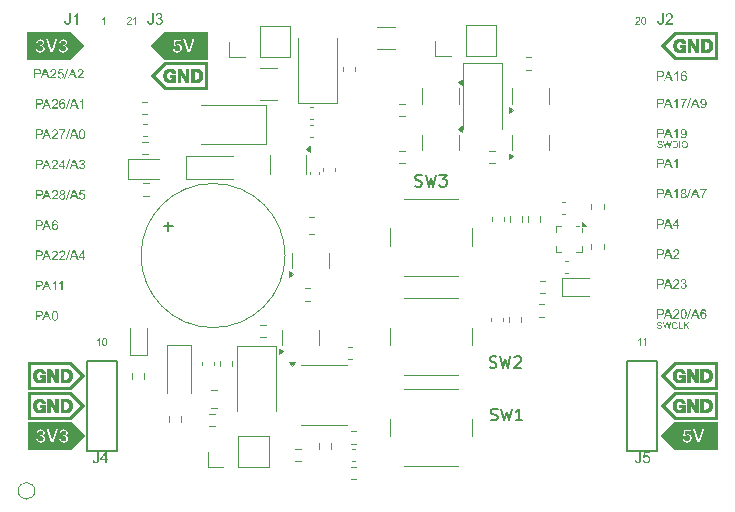
<source format=gbr>
G04 #@! TF.GenerationSoftware,KiCad,Pcbnew,8.0.8*
G04 #@! TF.CreationDate,2025-05-26T08:32:39+07:00*
G04 #@! TF.ProjectId,LP_MSPM0C1104-EB-V1.1,4c505f4d-5350-44d3-9043-313130342d45,rev?*
G04 #@! TF.SameCoordinates,Original*
G04 #@! TF.FileFunction,Legend,Top*
G04 #@! TF.FilePolarity,Positive*
%FSLAX46Y46*%
G04 Gerber Fmt 4.6, Leading zero omitted, Abs format (unit mm)*
G04 Created by KiCad (PCBNEW 8.0.8) date 2025-05-26 08:32:39*
%MOMM*%
%LPD*%
G01*
G04 APERTURE LIST*
%ADD10C,0.152400*%
%ADD11C,0.140018*%
%ADD12C,0.150000*%
%ADD13C,0.240030*%
%ADD14C,0.160020*%
%ADD15C,0.177800*%
%ADD16C,0.120000*%
%ADD17C,0.012700*%
G04 APERTURE END LIST*
D10*
G36*
X173017617Y-97207157D02*
G01*
X173057380Y-97209294D01*
X173098059Y-97214355D01*
X173136616Y-97223332D01*
X173173463Y-97237970D01*
X173197528Y-97252267D01*
X173227497Y-97278681D01*
X173252306Y-97312513D01*
X173262016Y-97330630D01*
X173277020Y-97369726D01*
X173284691Y-97408074D01*
X173286638Y-97441237D01*
X173283506Y-97484949D01*
X173274108Y-97525631D01*
X173258445Y-97563284D01*
X173236517Y-97597907D01*
X173221173Y-97616332D01*
X173187492Y-97644277D01*
X173150599Y-97662767D01*
X173106300Y-97676214D01*
X173063727Y-97683568D01*
X173016010Y-97687420D01*
X172984912Y-97688050D01*
X172778159Y-97688050D01*
X172778159Y-98019481D01*
X172671460Y-98019481D01*
X172671460Y-97594249D01*
X172778159Y-97594249D01*
X172986475Y-97594249D01*
X173028832Y-97592370D01*
X173070209Y-97585619D01*
X173107794Y-97572155D01*
X173133235Y-97554970D01*
X173157934Y-97524202D01*
X173172381Y-97485906D01*
X173176618Y-97444559D01*
X173172393Y-97405092D01*
X173158393Y-97368073D01*
X173151018Y-97356229D01*
X173123594Y-97327240D01*
X173086392Y-97308339D01*
X173083794Y-97307570D01*
X173042290Y-97301928D01*
X173001739Y-97300453D01*
X172984326Y-97300340D01*
X172778159Y-97300340D01*
X172778159Y-97594249D01*
X172671460Y-97594249D01*
X172671460Y-97206539D01*
X172975532Y-97206539D01*
X173017617Y-97207157D01*
G37*
G36*
X174000698Y-98019481D02*
G01*
X173879343Y-98019481D01*
X173785347Y-97769345D01*
X173448445Y-97769345D01*
X173359920Y-98019481D01*
X173246773Y-98019481D01*
X173375272Y-97681797D01*
X173479126Y-97681797D01*
X173752321Y-97681797D01*
X173668291Y-97458433D01*
X173654549Y-97421531D01*
X173640269Y-97381709D01*
X173626263Y-97340457D01*
X173613456Y-97299480D01*
X173611034Y-97291155D01*
X173602606Y-97329872D01*
X173592566Y-97368443D01*
X173580915Y-97406867D01*
X173567651Y-97445145D01*
X173479126Y-97681797D01*
X173375272Y-97681797D01*
X173556121Y-97206539D01*
X173671027Y-97206539D01*
X174000698Y-98019481D01*
G37*
G36*
X174414204Y-98019481D02*
G01*
X174315323Y-98019481D01*
X174315323Y-97385933D01*
X174285369Y-97411875D01*
X174252406Y-97435655D01*
X174221522Y-97455111D01*
X174186411Y-97474928D01*
X174150479Y-97492847D01*
X174117363Y-97506702D01*
X174117363Y-97406647D01*
X174152698Y-97388943D01*
X174190631Y-97366809D01*
X174225950Y-97342647D01*
X174258655Y-97316458D01*
X174262559Y-97313042D01*
X174291359Y-97285793D01*
X174318328Y-97255635D01*
X174341549Y-97222742D01*
X174350498Y-97206539D01*
X174414204Y-97206539D01*
X174414204Y-98019481D01*
G37*
G36*
X173017617Y-94669297D02*
G01*
X173057380Y-94671434D01*
X173098059Y-94676495D01*
X173136616Y-94685472D01*
X173173463Y-94700110D01*
X173197528Y-94714407D01*
X173227497Y-94740821D01*
X173252306Y-94774653D01*
X173262016Y-94792770D01*
X173277020Y-94831866D01*
X173284691Y-94870214D01*
X173286638Y-94903377D01*
X173283506Y-94947089D01*
X173274108Y-94987771D01*
X173258445Y-95025424D01*
X173236517Y-95060047D01*
X173221173Y-95078472D01*
X173187492Y-95106417D01*
X173150599Y-95124907D01*
X173106300Y-95138354D01*
X173063727Y-95145708D01*
X173016010Y-95149560D01*
X172984912Y-95150190D01*
X172778159Y-95150190D01*
X172778159Y-95481621D01*
X172671460Y-95481621D01*
X172671460Y-95056389D01*
X172778159Y-95056389D01*
X172986475Y-95056389D01*
X173028832Y-95054510D01*
X173070209Y-95047759D01*
X173107794Y-95034295D01*
X173133235Y-95017110D01*
X173157934Y-94986342D01*
X173172381Y-94948046D01*
X173176618Y-94906699D01*
X173172393Y-94867232D01*
X173158393Y-94830213D01*
X173151018Y-94818369D01*
X173123594Y-94789380D01*
X173086392Y-94770479D01*
X173083794Y-94769710D01*
X173042290Y-94764068D01*
X173001739Y-94762593D01*
X172984326Y-94762480D01*
X172778159Y-94762480D01*
X172778159Y-95056389D01*
X172671460Y-95056389D01*
X172671460Y-94668679D01*
X172975532Y-94668679D01*
X173017617Y-94669297D01*
G37*
G36*
X174000698Y-95481621D02*
G01*
X173879343Y-95481621D01*
X173785347Y-95231485D01*
X173448445Y-95231485D01*
X173359920Y-95481621D01*
X173246773Y-95481621D01*
X173375272Y-95143937D01*
X173479126Y-95143937D01*
X173752321Y-95143937D01*
X173668291Y-94920573D01*
X173654549Y-94883671D01*
X173640269Y-94843849D01*
X173626263Y-94802597D01*
X173613456Y-94761620D01*
X173611034Y-94753295D01*
X173602606Y-94792012D01*
X173592566Y-94830583D01*
X173580915Y-94869007D01*
X173567651Y-94907285D01*
X173479126Y-95143937D01*
X173375272Y-95143937D01*
X173556121Y-94668679D01*
X173671027Y-94668679D01*
X174000698Y-95481621D01*
G37*
G36*
X174414204Y-95481621D02*
G01*
X174315323Y-95481621D01*
X174315323Y-94848073D01*
X174285369Y-94874015D01*
X174252406Y-94897795D01*
X174221522Y-94917251D01*
X174186411Y-94937068D01*
X174150479Y-94954987D01*
X174117363Y-94968842D01*
X174117363Y-94868787D01*
X174152698Y-94851083D01*
X174190631Y-94828949D01*
X174225950Y-94804787D01*
X174258655Y-94778598D01*
X174262559Y-94775182D01*
X174291359Y-94747933D01*
X174318328Y-94717775D01*
X174341549Y-94684882D01*
X174350498Y-94668679D01*
X174414204Y-94668679D01*
X174414204Y-95481621D01*
G37*
G36*
X174961116Y-94672049D02*
G01*
X175002106Y-94682158D01*
X175040962Y-94699007D01*
X175061627Y-94711280D01*
X175095758Y-94737993D01*
X175124942Y-94770425D01*
X175146731Y-94804056D01*
X175160508Y-94832244D01*
X175173681Y-94869980D01*
X175183619Y-94914448D01*
X175189562Y-94957923D01*
X175192698Y-94997930D01*
X175194184Y-95041373D01*
X175194316Y-95059712D01*
X175193495Y-95106541D01*
X175191033Y-95150299D01*
X175186930Y-95190984D01*
X175179840Y-95235750D01*
X175170387Y-95276092D01*
X175160704Y-95306330D01*
X175144513Y-95344418D01*
X175122162Y-95382818D01*
X175095707Y-95415746D01*
X175065149Y-95443202D01*
X175061040Y-95446250D01*
X175026500Y-95467196D01*
X174989126Y-95482158D01*
X174948919Y-95491135D01*
X174905878Y-95494127D01*
X174866153Y-95491574D01*
X174824807Y-95482405D01*
X174787784Y-95466567D01*
X174755085Y-95444060D01*
X174751302Y-95440778D01*
X174724383Y-95411306D01*
X174703424Y-95376436D01*
X174688426Y-95336168D01*
X174680191Y-95296505D01*
X174679388Y-95290501D01*
X174774556Y-95281512D01*
X174784163Y-95320943D01*
X174801385Y-95358536D01*
X174820480Y-95381762D01*
X174854069Y-95403002D01*
X174894989Y-95412348D01*
X174908027Y-95412833D01*
X174948267Y-95408325D01*
X174985793Y-95393577D01*
X174987954Y-95392314D01*
X175019221Y-95368375D01*
X175044234Y-95337597D01*
X175063348Y-95300071D01*
X175076351Y-95262446D01*
X175081168Y-95244773D01*
X175089624Y-95204371D01*
X175094570Y-95163508D01*
X175096020Y-95125958D01*
X175095434Y-95106417D01*
X175070106Y-95137470D01*
X175038677Y-95163796D01*
X175014335Y-95178722D01*
X174978008Y-95194520D01*
X174939695Y-95203761D01*
X174903142Y-95206471D01*
X174860836Y-95202992D01*
X174821467Y-95192557D01*
X174785034Y-95175164D01*
X174751537Y-95150813D01*
X174733714Y-95133775D01*
X174706759Y-95099669D01*
X174686424Y-95061131D01*
X174672710Y-95018160D01*
X174666225Y-94977800D01*
X174664828Y-94947932D01*
X174766153Y-94947932D01*
X174769832Y-94989897D01*
X174782550Y-95031049D01*
X174804351Y-95066438D01*
X174812663Y-95075931D01*
X174843831Y-95101901D01*
X174882965Y-95119358D01*
X174922949Y-95125129D01*
X174927178Y-95125177D01*
X174967766Y-95120368D01*
X175006858Y-95103969D01*
X175037346Y-95078961D01*
X175040130Y-95075931D01*
X175063523Y-95041451D01*
X175077169Y-95004087D01*
X175083797Y-94960726D01*
X175084491Y-94939529D01*
X175081657Y-94898198D01*
X175071695Y-94857073D01*
X175054561Y-94821637D01*
X175039153Y-94801173D01*
X175009024Y-94774173D01*
X174971737Y-94756023D01*
X174930110Y-94749973D01*
X174890488Y-94755355D01*
X174854187Y-94771499D01*
X174821206Y-94798408D01*
X174815008Y-94805081D01*
X174791392Y-94838661D01*
X174775505Y-94877403D01*
X174767871Y-94916176D01*
X174766153Y-94947932D01*
X174664828Y-94947932D01*
X174664536Y-94941679D01*
X174667078Y-94897267D01*
X174674704Y-94856223D01*
X174687413Y-94818544D01*
X174708667Y-94778841D01*
X174736841Y-94743719D01*
X174770223Y-94714480D01*
X174807102Y-94692422D01*
X174847479Y-94677546D01*
X174891353Y-94669851D01*
X174917994Y-94668679D01*
X174961116Y-94672049D01*
G37*
G36*
X120414217Y-99849597D02*
G01*
X120453980Y-99851734D01*
X120494659Y-99856795D01*
X120533216Y-99865772D01*
X120570063Y-99880410D01*
X120594128Y-99894707D01*
X120624097Y-99921121D01*
X120648906Y-99954953D01*
X120658616Y-99973070D01*
X120673620Y-100012166D01*
X120681291Y-100050514D01*
X120683238Y-100083677D01*
X120680106Y-100127389D01*
X120670708Y-100168071D01*
X120655045Y-100205724D01*
X120633117Y-100240347D01*
X120617773Y-100258772D01*
X120584092Y-100286717D01*
X120547199Y-100305207D01*
X120502900Y-100318654D01*
X120460327Y-100326008D01*
X120412610Y-100329860D01*
X120381512Y-100330490D01*
X120174759Y-100330490D01*
X120174759Y-100661921D01*
X120068060Y-100661921D01*
X120068060Y-100236689D01*
X120174759Y-100236689D01*
X120383075Y-100236689D01*
X120425432Y-100234810D01*
X120466809Y-100228059D01*
X120504394Y-100214595D01*
X120529835Y-100197410D01*
X120554534Y-100166642D01*
X120568981Y-100128346D01*
X120573218Y-100086999D01*
X120568993Y-100047532D01*
X120554993Y-100010513D01*
X120547618Y-99998669D01*
X120520194Y-99969680D01*
X120482992Y-99950779D01*
X120480394Y-99950010D01*
X120438890Y-99944368D01*
X120398339Y-99942893D01*
X120380926Y-99942780D01*
X120174759Y-99942780D01*
X120174759Y-100236689D01*
X120068060Y-100236689D01*
X120068060Y-99848979D01*
X120372132Y-99848979D01*
X120414217Y-99849597D01*
G37*
G36*
X121397298Y-100661921D02*
G01*
X121275943Y-100661921D01*
X121181947Y-100411785D01*
X120845045Y-100411785D01*
X120756520Y-100661921D01*
X120643373Y-100661921D01*
X120771872Y-100324237D01*
X120875726Y-100324237D01*
X121148921Y-100324237D01*
X121064891Y-100100873D01*
X121051149Y-100063971D01*
X121036869Y-100024149D01*
X121022863Y-99982897D01*
X121010056Y-99941920D01*
X121007634Y-99933595D01*
X120999206Y-99972312D01*
X120989166Y-100010883D01*
X120977515Y-100049307D01*
X120964251Y-100087585D01*
X120875726Y-100324237D01*
X120771872Y-100324237D01*
X120952721Y-99848979D01*
X121067627Y-99848979D01*
X121397298Y-100661921D01*
G37*
G36*
X121958150Y-100568120D02*
G01*
X121958150Y-100661921D01*
X121425439Y-100661921D01*
X121428606Y-100622554D01*
X121436968Y-100593133D01*
X121453939Y-100555857D01*
X121474335Y-100522331D01*
X121499465Y-100489148D01*
X121502238Y-100485848D01*
X121530564Y-100454761D01*
X121561037Y-100424947D01*
X121591789Y-100397177D01*
X121626356Y-100367836D01*
X121631605Y-100363516D01*
X121663104Y-100337058D01*
X121698734Y-100305970D01*
X121730203Y-100277085D01*
X121762475Y-100245334D01*
X121792553Y-100212302D01*
X121809046Y-100191352D01*
X121831434Y-100156168D01*
X121847716Y-100118344D01*
X121855179Y-100078280D01*
X121855360Y-100071170D01*
X121849424Y-100029252D01*
X121831616Y-99992611D01*
X121813149Y-99971115D01*
X121781262Y-99947862D01*
X121743371Y-99934261D01*
X121703715Y-99930273D01*
X121661799Y-99934643D01*
X121622128Y-99949545D01*
X121589200Y-99975024D01*
X121564765Y-100009877D01*
X121551207Y-100048656D01*
X121546055Y-100089332D01*
X121545817Y-100099115D01*
X121444199Y-100088367D01*
X121450116Y-100046502D01*
X121460101Y-100008553D01*
X121476890Y-99969229D01*
X121499215Y-99935235D01*
X121522757Y-99910340D01*
X121554830Y-99886431D01*
X121591373Y-99868394D01*
X121632385Y-99856229D01*
X121671097Y-99850477D01*
X121705865Y-99848979D01*
X121747624Y-99851253D01*
X121792054Y-99859654D01*
X121831864Y-99874246D01*
X121867055Y-99895028D01*
X121889363Y-99913662D01*
X121915709Y-99943439D01*
X121937895Y-99981087D01*
X121951629Y-100022596D01*
X121956713Y-100062081D01*
X121956978Y-100073906D01*
X121953720Y-100113183D01*
X121943948Y-100151945D01*
X121937240Y-100169661D01*
X121918755Y-100205551D01*
X121895340Y-100239705D01*
X121871580Y-100268543D01*
X121840940Y-100300843D01*
X121810462Y-100330197D01*
X121779709Y-100358305D01*
X121744683Y-100389134D01*
X121718958Y-100411198D01*
X121687847Y-100437848D01*
X121657196Y-100464615D01*
X121626718Y-100492186D01*
X121604638Y-100513793D01*
X121579060Y-100544256D01*
X121563013Y-100568120D01*
X121958150Y-100568120D01*
G37*
G36*
X122367973Y-99851943D02*
G01*
X122408221Y-99860836D01*
X122444524Y-99875657D01*
X122481180Y-99899856D01*
X122493597Y-99910926D01*
X122521811Y-99943500D01*
X122541963Y-99979470D01*
X122554055Y-100018834D01*
X122558086Y-100061594D01*
X122553936Y-100102037D01*
X122540075Y-100141198D01*
X122528577Y-100160281D01*
X122499697Y-100191098D01*
X122464050Y-100213935D01*
X122439271Y-100224769D01*
X122478228Y-100240639D01*
X122511559Y-100261208D01*
X122541994Y-100289575D01*
X122552223Y-100302546D01*
X122572627Y-100338175D01*
X122585475Y-100377889D01*
X122590576Y-100417123D01*
X122590916Y-100430936D01*
X122587419Y-100474497D01*
X122576927Y-100514898D01*
X122559440Y-100552138D01*
X122534959Y-100586217D01*
X122517829Y-100604272D01*
X122483647Y-100631608D01*
X122445051Y-100652230D01*
X122402041Y-100666137D01*
X122361663Y-100672715D01*
X122325537Y-100674427D01*
X122282450Y-100671954D01*
X122242591Y-100664534D01*
X122200171Y-100649626D01*
X122162145Y-100627985D01*
X122133050Y-100604077D01*
X122104572Y-100571548D01*
X122083088Y-100535691D01*
X122068599Y-100496504D01*
X122061105Y-100453989D01*
X122059998Y-100428981D01*
X122161776Y-100428981D01*
X122166760Y-100470361D01*
X122180483Y-100508001D01*
X122181709Y-100510471D01*
X122204830Y-100543571D01*
X122236453Y-100568856D01*
X122241312Y-100571637D01*
X122279834Y-100587066D01*
X122321017Y-100593049D01*
X122326710Y-100593133D01*
X122368519Y-100588706D01*
X122405518Y-100575423D01*
X122440664Y-100550585D01*
X122443570Y-100547796D01*
X122467994Y-100516934D01*
X122484412Y-100477430D01*
X122489839Y-100436469D01*
X122489884Y-100432108D01*
X122485228Y-100390055D01*
X122471259Y-100352811D01*
X122447976Y-100320376D01*
X122442202Y-100314466D01*
X122410195Y-100289939D01*
X122373531Y-100274497D01*
X122332210Y-100268138D01*
X122323388Y-100267956D01*
X122282010Y-100272460D01*
X122245327Y-100285972D01*
X122213339Y-100308491D01*
X122207504Y-100314075D01*
X122183390Y-100345029D01*
X122167180Y-100384281D01*
X122161821Y-100424693D01*
X122161776Y-100428981D01*
X122059998Y-100428981D01*
X122059963Y-100428200D01*
X122063117Y-100386130D01*
X122072577Y-100348080D01*
X122090485Y-100310515D01*
X122099829Y-100296878D01*
X122128046Y-100267081D01*
X122162866Y-100243886D01*
X122199850Y-100228657D01*
X122213367Y-100224769D01*
X122174810Y-100206875D01*
X122141334Y-100182087D01*
X122122106Y-100159890D01*
X122102874Y-100122852D01*
X122093824Y-100083798D01*
X122092403Y-100058858D01*
X122092746Y-100055145D01*
X122193630Y-100055145D01*
X122198796Y-100095680D01*
X122216053Y-100132831D01*
X122230368Y-100149924D01*
X122263990Y-100173710D01*
X122301437Y-100184904D01*
X122326124Y-100186662D01*
X122366035Y-100181523D01*
X122402760Y-100164358D01*
X122419729Y-100150119D01*
X122443389Y-100117718D01*
X122454988Y-100079899D01*
X122456272Y-100060617D01*
X122450969Y-100021759D01*
X122433252Y-99985245D01*
X122418557Y-99967989D01*
X122385007Y-99943569D01*
X122345330Y-99931599D01*
X122324951Y-99930273D01*
X122285168Y-99935439D01*
X122248210Y-99952696D01*
X122230955Y-99967012D01*
X122206788Y-99999281D01*
X122194541Y-100039442D01*
X122193630Y-100055145D01*
X122092746Y-100055145D01*
X122096348Y-100016184D01*
X122108183Y-99977076D01*
X122127908Y-99941534D01*
X122155523Y-99909558D01*
X122189782Y-99883055D01*
X122229245Y-99864124D01*
X122268042Y-99853771D01*
X122310824Y-99849215D01*
X122323778Y-99848979D01*
X122367973Y-99851943D01*
G37*
G36*
X122637425Y-100674427D02*
G01*
X122870951Y-99836472D01*
X122950095Y-99836472D01*
X122717156Y-100674427D01*
X122637425Y-100674427D01*
G37*
G36*
X123700894Y-100661921D02*
G01*
X123579539Y-100661921D01*
X123485543Y-100411785D01*
X123148641Y-100411785D01*
X123060116Y-100661921D01*
X122946969Y-100661921D01*
X123075468Y-100324237D01*
X123179322Y-100324237D01*
X123452517Y-100324237D01*
X123368487Y-100100873D01*
X123354744Y-100063971D01*
X123340465Y-100024149D01*
X123326459Y-99982897D01*
X123313651Y-99941920D01*
X123311229Y-99933595D01*
X123302802Y-99972312D01*
X123292762Y-100010883D01*
X123281110Y-100049307D01*
X123267846Y-100087585D01*
X123179322Y-100324237D01*
X123075468Y-100324237D01*
X123256317Y-99848979D01*
X123371223Y-99848979D01*
X123700894Y-100661921D01*
G37*
G36*
X123741737Y-100449305D02*
G01*
X123845699Y-100440511D01*
X123854596Y-100480288D01*
X123870138Y-100517486D01*
X123894111Y-100549896D01*
X123899244Y-100554831D01*
X123933201Y-100578171D01*
X123972050Y-100590739D01*
X124000666Y-100593133D01*
X124043109Y-100587751D01*
X124081277Y-100571607D01*
X124115170Y-100544698D01*
X124121435Y-100538025D01*
X124145429Y-100504198D01*
X124161571Y-100464713D01*
X124169326Y-100424866D01*
X124171071Y-100392047D01*
X124168091Y-100351046D01*
X124157614Y-100310380D01*
X124139594Y-100275495D01*
X124123389Y-100255450D01*
X124090828Y-100229068D01*
X124052504Y-100212457D01*
X124013085Y-100205862D01*
X123998908Y-100205422D01*
X123958944Y-100209761D01*
X123920027Y-100224040D01*
X123912728Y-100228091D01*
X123880243Y-100252165D01*
X123854973Y-100282251D01*
X123852148Y-100286717D01*
X123759324Y-100274601D01*
X123837296Y-99861485D01*
X124238100Y-99861485D01*
X124238100Y-99955286D01*
X123916441Y-99955286D01*
X123873058Y-100171810D01*
X123909833Y-100150949D01*
X123947464Y-100136049D01*
X123985949Y-100127108D01*
X124025289Y-100124128D01*
X124069876Y-100127644D01*
X124111303Y-100138192D01*
X124149569Y-100155772D01*
X124184674Y-100180384D01*
X124203316Y-100197606D01*
X124231641Y-100231686D01*
X124253010Y-100269807D01*
X124267421Y-100311967D01*
X124274237Y-100351319D01*
X124276011Y-100386380D01*
X124273772Y-100426513D01*
X124265497Y-100470679D01*
X124251126Y-100511982D01*
X124230658Y-100550425D01*
X124212305Y-100576132D01*
X124181226Y-100609537D01*
X124146177Y-100636031D01*
X124107157Y-100655613D01*
X124064165Y-100668284D01*
X124025306Y-100673563D01*
X124000666Y-100674427D01*
X123960831Y-100672263D01*
X123917951Y-100664268D01*
X123878942Y-100650382D01*
X123843804Y-100630604D01*
X123821077Y-100612870D01*
X123793568Y-100583937D01*
X123771746Y-100551169D01*
X123755608Y-100514568D01*
X123745156Y-100474132D01*
X123741737Y-100449305D01*
G37*
D11*
G36*
X172670246Y-111426471D02*
G01*
X172740558Y-111420179D01*
X172745589Y-111448680D01*
X172754617Y-111475496D01*
X172763812Y-111492679D01*
X172782024Y-111513903D01*
X172804727Y-111530327D01*
X172820582Y-111538505D01*
X172848218Y-111548396D01*
X172875277Y-111553825D01*
X172904180Y-111555861D01*
X172907172Y-111555878D01*
X172935334Y-111554374D01*
X172963365Y-111549305D01*
X172982545Y-111543156D01*
X173008024Y-111530098D01*
X173029193Y-111510750D01*
X173031243Y-111508000D01*
X173043731Y-111483044D01*
X173047248Y-111459165D01*
X173042357Y-111431277D01*
X173031790Y-111412518D01*
X173011442Y-111394051D01*
X172985390Y-111380586D01*
X172981040Y-111378867D01*
X172953514Y-111370017D01*
X172923825Y-111361986D01*
X172894719Y-111354662D01*
X172880634Y-111351235D01*
X172853132Y-111344233D01*
X172825180Y-111336258D01*
X172798684Y-111327401D01*
X172771746Y-111315669D01*
X172746428Y-111299708D01*
X172725958Y-111281354D01*
X172711557Y-111262593D01*
X172699470Y-111237817D01*
X172692962Y-111210885D01*
X172691722Y-111191734D01*
X172694583Y-111162789D01*
X172703167Y-111135201D01*
X172715935Y-111111300D01*
X172733317Y-111089638D01*
X172755028Y-111071502D01*
X172781066Y-111056893D01*
X172786794Y-111054394D01*
X172813788Y-111045004D01*
X172842450Y-111038687D01*
X172872777Y-111035444D01*
X172890346Y-111034969D01*
X172920748Y-111036243D01*
X172949304Y-111040065D01*
X172976013Y-111046434D01*
X173000875Y-111055352D01*
X173026053Y-111068265D01*
X173049917Y-111086193D01*
X173069453Y-111107887D01*
X173074469Y-111115130D01*
X173088290Y-111140854D01*
X173097436Y-111168608D01*
X173101906Y-111198392D01*
X173102238Y-111204593D01*
X173030696Y-111210065D01*
X173025278Y-111181693D01*
X173014132Y-111155093D01*
X172995637Y-111131820D01*
X172991573Y-111128262D01*
X172967698Y-111113691D01*
X172940911Y-111105191D01*
X172912886Y-111101305D01*
X172893355Y-111100630D01*
X172865485Y-111101828D01*
X172837930Y-111106131D01*
X172809930Y-111115909D01*
X172794591Y-111125663D01*
X172775752Y-111145798D01*
X172764762Y-111172983D01*
X172763676Y-111185852D01*
X172769182Y-111213758D01*
X172785699Y-111236192D01*
X172811579Y-111251120D01*
X172839690Y-111261242D01*
X172866473Y-111268924D01*
X172898143Y-111276683D01*
X172925178Y-111283014D01*
X172953943Y-111290286D01*
X172982433Y-111298319D01*
X173011041Y-111307936D01*
X173023035Y-111312933D01*
X173048691Y-111326746D01*
X173072400Y-111344353D01*
X173092647Y-111366467D01*
X173095672Y-111370797D01*
X173109068Y-111396133D01*
X173116903Y-111423991D01*
X173119201Y-111451504D01*
X173116676Y-111479296D01*
X173109102Y-111506072D01*
X173096478Y-111531833D01*
X173093347Y-111536863D01*
X173075070Y-111560177D01*
X173052384Y-111580017D01*
X173028197Y-111594904D01*
X173019342Y-111599241D01*
X172991228Y-111610019D01*
X172964639Y-111616639D01*
X172936545Y-111620471D01*
X172910728Y-111621538D01*
X172882872Y-111620735D01*
X172852574Y-111617768D01*
X172824645Y-111612615D01*
X172795627Y-111604048D01*
X172782279Y-111598694D01*
X172757819Y-111585844D01*
X172733633Y-111567974D01*
X172712974Y-111546491D01*
X172701161Y-111530160D01*
X172686825Y-111503431D01*
X172676904Y-111474798D01*
X172671791Y-111447747D01*
X172670246Y-111426471D01*
G37*
G36*
X173316593Y-111612784D02*
G01*
X173166942Y-111043724D01*
X173243546Y-111043724D01*
X173329315Y-111417306D01*
X173335992Y-111446597D01*
X173342208Y-111475785D01*
X173347962Y-111504871D01*
X173353254Y-111533854D01*
X173359534Y-111507189D01*
X173365934Y-111480180D01*
X173372536Y-111452638D01*
X173378561Y-111428523D01*
X173485943Y-111043724D01*
X173575953Y-111043724D01*
X173656798Y-111332084D01*
X173664125Y-111358727D01*
X173672538Y-111391459D01*
X173680123Y-111423556D01*
X173686880Y-111455020D01*
X173692808Y-111485848D01*
X173697909Y-111516042D01*
X173700571Y-111533854D01*
X173706385Y-111505846D01*
X173713020Y-111475854D01*
X173719498Y-111447984D01*
X173726605Y-111418595D01*
X173728751Y-111409919D01*
X173817119Y-111043724D01*
X173892219Y-111043724D01*
X173737506Y-111612784D01*
X173665552Y-111612784D01*
X173546679Y-111178739D01*
X173539255Y-111151436D01*
X173531932Y-111123728D01*
X173529033Y-111111847D01*
X173522537Y-111139657D01*
X173515397Y-111167968D01*
X173512481Y-111178739D01*
X173392787Y-111612784D01*
X173316593Y-111612784D01*
G37*
G36*
X174360325Y-111411424D02*
G01*
X174435014Y-111430302D01*
X174426746Y-111458373D01*
X174416648Y-111484281D01*
X174402115Y-111512514D01*
X174384946Y-111537631D01*
X174365142Y-111559631D01*
X174350475Y-111572566D01*
X174326691Y-111589209D01*
X174300993Y-111602409D01*
X174273380Y-111612165D01*
X174243854Y-111618478D01*
X174212413Y-111621347D01*
X174201508Y-111621538D01*
X174173827Y-111620627D01*
X174142804Y-111617125D01*
X174114177Y-111610999D01*
X174087945Y-111602246D01*
X174060368Y-111588716D01*
X174053087Y-111584194D01*
X174029434Y-111566258D01*
X174008385Y-111545129D01*
X173989942Y-111520805D01*
X173974104Y-111493286D01*
X173966224Y-111476127D01*
X173956089Y-111449190D01*
X173948052Y-111421521D01*
X173942111Y-111393122D01*
X173938267Y-111363991D01*
X173936519Y-111334130D01*
X173936403Y-111324013D01*
X173937586Y-111291571D01*
X173941135Y-111260725D01*
X173947050Y-111231476D01*
X173955332Y-111203823D01*
X173965979Y-111177768D01*
X173970054Y-111169437D01*
X173986138Y-111142109D01*
X174004945Y-111117819D01*
X174026475Y-111096566D01*
X174050728Y-111078350D01*
X174065809Y-111069305D01*
X174093629Y-111055926D01*
X174122626Y-111045833D01*
X174152802Y-111039027D01*
X174184156Y-111035506D01*
X174202602Y-111034969D01*
X174233408Y-111036504D01*
X174262319Y-111041106D01*
X174289335Y-111048777D01*
X174318459Y-111061603D01*
X174345004Y-111078606D01*
X174368583Y-111099400D01*
X174388812Y-111123596D01*
X174403483Y-111147046D01*
X174415692Y-111172996D01*
X174425438Y-111201447D01*
X174351843Y-111218819D01*
X174342434Y-111192926D01*
X174329597Y-111167342D01*
X174312498Y-111143669D01*
X174294937Y-111127168D01*
X174269727Y-111112019D01*
X174240776Y-111102481D01*
X174211522Y-111098694D01*
X174201097Y-111098441D01*
X174173685Y-111099947D01*
X174144841Y-111105355D01*
X174118647Y-111114695D01*
X174092347Y-111129904D01*
X174069846Y-111149300D01*
X174051436Y-111172094D01*
X174037115Y-111198286D01*
X174030927Y-111214305D01*
X174023207Y-111240988D01*
X174017692Y-111268099D01*
X174014383Y-111295637D01*
X174013280Y-111323603D01*
X174014282Y-111354498D01*
X174017286Y-111383626D01*
X174022294Y-111410986D01*
X174030470Y-111440091D01*
X174034210Y-111450410D01*
X174046188Y-111475725D01*
X174063117Y-111500138D01*
X174083704Y-111520244D01*
X174099460Y-111531255D01*
X174124964Y-111544215D01*
X174151615Y-111552934D01*
X174179413Y-111557412D01*
X174195352Y-111558066D01*
X174225481Y-111555758D01*
X174253216Y-111548833D01*
X174278556Y-111537291D01*
X174301504Y-111521132D01*
X174321492Y-111500425D01*
X174337959Y-111475238D01*
X174349478Y-111449524D01*
X174358299Y-111420381D01*
X174360325Y-111411424D01*
G37*
G36*
X174520646Y-111612784D02*
G01*
X174520646Y-111043724D01*
X174595335Y-111043724D01*
X174595335Y-111547123D01*
X174873025Y-111547123D01*
X174873025Y-111612784D01*
X174520646Y-111612784D01*
G37*
G36*
X174956742Y-111612784D02*
G01*
X174956742Y-111043724D01*
X175031431Y-111043724D01*
X175031431Y-111322645D01*
X175311447Y-111043724D01*
X175412674Y-111043724D01*
X175176022Y-111271758D01*
X175423070Y-111612784D01*
X175324579Y-111612784D01*
X175123767Y-111321825D01*
X175031431Y-111411424D01*
X175031431Y-111612784D01*
X174956742Y-111612784D01*
G37*
D10*
G36*
X120414217Y-97281437D02*
G01*
X120453980Y-97283574D01*
X120494659Y-97288635D01*
X120533216Y-97297612D01*
X120570063Y-97312250D01*
X120594128Y-97326547D01*
X120624097Y-97352961D01*
X120648906Y-97386793D01*
X120658616Y-97404910D01*
X120673620Y-97444006D01*
X120681291Y-97482354D01*
X120683238Y-97515517D01*
X120680106Y-97559229D01*
X120670708Y-97599911D01*
X120655045Y-97637564D01*
X120633117Y-97672187D01*
X120617773Y-97690612D01*
X120584092Y-97718557D01*
X120547199Y-97737047D01*
X120502900Y-97750494D01*
X120460327Y-97757848D01*
X120412610Y-97761700D01*
X120381512Y-97762330D01*
X120174759Y-97762330D01*
X120174759Y-98093761D01*
X120068060Y-98093761D01*
X120068060Y-97668529D01*
X120174759Y-97668529D01*
X120383075Y-97668529D01*
X120425432Y-97666650D01*
X120466809Y-97659899D01*
X120504394Y-97646435D01*
X120529835Y-97629250D01*
X120554534Y-97598482D01*
X120568981Y-97560186D01*
X120573218Y-97518839D01*
X120568993Y-97479372D01*
X120554993Y-97442353D01*
X120547618Y-97430509D01*
X120520194Y-97401520D01*
X120482992Y-97382619D01*
X120480394Y-97381850D01*
X120438890Y-97376208D01*
X120398339Y-97374733D01*
X120380926Y-97374620D01*
X120174759Y-97374620D01*
X120174759Y-97668529D01*
X120068060Y-97668529D01*
X120068060Y-97280819D01*
X120372132Y-97280819D01*
X120414217Y-97281437D01*
G37*
G36*
X121397298Y-98093761D02*
G01*
X121275943Y-98093761D01*
X121181947Y-97843625D01*
X120845045Y-97843625D01*
X120756520Y-98093761D01*
X120643373Y-98093761D01*
X120771872Y-97756077D01*
X120875726Y-97756077D01*
X121148921Y-97756077D01*
X121064891Y-97532713D01*
X121051149Y-97495811D01*
X121036869Y-97455989D01*
X121022863Y-97414737D01*
X121010056Y-97373760D01*
X121007634Y-97365435D01*
X120999206Y-97404152D01*
X120989166Y-97442723D01*
X120977515Y-97481147D01*
X120964251Y-97519425D01*
X120875726Y-97756077D01*
X120771872Y-97756077D01*
X120952721Y-97280819D01*
X121067627Y-97280819D01*
X121397298Y-98093761D01*
G37*
G36*
X121958150Y-97999960D02*
G01*
X121958150Y-98093761D01*
X121425439Y-98093761D01*
X121428606Y-98054394D01*
X121436968Y-98024973D01*
X121453939Y-97987697D01*
X121474335Y-97954171D01*
X121499465Y-97920988D01*
X121502238Y-97917688D01*
X121530564Y-97886601D01*
X121561037Y-97856787D01*
X121591789Y-97829017D01*
X121626356Y-97799676D01*
X121631605Y-97795356D01*
X121663104Y-97768898D01*
X121698734Y-97737810D01*
X121730203Y-97708925D01*
X121762475Y-97677174D01*
X121792553Y-97644142D01*
X121809046Y-97623192D01*
X121831434Y-97588008D01*
X121847716Y-97550184D01*
X121855179Y-97510120D01*
X121855360Y-97503010D01*
X121849424Y-97461092D01*
X121831616Y-97424451D01*
X121813149Y-97402955D01*
X121781262Y-97379702D01*
X121743371Y-97366101D01*
X121703715Y-97362113D01*
X121661799Y-97366483D01*
X121622128Y-97381385D01*
X121589200Y-97406864D01*
X121564765Y-97441717D01*
X121551207Y-97480496D01*
X121546055Y-97521172D01*
X121545817Y-97530955D01*
X121444199Y-97520207D01*
X121450116Y-97478342D01*
X121460101Y-97440393D01*
X121476890Y-97401069D01*
X121499215Y-97367075D01*
X121522757Y-97342180D01*
X121554830Y-97318271D01*
X121591373Y-97300234D01*
X121632385Y-97288069D01*
X121671097Y-97282317D01*
X121705865Y-97280819D01*
X121747624Y-97283093D01*
X121792054Y-97291494D01*
X121831864Y-97306086D01*
X121867055Y-97326868D01*
X121889363Y-97345502D01*
X121915709Y-97375279D01*
X121937895Y-97412927D01*
X121951629Y-97454436D01*
X121956713Y-97493921D01*
X121956978Y-97505746D01*
X121953720Y-97545023D01*
X121943948Y-97583785D01*
X121937240Y-97601501D01*
X121918755Y-97637391D01*
X121895340Y-97671545D01*
X121871580Y-97700383D01*
X121840940Y-97732683D01*
X121810462Y-97762037D01*
X121779709Y-97790145D01*
X121744683Y-97820974D01*
X121718958Y-97843038D01*
X121687847Y-97869688D01*
X121657196Y-97896455D01*
X121626718Y-97924026D01*
X121604638Y-97945633D01*
X121579060Y-97976096D01*
X121563013Y-97999960D01*
X121958150Y-97999960D01*
G37*
G36*
X122477182Y-97806104D02*
G01*
X122586030Y-97806104D01*
X122586030Y-97896778D01*
X122477182Y-97896778D01*
X122477182Y-98093761D01*
X122378300Y-98093761D01*
X122378300Y-97896778D01*
X122028696Y-97896778D01*
X122028696Y-97806104D01*
X122126015Y-97806104D01*
X122378300Y-97806104D01*
X122378300Y-97440671D01*
X122126015Y-97806104D01*
X122028696Y-97806104D01*
X122396474Y-97280819D01*
X122477182Y-97280819D01*
X122477182Y-97806104D01*
G37*
G36*
X122637425Y-98106267D02*
G01*
X122870951Y-97268312D01*
X122950095Y-97268312D01*
X122717156Y-98106267D01*
X122637425Y-98106267D01*
G37*
G36*
X123700894Y-98093761D02*
G01*
X123579539Y-98093761D01*
X123485543Y-97843625D01*
X123148641Y-97843625D01*
X123060116Y-98093761D01*
X122946969Y-98093761D01*
X123075468Y-97756077D01*
X123179322Y-97756077D01*
X123452517Y-97756077D01*
X123368487Y-97532713D01*
X123354744Y-97495811D01*
X123340465Y-97455989D01*
X123326459Y-97414737D01*
X123313651Y-97373760D01*
X123311229Y-97365435D01*
X123302802Y-97404152D01*
X123292762Y-97442723D01*
X123281110Y-97481147D01*
X123267846Y-97519425D01*
X123179322Y-97756077D01*
X123075468Y-97756077D01*
X123256317Y-97280819D01*
X123371223Y-97280819D01*
X123700894Y-98093761D01*
G37*
G36*
X123742323Y-97881927D02*
G01*
X123841205Y-97868638D01*
X123851195Y-97907270D01*
X123865997Y-97943811D01*
X123889211Y-97978521D01*
X123899049Y-97988430D01*
X123932328Y-98010698D01*
X123970609Y-98022689D01*
X123998908Y-98024973D01*
X124040495Y-98020240D01*
X124077808Y-98006042D01*
X124110846Y-97982378D01*
X124116940Y-97976509D01*
X124142291Y-97943967D01*
X124158253Y-97906922D01*
X124164826Y-97865373D01*
X124165013Y-97856522D01*
X124160662Y-97816244D01*
X124145825Y-97777360D01*
X124120458Y-97744156D01*
X124086986Y-97718901D01*
X124047833Y-97704128D01*
X124007311Y-97699796D01*
X123966792Y-97704071D01*
X123937351Y-97710740D01*
X123948490Y-97617525D01*
X123964318Y-97618502D01*
X124006324Y-97614669D01*
X124045281Y-97603169D01*
X124078052Y-97586063D01*
X124106868Y-97559604D01*
X124124662Y-97521259D01*
X124128666Y-97486008D01*
X124122570Y-97445535D01*
X124102372Y-97408729D01*
X124091731Y-97397288D01*
X124058334Y-97374514D01*
X124017840Y-97363350D01*
X123996758Y-97362113D01*
X123956215Y-97367169D01*
X123918371Y-97384059D01*
X123900612Y-97398070D01*
X123875614Y-97430094D01*
X123859506Y-97468334D01*
X123851171Y-97505941D01*
X123752289Y-97488353D01*
X123762371Y-97447225D01*
X123776885Y-97410360D01*
X123798900Y-97373450D01*
X123826705Y-97342110D01*
X123834560Y-97335145D01*
X123868673Y-97311377D01*
X123906719Y-97294400D01*
X123948697Y-97284214D01*
X123988654Y-97280872D01*
X123994608Y-97280819D01*
X124034757Y-97283567D01*
X124076584Y-97292938D01*
X124115963Y-97308959D01*
X124151025Y-97330753D01*
X124179897Y-97357443D01*
X124200775Y-97385954D01*
X124218757Y-97423300D01*
X124228439Y-97462350D01*
X124230283Y-97489330D01*
X124225671Y-97530049D01*
X124211835Y-97567737D01*
X124202338Y-97584109D01*
X124175150Y-97615852D01*
X124142095Y-97640058D01*
X124119286Y-97651919D01*
X124156982Y-97664091D01*
X124192921Y-97684251D01*
X124222600Y-97711396D01*
X124230283Y-97720902D01*
X124251203Y-97756211D01*
X124264375Y-97796672D01*
X124269605Y-97837493D01*
X124269953Y-97852028D01*
X124266269Y-97896994D01*
X124255216Y-97938875D01*
X124236794Y-97977670D01*
X124211004Y-98013379D01*
X124192958Y-98032399D01*
X124162663Y-98057503D01*
X124123724Y-98080226D01*
X124080913Y-98095880D01*
X124041137Y-98103670D01*
X123998517Y-98106267D01*
X123953813Y-98103284D01*
X123912551Y-98094335D01*
X123874730Y-98079420D01*
X123840350Y-98058539D01*
X123822249Y-98043929D01*
X123794512Y-98014803D01*
X123772517Y-97982142D01*
X123756264Y-97945947D01*
X123745752Y-97906217D01*
X123742323Y-97881927D01*
G37*
G36*
X120414217Y-107549247D02*
G01*
X120453980Y-107551384D01*
X120494659Y-107556445D01*
X120533216Y-107565422D01*
X120570063Y-107580060D01*
X120594128Y-107594357D01*
X120624097Y-107620771D01*
X120648906Y-107654603D01*
X120658616Y-107672720D01*
X120673620Y-107711816D01*
X120681291Y-107750164D01*
X120683238Y-107783327D01*
X120680106Y-107827039D01*
X120670708Y-107867721D01*
X120655045Y-107905374D01*
X120633117Y-107939997D01*
X120617773Y-107958422D01*
X120584092Y-107986367D01*
X120547199Y-108004857D01*
X120502900Y-108018304D01*
X120460327Y-108025658D01*
X120412610Y-108029510D01*
X120381512Y-108030140D01*
X120174759Y-108030140D01*
X120174759Y-108361571D01*
X120068060Y-108361571D01*
X120068060Y-107936339D01*
X120174759Y-107936339D01*
X120383075Y-107936339D01*
X120425432Y-107934460D01*
X120466809Y-107927709D01*
X120504394Y-107914245D01*
X120529835Y-107897060D01*
X120554534Y-107866292D01*
X120568981Y-107827996D01*
X120573218Y-107786649D01*
X120568993Y-107747182D01*
X120554993Y-107710163D01*
X120547618Y-107698319D01*
X120520194Y-107669330D01*
X120482992Y-107650429D01*
X120480394Y-107649660D01*
X120438890Y-107644018D01*
X120398339Y-107642543D01*
X120380926Y-107642430D01*
X120174759Y-107642430D01*
X120174759Y-107936339D01*
X120068060Y-107936339D01*
X120068060Y-107548629D01*
X120372132Y-107548629D01*
X120414217Y-107549247D01*
G37*
G36*
X121397298Y-108361571D02*
G01*
X121275943Y-108361571D01*
X121181947Y-108111435D01*
X120845045Y-108111435D01*
X120756520Y-108361571D01*
X120643373Y-108361571D01*
X120771872Y-108023887D01*
X120875726Y-108023887D01*
X121148921Y-108023887D01*
X121064891Y-107800523D01*
X121051149Y-107763621D01*
X121036869Y-107723799D01*
X121022863Y-107682547D01*
X121010056Y-107641570D01*
X121007634Y-107633245D01*
X120999206Y-107671962D01*
X120989166Y-107710533D01*
X120977515Y-107748957D01*
X120964251Y-107787235D01*
X120875726Y-108023887D01*
X120771872Y-108023887D01*
X120952721Y-107548629D01*
X121067627Y-107548629D01*
X121397298Y-108361571D01*
G37*
G36*
X121810804Y-108361571D02*
G01*
X121711923Y-108361571D01*
X121711923Y-107728023D01*
X121681969Y-107753965D01*
X121649006Y-107777745D01*
X121618122Y-107797201D01*
X121583011Y-107817018D01*
X121547079Y-107834937D01*
X121513963Y-107848792D01*
X121513963Y-107748737D01*
X121549298Y-107731033D01*
X121587231Y-107708899D01*
X121622550Y-107684737D01*
X121655255Y-107658548D01*
X121659159Y-107655132D01*
X121687959Y-107627883D01*
X121714928Y-107597725D01*
X121738149Y-107564832D01*
X121747098Y-107548629D01*
X121810804Y-107548629D01*
X121810804Y-108361571D01*
G37*
G36*
X122350160Y-108361571D02*
G01*
X122251278Y-108361571D01*
X122251278Y-107728023D01*
X122221324Y-107753965D01*
X122188362Y-107777745D01*
X122157477Y-107797201D01*
X122122367Y-107817018D01*
X122086434Y-107834937D01*
X122053319Y-107848792D01*
X122053319Y-107748737D01*
X122088654Y-107731033D01*
X122126587Y-107708899D01*
X122161906Y-107684737D01*
X122194611Y-107658548D01*
X122198515Y-107655132D01*
X122227315Y-107627883D01*
X122254284Y-107597725D01*
X122277505Y-107564832D01*
X122286454Y-107548629D01*
X122350160Y-107548629D01*
X122350160Y-108361571D01*
G37*
D11*
G36*
X172706206Y-96101860D02*
G01*
X172776518Y-96095568D01*
X172781549Y-96124069D01*
X172790577Y-96150885D01*
X172799772Y-96168068D01*
X172817984Y-96189292D01*
X172840687Y-96205716D01*
X172856542Y-96213894D01*
X172884178Y-96223785D01*
X172911237Y-96229214D01*
X172940140Y-96231250D01*
X172943132Y-96231267D01*
X172971294Y-96229763D01*
X172999325Y-96224694D01*
X173018505Y-96218545D01*
X173043984Y-96205487D01*
X173065153Y-96186139D01*
X173067203Y-96183389D01*
X173079691Y-96158433D01*
X173083208Y-96134554D01*
X173078317Y-96106666D01*
X173067750Y-96087907D01*
X173047402Y-96069440D01*
X173021350Y-96055975D01*
X173017000Y-96054256D01*
X172989474Y-96045406D01*
X172959785Y-96037375D01*
X172930679Y-96030051D01*
X172916594Y-96026624D01*
X172889092Y-96019622D01*
X172861140Y-96011647D01*
X172834644Y-96002790D01*
X172807706Y-95991058D01*
X172782388Y-95975097D01*
X172761918Y-95956743D01*
X172747517Y-95937982D01*
X172735430Y-95913206D01*
X172728922Y-95886274D01*
X172727682Y-95867123D01*
X172730543Y-95838178D01*
X172739127Y-95810590D01*
X172751895Y-95786689D01*
X172769277Y-95765027D01*
X172790988Y-95746891D01*
X172817026Y-95732282D01*
X172822754Y-95729783D01*
X172849748Y-95720393D01*
X172878410Y-95714076D01*
X172908737Y-95710833D01*
X172926306Y-95710358D01*
X172956708Y-95711632D01*
X172985264Y-95715454D01*
X173011973Y-95721823D01*
X173036835Y-95730741D01*
X173062013Y-95743654D01*
X173085877Y-95761582D01*
X173105413Y-95783276D01*
X173110429Y-95790519D01*
X173124250Y-95816243D01*
X173133396Y-95843997D01*
X173137866Y-95873781D01*
X173138198Y-95879982D01*
X173066656Y-95885454D01*
X173061238Y-95857082D01*
X173050092Y-95830482D01*
X173031597Y-95807209D01*
X173027533Y-95803651D01*
X173003658Y-95789080D01*
X172976871Y-95780580D01*
X172948846Y-95776694D01*
X172929315Y-95776019D01*
X172901445Y-95777217D01*
X172873890Y-95781520D01*
X172845890Y-95791298D01*
X172830551Y-95801052D01*
X172811712Y-95821187D01*
X172800722Y-95848372D01*
X172799636Y-95861241D01*
X172805142Y-95889147D01*
X172821659Y-95911581D01*
X172847539Y-95926509D01*
X172875650Y-95936631D01*
X172902433Y-95944313D01*
X172934103Y-95952072D01*
X172961138Y-95958403D01*
X172989903Y-95965675D01*
X173018393Y-95973708D01*
X173047001Y-95983325D01*
X173058995Y-95988322D01*
X173084651Y-96002135D01*
X173108360Y-96019742D01*
X173128607Y-96041856D01*
X173131632Y-96046186D01*
X173145028Y-96071522D01*
X173152863Y-96099380D01*
X173155161Y-96126893D01*
X173152636Y-96154685D01*
X173145062Y-96181461D01*
X173132438Y-96207222D01*
X173129307Y-96212252D01*
X173111030Y-96235566D01*
X173088344Y-96255406D01*
X173064157Y-96270293D01*
X173055302Y-96274630D01*
X173027188Y-96285408D01*
X173000599Y-96292028D01*
X172972505Y-96295860D01*
X172946688Y-96296927D01*
X172918832Y-96296124D01*
X172888534Y-96293157D01*
X172860605Y-96288004D01*
X172831587Y-96279437D01*
X172818239Y-96274083D01*
X172793779Y-96261233D01*
X172769593Y-96243363D01*
X172748934Y-96221880D01*
X172737121Y-96205549D01*
X172722785Y-96178820D01*
X172712864Y-96150187D01*
X172707751Y-96123136D01*
X172706206Y-96101860D01*
G37*
G36*
X173352553Y-96288173D02*
G01*
X173202902Y-95719113D01*
X173279506Y-95719113D01*
X173365275Y-96092695D01*
X173371952Y-96121986D01*
X173378168Y-96151174D01*
X173383922Y-96180260D01*
X173389214Y-96209243D01*
X173395494Y-96182578D01*
X173401894Y-96155569D01*
X173408496Y-96128027D01*
X173414521Y-96103912D01*
X173521903Y-95719113D01*
X173611913Y-95719113D01*
X173692758Y-96007473D01*
X173700085Y-96034116D01*
X173708498Y-96066848D01*
X173716083Y-96098945D01*
X173722840Y-96130409D01*
X173728768Y-96161237D01*
X173733869Y-96191431D01*
X173736531Y-96209243D01*
X173742345Y-96181235D01*
X173748980Y-96151243D01*
X173755458Y-96123373D01*
X173762565Y-96093984D01*
X173764711Y-96085308D01*
X173853079Y-95719113D01*
X173928179Y-95719113D01*
X173773466Y-96288173D01*
X173701512Y-96288173D01*
X173582639Y-95854128D01*
X173575215Y-95826825D01*
X173567892Y-95799117D01*
X173564993Y-95787236D01*
X173558497Y-95815046D01*
X173551357Y-95843357D01*
X173548441Y-95854128D01*
X173428747Y-96288173D01*
X173352553Y-96288173D01*
G37*
G36*
X174219172Y-95719626D02*
G01*
X174249330Y-95721430D01*
X174277052Y-95724956D01*
X174288628Y-95727321D01*
X174317505Y-95736122D01*
X174343602Y-95748502D01*
X174366921Y-95764463D01*
X174371251Y-95768085D01*
X174392198Y-95788425D01*
X174410306Y-95811414D01*
X174425575Y-95837055D01*
X174438006Y-95865345D01*
X174446641Y-95892011D01*
X174453155Y-95920300D01*
X174457548Y-95950212D01*
X174459821Y-95981747D01*
X174460167Y-96000497D01*
X174459447Y-96028157D01*
X174456861Y-96058038D01*
X174452394Y-96086072D01*
X174445120Y-96115403D01*
X174436051Y-96142202D01*
X174424375Y-96168780D01*
X174409588Y-96194128D01*
X174406681Y-96198299D01*
X174388502Y-96220960D01*
X174367376Y-96241081D01*
X174355383Y-96250007D01*
X174330791Y-96263744D01*
X174304684Y-96273779D01*
X174287944Y-96278460D01*
X174259469Y-96283990D01*
X174231170Y-96287025D01*
X174203737Y-96288135D01*
X174197387Y-96288173D01*
X173993839Y-96288173D01*
X173993839Y-96222512D01*
X174068528Y-96222512D01*
X174188906Y-96222512D01*
X174218396Y-96221679D01*
X174246695Y-96218798D01*
X174274447Y-96212627D01*
X174276454Y-96211979D01*
X174301762Y-96201113D01*
X174324657Y-96184655D01*
X174327067Y-96182295D01*
X174345316Y-96159467D01*
X174359138Y-96133946D01*
X174368379Y-96109794D01*
X174375586Y-96082646D01*
X174380435Y-96052445D01*
X174382765Y-96023039D01*
X174383289Y-95999402D01*
X174382265Y-95967120D01*
X174379192Y-95937781D01*
X174373017Y-95907272D01*
X174364054Y-95880770D01*
X174354152Y-95861241D01*
X174336844Y-95836600D01*
X174317545Y-95817002D01*
X174293767Y-95801140D01*
X174283567Y-95796538D01*
X174255943Y-95789369D01*
X174228459Y-95786164D01*
X174199160Y-95784877D01*
X174186991Y-95784774D01*
X174068528Y-95784774D01*
X174068528Y-96222512D01*
X173993839Y-96222512D01*
X173993839Y-95719113D01*
X174188222Y-95719113D01*
X174219172Y-95719626D01*
G37*
G36*
X174572337Y-96288173D02*
G01*
X174572337Y-95719113D01*
X174647026Y-95719113D01*
X174647026Y-96288173D01*
X174572337Y-96288173D01*
G37*
G36*
X175053596Y-95711676D02*
G01*
X175081257Y-95715629D01*
X175107830Y-95722218D01*
X175137459Y-95733235D01*
X175165609Y-95747840D01*
X175191645Y-95765658D01*
X175214814Y-95786318D01*
X175235116Y-95809818D01*
X175252552Y-95836159D01*
X175261227Y-95852487D01*
X175272431Y-95878257D01*
X175281317Y-95905297D01*
X175287884Y-95933607D01*
X175292134Y-95963186D01*
X175294066Y-95994035D01*
X175294194Y-96004600D01*
X175292973Y-96036283D01*
X175289308Y-96066696D01*
X175283201Y-96095839D01*
X175274650Y-96123713D01*
X175263656Y-96150317D01*
X175259449Y-96158903D01*
X175245456Y-96183239D01*
X175226566Y-96208701D01*
X175204913Y-96231008D01*
X175180499Y-96250160D01*
X175161368Y-96261908D01*
X175133121Y-96275553D01*
X175103919Y-96285847D01*
X175073761Y-96292789D01*
X175042647Y-96296380D01*
X175024438Y-96296927D01*
X174995175Y-96295571D01*
X174967094Y-96291503D01*
X174940197Y-96284722D01*
X174914482Y-96275228D01*
X174889951Y-96263023D01*
X174882037Y-96258352D01*
X174856074Y-96240066D01*
X174833003Y-96219085D01*
X174812827Y-96195406D01*
X174795543Y-96169030D01*
X174786966Y-96152747D01*
X174775994Y-96127389D01*
X174766064Y-96097111D01*
X174759222Y-96066087D01*
X174755817Y-96038901D01*
X174754721Y-96012124D01*
X174831697Y-96012124D01*
X174833036Y-96043205D01*
X174837054Y-96072155D01*
X174843750Y-96098975D01*
X174855321Y-96128346D01*
X174870748Y-96154649D01*
X174886551Y-96174224D01*
X174908098Y-96194353D01*
X174931597Y-96210318D01*
X174957048Y-96222118D01*
X174984452Y-96229753D01*
X175013809Y-96233224D01*
X175024028Y-96233455D01*
X175054579Y-96231354D01*
X175083033Y-96225049D01*
X175109390Y-96214541D01*
X175133651Y-96199830D01*
X175155814Y-96180915D01*
X175162736Y-96173677D01*
X175181239Y-96149500D01*
X175195913Y-96121802D01*
X175205217Y-96096032D01*
X175211863Y-96067817D01*
X175215851Y-96037157D01*
X175217180Y-96004053D01*
X175216067Y-95974495D01*
X175212729Y-95946626D01*
X175206188Y-95916844D01*
X175196741Y-95889267D01*
X175193925Y-95882718D01*
X175180947Y-95858257D01*
X175163117Y-95834235D01*
X175141868Y-95813912D01*
X175125802Y-95802420D01*
X175099709Y-95788600D01*
X175071906Y-95779303D01*
X175042394Y-95774528D01*
X175025259Y-95773830D01*
X174996286Y-95775764D01*
X174968871Y-95781564D01*
X174943013Y-95791230D01*
X174918714Y-95804763D01*
X174895974Y-95822162D01*
X174888740Y-95828821D01*
X174869354Y-95851979D01*
X174853979Y-95880311D01*
X174844231Y-95907874D01*
X174837268Y-95939031D01*
X174833702Y-95966543D01*
X174831920Y-95996355D01*
X174831697Y-96012124D01*
X174754721Y-96012124D01*
X174754682Y-96011166D01*
X174755860Y-95976834D01*
X174759393Y-95944420D01*
X174765282Y-95913926D01*
X174773526Y-95885351D01*
X174784125Y-95858696D01*
X174797080Y-95833960D01*
X174812390Y-95811143D01*
X174830055Y-95790246D01*
X174854721Y-95767231D01*
X174881524Y-95748118D01*
X174910464Y-95732905D01*
X174941542Y-95721593D01*
X174974757Y-95714181D01*
X175002868Y-95711061D01*
X175024849Y-95710358D01*
X175053596Y-95711676D01*
G37*
D10*
G36*
X173039777Y-89795901D02*
G01*
X173079540Y-89798038D01*
X173120219Y-89803099D01*
X173158776Y-89812076D01*
X173195623Y-89826714D01*
X173219688Y-89841011D01*
X173249657Y-89867425D01*
X173274466Y-89901257D01*
X173284176Y-89919374D01*
X173299180Y-89958470D01*
X173306851Y-89996818D01*
X173308798Y-90029981D01*
X173305666Y-90073693D01*
X173296268Y-90114375D01*
X173280605Y-90152028D01*
X173258677Y-90186651D01*
X173243333Y-90205076D01*
X173209652Y-90233021D01*
X173172759Y-90251511D01*
X173128460Y-90264958D01*
X173085887Y-90272312D01*
X173038170Y-90276164D01*
X173007072Y-90276794D01*
X172800319Y-90276794D01*
X172800319Y-90608225D01*
X172693620Y-90608225D01*
X172693620Y-90182993D01*
X172800319Y-90182993D01*
X173008635Y-90182993D01*
X173050992Y-90181114D01*
X173092369Y-90174363D01*
X173129954Y-90160899D01*
X173155395Y-90143714D01*
X173180094Y-90112946D01*
X173194541Y-90074650D01*
X173198778Y-90033303D01*
X173194553Y-89993836D01*
X173180553Y-89956817D01*
X173173178Y-89944973D01*
X173145754Y-89915984D01*
X173108552Y-89897083D01*
X173105954Y-89896314D01*
X173064450Y-89890672D01*
X173023899Y-89889197D01*
X173006486Y-89889084D01*
X172800319Y-89889084D01*
X172800319Y-90182993D01*
X172693620Y-90182993D01*
X172693620Y-89795283D01*
X172997692Y-89795283D01*
X173039777Y-89795901D01*
G37*
G36*
X174022858Y-90608225D02*
G01*
X173901503Y-90608225D01*
X173807507Y-90358089D01*
X173470605Y-90358089D01*
X173382080Y-90608225D01*
X173268933Y-90608225D01*
X173397432Y-90270541D01*
X173501286Y-90270541D01*
X173774481Y-90270541D01*
X173690451Y-90047177D01*
X173676709Y-90010275D01*
X173662429Y-89970453D01*
X173648423Y-89929201D01*
X173635616Y-89888224D01*
X173633194Y-89879899D01*
X173624766Y-89918616D01*
X173614726Y-89957187D01*
X173603075Y-89995611D01*
X173589811Y-90033889D01*
X173501286Y-90270541D01*
X173397432Y-90270541D01*
X173578281Y-89795283D01*
X173693187Y-89795283D01*
X174022858Y-90608225D01*
G37*
G36*
X174436364Y-90608225D02*
G01*
X174337483Y-90608225D01*
X174337483Y-89974677D01*
X174307529Y-90000619D01*
X174274566Y-90024399D01*
X174243682Y-90043855D01*
X174208571Y-90063672D01*
X174172639Y-90081591D01*
X174139523Y-90095446D01*
X174139523Y-89995391D01*
X174174858Y-89977687D01*
X174212791Y-89955553D01*
X174248110Y-89931391D01*
X174280815Y-89905202D01*
X174284719Y-89901786D01*
X174313519Y-89874537D01*
X174340488Y-89844379D01*
X174363709Y-89811486D01*
X174372658Y-89795283D01*
X174436364Y-89795283D01*
X174436364Y-90608225D01*
G37*
G36*
X175011402Y-89797892D02*
G01*
X175053041Y-89807263D01*
X175090357Y-89823449D01*
X175123349Y-89846450D01*
X175127170Y-89849805D01*
X175154516Y-89879569D01*
X175175780Y-89914537D01*
X175190961Y-89954708D01*
X175199256Y-89994125D01*
X175200061Y-90000081D01*
X175101765Y-90007898D01*
X175090260Y-89967373D01*
X175072947Y-89931764D01*
X175064245Y-89920351D01*
X175031561Y-89893676D01*
X174993601Y-89879313D01*
X174965363Y-89876577D01*
X174926190Y-89881552D01*
X174889117Y-89897923D01*
X174882310Y-89902568D01*
X174852532Y-89929324D01*
X174827419Y-89963378D01*
X174808637Y-90000668D01*
X174795603Y-90041176D01*
X174787416Y-90084477D01*
X174782878Y-90127995D01*
X174780939Y-90169480D01*
X174780692Y-90184166D01*
X174807149Y-90151972D01*
X174837346Y-90126059D01*
X174868044Y-90107953D01*
X174907543Y-90092710D01*
X174948361Y-90084502D01*
X174976306Y-90082939D01*
X175018231Y-90086436D01*
X175057313Y-90096928D01*
X175093553Y-90114415D01*
X175126950Y-90138896D01*
X175144757Y-90156026D01*
X175171865Y-90189963D01*
X175192314Y-90227997D01*
X175206106Y-90270126D01*
X175212628Y-90309497D01*
X175214326Y-90344605D01*
X175211729Y-90386530D01*
X175203939Y-90426786D01*
X175190954Y-90465372D01*
X175181496Y-90486088D01*
X175161191Y-90520391D01*
X175134061Y-90552848D01*
X175102123Y-90579352D01*
X175091603Y-90586142D01*
X175054432Y-90604383D01*
X175014245Y-90615867D01*
X174971043Y-90620596D01*
X174962041Y-90620731D01*
X174917261Y-90617523D01*
X174875696Y-90607898D01*
X174837347Y-90591856D01*
X174802213Y-90569397D01*
X174770294Y-90540522D01*
X174760369Y-90529471D01*
X174733870Y-90491092D01*
X174715976Y-90452759D01*
X174701890Y-90408653D01*
X174693361Y-90369212D01*
X174689527Y-90342064D01*
X174796130Y-90342064D01*
X174799710Y-90383716D01*
X174810450Y-90423884D01*
X174817822Y-90441923D01*
X174838284Y-90476924D01*
X174866669Y-90506249D01*
X174878401Y-90514619D01*
X174915901Y-90532433D01*
X174955119Y-90539340D01*
X174960477Y-90539437D01*
X175001414Y-90533341D01*
X175038241Y-90515053D01*
X175068153Y-90487847D01*
X175091958Y-90451977D01*
X175105845Y-90413493D01*
X175112193Y-90374354D01*
X175113295Y-90347536D01*
X175110510Y-90307194D01*
X175100720Y-90267211D01*
X175081575Y-90229494D01*
X175068739Y-90213283D01*
X175038640Y-90187417D01*
X175000329Y-90170029D01*
X174960772Y-90164281D01*
X174956569Y-90164233D01*
X174916661Y-90169023D01*
X174877347Y-90185357D01*
X174845774Y-90210266D01*
X174842835Y-90213283D01*
X174818206Y-90246936D01*
X174802698Y-90286581D01*
X174796541Y-90327384D01*
X174796130Y-90342064D01*
X174689527Y-90342064D01*
X174687270Y-90326077D01*
X174683615Y-90279246D01*
X174682397Y-90228721D01*
X174683154Y-90185912D01*
X174685426Y-90145349D01*
X174690813Y-90094760D01*
X174698892Y-90048165D01*
X174709664Y-90005564D01*
X174723130Y-89966957D01*
X174743749Y-89924314D01*
X174768576Y-89887911D01*
X174798631Y-89856432D01*
X174832368Y-89831466D01*
X174869788Y-89813012D01*
X174910890Y-89801072D01*
X174955674Y-89795645D01*
X174971421Y-89795283D01*
X175011402Y-89797892D01*
G37*
G36*
X120414217Y-92146737D02*
G01*
X120453980Y-92148874D01*
X120494659Y-92153935D01*
X120533216Y-92162912D01*
X120570063Y-92177550D01*
X120594128Y-92191847D01*
X120624097Y-92218261D01*
X120648906Y-92252093D01*
X120658616Y-92270210D01*
X120673620Y-92309306D01*
X120681291Y-92347654D01*
X120683238Y-92380817D01*
X120680106Y-92424529D01*
X120670708Y-92465211D01*
X120655045Y-92502864D01*
X120633117Y-92537487D01*
X120617773Y-92555912D01*
X120584092Y-92583857D01*
X120547199Y-92602347D01*
X120502900Y-92615794D01*
X120460327Y-92623148D01*
X120412610Y-92627000D01*
X120381512Y-92627630D01*
X120174759Y-92627630D01*
X120174759Y-92959061D01*
X120068060Y-92959061D01*
X120068060Y-92533829D01*
X120174759Y-92533829D01*
X120383075Y-92533829D01*
X120425432Y-92531950D01*
X120466809Y-92525199D01*
X120504394Y-92511735D01*
X120529835Y-92494550D01*
X120554534Y-92463782D01*
X120568981Y-92425486D01*
X120573218Y-92384139D01*
X120568993Y-92344672D01*
X120554993Y-92307653D01*
X120547618Y-92295809D01*
X120520194Y-92266820D01*
X120482992Y-92247919D01*
X120480394Y-92247150D01*
X120438890Y-92241508D01*
X120398339Y-92240033D01*
X120380926Y-92239920D01*
X120174759Y-92239920D01*
X120174759Y-92533829D01*
X120068060Y-92533829D01*
X120068060Y-92146119D01*
X120372132Y-92146119D01*
X120414217Y-92146737D01*
G37*
G36*
X121397298Y-92959061D02*
G01*
X121275943Y-92959061D01*
X121181947Y-92708925D01*
X120845045Y-92708925D01*
X120756520Y-92959061D01*
X120643373Y-92959061D01*
X120771872Y-92621377D01*
X120875726Y-92621377D01*
X121148921Y-92621377D01*
X121064891Y-92398013D01*
X121051149Y-92361111D01*
X121036869Y-92321289D01*
X121022863Y-92280037D01*
X121010056Y-92239060D01*
X121007634Y-92230735D01*
X120999206Y-92269452D01*
X120989166Y-92308023D01*
X120977515Y-92346447D01*
X120964251Y-92384725D01*
X120875726Y-92621377D01*
X120771872Y-92621377D01*
X120952721Y-92146119D01*
X121067627Y-92146119D01*
X121397298Y-92959061D01*
G37*
G36*
X121958150Y-92865260D02*
G01*
X121958150Y-92959061D01*
X121425439Y-92959061D01*
X121428606Y-92919694D01*
X121436968Y-92890273D01*
X121453939Y-92852997D01*
X121474335Y-92819471D01*
X121499465Y-92786288D01*
X121502238Y-92782988D01*
X121530564Y-92751901D01*
X121561037Y-92722087D01*
X121591789Y-92694317D01*
X121626356Y-92664976D01*
X121631605Y-92660656D01*
X121663104Y-92634198D01*
X121698734Y-92603110D01*
X121730203Y-92574225D01*
X121762475Y-92542474D01*
X121792553Y-92509442D01*
X121809046Y-92488492D01*
X121831434Y-92453308D01*
X121847716Y-92415484D01*
X121855179Y-92375420D01*
X121855360Y-92368310D01*
X121849424Y-92326392D01*
X121831616Y-92289751D01*
X121813149Y-92268255D01*
X121781262Y-92245002D01*
X121743371Y-92231401D01*
X121703715Y-92227413D01*
X121661799Y-92231783D01*
X121622128Y-92246685D01*
X121589200Y-92272164D01*
X121564765Y-92307017D01*
X121551207Y-92345796D01*
X121546055Y-92386472D01*
X121545817Y-92396255D01*
X121444199Y-92385507D01*
X121450116Y-92343642D01*
X121460101Y-92305693D01*
X121476890Y-92266369D01*
X121499215Y-92232375D01*
X121522757Y-92207480D01*
X121554830Y-92183571D01*
X121591373Y-92165534D01*
X121632385Y-92153369D01*
X121671097Y-92147617D01*
X121705865Y-92146119D01*
X121747624Y-92148393D01*
X121792054Y-92156794D01*
X121831864Y-92171386D01*
X121867055Y-92192168D01*
X121889363Y-92210802D01*
X121915709Y-92240579D01*
X121937895Y-92278227D01*
X121951629Y-92319736D01*
X121956713Y-92359221D01*
X121956978Y-92371046D01*
X121953720Y-92410323D01*
X121943948Y-92449085D01*
X121937240Y-92466801D01*
X121918755Y-92502691D01*
X121895340Y-92536845D01*
X121871580Y-92565683D01*
X121840940Y-92597983D01*
X121810462Y-92627337D01*
X121779709Y-92655445D01*
X121744683Y-92686274D01*
X121718958Y-92708338D01*
X121687847Y-92734988D01*
X121657196Y-92761755D01*
X121626718Y-92789326D01*
X121604638Y-92810933D01*
X121579060Y-92841396D01*
X121563013Y-92865260D01*
X121958150Y-92865260D01*
G37*
G36*
X122385842Y-92148728D02*
G01*
X122427481Y-92158099D01*
X122464797Y-92174285D01*
X122497789Y-92197286D01*
X122501610Y-92200641D01*
X122528956Y-92230405D01*
X122550220Y-92265373D01*
X122565401Y-92305544D01*
X122573696Y-92344961D01*
X122574501Y-92350917D01*
X122476205Y-92358734D01*
X122464700Y-92318209D01*
X122447387Y-92282600D01*
X122438685Y-92271187D01*
X122406001Y-92244512D01*
X122368041Y-92230149D01*
X122339803Y-92227413D01*
X122300630Y-92232388D01*
X122263557Y-92248759D01*
X122256750Y-92253404D01*
X122226972Y-92280160D01*
X122201859Y-92314214D01*
X122183077Y-92351504D01*
X122170043Y-92392012D01*
X122161856Y-92435313D01*
X122157318Y-92478831D01*
X122155379Y-92520316D01*
X122155132Y-92535002D01*
X122181589Y-92502808D01*
X122211786Y-92476895D01*
X122242484Y-92458789D01*
X122281983Y-92443546D01*
X122322801Y-92435338D01*
X122350746Y-92433775D01*
X122392671Y-92437272D01*
X122431753Y-92447764D01*
X122467993Y-92465251D01*
X122501390Y-92489732D01*
X122519197Y-92506862D01*
X122546305Y-92540799D01*
X122566754Y-92578833D01*
X122580546Y-92620962D01*
X122587068Y-92660333D01*
X122588766Y-92695441D01*
X122586169Y-92737366D01*
X122578379Y-92777622D01*
X122565394Y-92816208D01*
X122555936Y-92836924D01*
X122535631Y-92871227D01*
X122508501Y-92903684D01*
X122476563Y-92930188D01*
X122466043Y-92936978D01*
X122428872Y-92955219D01*
X122388685Y-92966703D01*
X122345483Y-92971432D01*
X122336481Y-92971567D01*
X122291701Y-92968359D01*
X122250136Y-92958734D01*
X122211787Y-92942692D01*
X122176653Y-92920233D01*
X122144734Y-92891358D01*
X122134809Y-92880307D01*
X122108310Y-92841928D01*
X122090416Y-92803595D01*
X122076330Y-92759489D01*
X122067801Y-92720048D01*
X122063967Y-92692900D01*
X122170570Y-92692900D01*
X122174150Y-92734552D01*
X122184890Y-92774720D01*
X122192262Y-92792759D01*
X122212724Y-92827760D01*
X122241109Y-92857085D01*
X122252841Y-92865455D01*
X122290341Y-92883269D01*
X122329559Y-92890176D01*
X122334917Y-92890273D01*
X122375854Y-92884177D01*
X122412681Y-92865889D01*
X122442593Y-92838683D01*
X122466398Y-92802813D01*
X122480285Y-92764329D01*
X122486633Y-92725190D01*
X122487735Y-92698372D01*
X122484950Y-92658030D01*
X122475160Y-92618047D01*
X122456015Y-92580330D01*
X122443179Y-92564119D01*
X122413080Y-92538253D01*
X122374769Y-92520865D01*
X122335212Y-92515117D01*
X122331009Y-92515069D01*
X122291101Y-92519859D01*
X122251787Y-92536193D01*
X122220214Y-92561102D01*
X122217275Y-92564119D01*
X122192646Y-92597772D01*
X122177138Y-92637417D01*
X122170981Y-92678220D01*
X122170570Y-92692900D01*
X122063967Y-92692900D01*
X122061710Y-92676913D01*
X122058055Y-92630082D01*
X122056837Y-92579557D01*
X122057594Y-92536748D01*
X122059866Y-92496185D01*
X122065253Y-92445596D01*
X122073332Y-92399001D01*
X122084104Y-92356400D01*
X122097570Y-92317793D01*
X122118189Y-92275150D01*
X122143016Y-92238747D01*
X122173071Y-92207268D01*
X122206808Y-92182302D01*
X122244228Y-92163848D01*
X122285330Y-92151908D01*
X122330114Y-92146481D01*
X122345861Y-92146119D01*
X122385842Y-92148728D01*
G37*
G36*
X122637425Y-92971567D02*
G01*
X122870951Y-92133612D01*
X122950095Y-92133612D01*
X122717156Y-92971567D01*
X122637425Y-92971567D01*
G37*
G36*
X123700894Y-92959061D02*
G01*
X123579539Y-92959061D01*
X123485543Y-92708925D01*
X123148641Y-92708925D01*
X123060116Y-92959061D01*
X122946969Y-92959061D01*
X123075468Y-92621377D01*
X123179322Y-92621377D01*
X123452517Y-92621377D01*
X123368487Y-92398013D01*
X123354744Y-92361111D01*
X123340465Y-92321289D01*
X123326459Y-92280037D01*
X123313651Y-92239060D01*
X123311229Y-92230735D01*
X123302802Y-92269452D01*
X123292762Y-92308023D01*
X123281110Y-92346447D01*
X123267846Y-92384725D01*
X123179322Y-92621377D01*
X123075468Y-92621377D01*
X123256317Y-92146119D01*
X123371223Y-92146119D01*
X123700894Y-92959061D01*
G37*
G36*
X124114400Y-92959061D02*
G01*
X124015518Y-92959061D01*
X124015518Y-92325513D01*
X123985564Y-92351455D01*
X123952602Y-92375235D01*
X123921717Y-92394691D01*
X123886607Y-92414508D01*
X123850674Y-92432427D01*
X123817559Y-92446282D01*
X123817559Y-92346227D01*
X123852894Y-92328523D01*
X123890827Y-92306389D01*
X123926146Y-92282227D01*
X123958851Y-92256038D01*
X123962755Y-92252622D01*
X123991555Y-92225373D01*
X124018524Y-92195215D01*
X124041745Y-92162322D01*
X124050694Y-92146119D01*
X124114400Y-92146119D01*
X124114400Y-92959061D01*
G37*
G36*
X120414217Y-110090457D02*
G01*
X120453980Y-110092594D01*
X120494659Y-110097655D01*
X120533216Y-110106632D01*
X120570063Y-110121270D01*
X120594128Y-110135567D01*
X120624097Y-110161981D01*
X120648906Y-110195813D01*
X120658616Y-110213930D01*
X120673620Y-110253026D01*
X120681291Y-110291374D01*
X120683238Y-110324537D01*
X120680106Y-110368249D01*
X120670708Y-110408931D01*
X120655045Y-110446584D01*
X120633117Y-110481207D01*
X120617773Y-110499632D01*
X120584092Y-110527577D01*
X120547199Y-110546067D01*
X120502900Y-110559514D01*
X120460327Y-110566868D01*
X120412610Y-110570720D01*
X120381512Y-110571350D01*
X120174759Y-110571350D01*
X120174759Y-110902781D01*
X120068060Y-110902781D01*
X120068060Y-110477549D01*
X120174759Y-110477549D01*
X120383075Y-110477549D01*
X120425432Y-110475670D01*
X120466809Y-110468919D01*
X120504394Y-110455455D01*
X120529835Y-110438270D01*
X120554534Y-110407502D01*
X120568981Y-110369206D01*
X120573218Y-110327859D01*
X120568993Y-110288392D01*
X120554993Y-110251373D01*
X120547618Y-110239529D01*
X120520194Y-110210540D01*
X120482992Y-110191639D01*
X120480394Y-110190870D01*
X120438890Y-110185228D01*
X120398339Y-110183753D01*
X120380926Y-110183640D01*
X120174759Y-110183640D01*
X120174759Y-110477549D01*
X120068060Y-110477549D01*
X120068060Y-110089839D01*
X120372132Y-110089839D01*
X120414217Y-110090457D01*
G37*
G36*
X121397298Y-110902781D02*
G01*
X121275943Y-110902781D01*
X121181947Y-110652645D01*
X120845045Y-110652645D01*
X120756520Y-110902781D01*
X120643373Y-110902781D01*
X120771872Y-110565097D01*
X120875726Y-110565097D01*
X121148921Y-110565097D01*
X121064891Y-110341733D01*
X121051149Y-110304831D01*
X121036869Y-110265009D01*
X121022863Y-110223757D01*
X121010056Y-110182780D01*
X121007634Y-110174455D01*
X120999206Y-110213172D01*
X120989166Y-110251743D01*
X120977515Y-110290167D01*
X120964251Y-110328445D01*
X120875726Y-110565097D01*
X120771872Y-110565097D01*
X120952721Y-110089839D01*
X121067627Y-110089839D01*
X121397298Y-110902781D01*
G37*
G36*
X121743494Y-110092933D02*
G01*
X121782418Y-110102216D01*
X121814517Y-110116025D01*
X121848887Y-110138935D01*
X121878419Y-110168385D01*
X121895421Y-110191652D01*
X121915703Y-110228071D01*
X121931337Y-110265628D01*
X121943123Y-110303052D01*
X121945448Y-110311834D01*
X121953399Y-110350295D01*
X121959078Y-110394936D01*
X121962184Y-110439067D01*
X121963462Y-110480659D01*
X121963622Y-110502758D01*
X121962911Y-110545880D01*
X121960778Y-110586330D01*
X121956342Y-110631344D01*
X121949859Y-110672510D01*
X121939708Y-110715675D01*
X121934504Y-110732571D01*
X121918138Y-110773768D01*
X121898157Y-110810005D01*
X121874560Y-110841285D01*
X121847348Y-110867605D01*
X121812289Y-110890655D01*
X121772408Y-110906161D01*
X121732909Y-110913611D01*
X121700784Y-110915287D01*
X121658866Y-110912340D01*
X121620467Y-110903498D01*
X121580113Y-110885732D01*
X121544546Y-110859943D01*
X121517872Y-110831453D01*
X121494902Y-110796840D01*
X121475826Y-110756026D01*
X121463368Y-110718908D01*
X121453402Y-110677822D01*
X121445927Y-110632765D01*
X121440944Y-110583740D01*
X121438842Y-110544365D01*
X121438141Y-110502758D01*
X121438144Y-110502563D01*
X121539759Y-110502563D01*
X121540485Y-110550312D01*
X121542666Y-110593897D01*
X121546299Y-110633316D01*
X121552885Y-110676734D01*
X121563786Y-110720245D01*
X121580636Y-110759165D01*
X121586268Y-110767942D01*
X121614130Y-110799871D01*
X121649077Y-110823092D01*
X121688222Y-110833413D01*
X121700784Y-110833993D01*
X121741291Y-110827524D01*
X121777562Y-110808115D01*
X121806583Y-110779585D01*
X121815494Y-110767746D01*
X121833617Y-110732414D01*
X121845608Y-110692022D01*
X121853102Y-110651235D01*
X121858325Y-110603969D01*
X121860869Y-110561491D01*
X121861959Y-110514867D01*
X121862004Y-110502563D01*
X121861277Y-110454682D01*
X121859097Y-110410997D01*
X121855464Y-110371507D01*
X121848878Y-110328045D01*
X121837977Y-110284543D01*
X121821126Y-110245721D01*
X121815494Y-110236989D01*
X121787540Y-110205154D01*
X121752273Y-110182002D01*
X121712578Y-110171712D01*
X121699807Y-110171133D01*
X121659872Y-110176801D01*
X121622159Y-110196128D01*
X121593526Y-110225601D01*
X121590958Y-110229172D01*
X121571008Y-110267569D01*
X121557809Y-110310022D01*
X121549559Y-110352128D01*
X121543809Y-110400350D01*
X121541009Y-110443331D01*
X121539809Y-110490227D01*
X121539759Y-110502563D01*
X121438144Y-110502563D01*
X121438857Y-110459360D01*
X121441004Y-110418690D01*
X121445469Y-110373489D01*
X121451996Y-110332217D01*
X121462215Y-110289034D01*
X121467454Y-110272164D01*
X121483979Y-110230907D01*
X121504046Y-110194681D01*
X121527655Y-110163487D01*
X121554806Y-110137325D01*
X121589818Y-110114370D01*
X121629560Y-110098928D01*
X121668858Y-110091508D01*
X121700784Y-110089839D01*
X121743494Y-110092933D01*
G37*
G36*
X120414217Y-104974437D02*
G01*
X120453980Y-104976574D01*
X120494659Y-104981635D01*
X120533216Y-104990612D01*
X120570063Y-105005250D01*
X120594128Y-105019547D01*
X120624097Y-105045961D01*
X120648906Y-105079793D01*
X120658616Y-105097910D01*
X120673620Y-105137006D01*
X120681291Y-105175354D01*
X120683238Y-105208517D01*
X120680106Y-105252229D01*
X120670708Y-105292911D01*
X120655045Y-105330564D01*
X120633117Y-105365187D01*
X120617773Y-105383612D01*
X120584092Y-105411557D01*
X120547199Y-105430047D01*
X120502900Y-105443494D01*
X120460327Y-105450848D01*
X120412610Y-105454700D01*
X120381512Y-105455330D01*
X120174759Y-105455330D01*
X120174759Y-105786761D01*
X120068060Y-105786761D01*
X120068060Y-105361529D01*
X120174759Y-105361529D01*
X120383075Y-105361529D01*
X120425432Y-105359650D01*
X120466809Y-105352899D01*
X120504394Y-105339435D01*
X120529835Y-105322250D01*
X120554534Y-105291482D01*
X120568981Y-105253186D01*
X120573218Y-105211839D01*
X120568993Y-105172372D01*
X120554993Y-105135353D01*
X120547618Y-105123509D01*
X120520194Y-105094520D01*
X120482992Y-105075619D01*
X120480394Y-105074850D01*
X120438890Y-105069208D01*
X120398339Y-105067733D01*
X120380926Y-105067620D01*
X120174759Y-105067620D01*
X120174759Y-105361529D01*
X120068060Y-105361529D01*
X120068060Y-104973819D01*
X120372132Y-104973819D01*
X120414217Y-104974437D01*
G37*
G36*
X121397298Y-105786761D02*
G01*
X121275943Y-105786761D01*
X121181947Y-105536625D01*
X120845045Y-105536625D01*
X120756520Y-105786761D01*
X120643373Y-105786761D01*
X120771872Y-105449077D01*
X120875726Y-105449077D01*
X121148921Y-105449077D01*
X121064891Y-105225713D01*
X121051149Y-105188811D01*
X121036869Y-105148989D01*
X121022863Y-105107737D01*
X121010056Y-105066760D01*
X121007634Y-105058435D01*
X120999206Y-105097152D01*
X120989166Y-105135723D01*
X120977515Y-105174147D01*
X120964251Y-105212425D01*
X120875726Y-105449077D01*
X120771872Y-105449077D01*
X120952721Y-104973819D01*
X121067627Y-104973819D01*
X121397298Y-105786761D01*
G37*
G36*
X121958150Y-105692960D02*
G01*
X121958150Y-105786761D01*
X121425439Y-105786761D01*
X121428606Y-105747394D01*
X121436968Y-105717973D01*
X121453939Y-105680697D01*
X121474335Y-105647171D01*
X121499465Y-105613988D01*
X121502238Y-105610688D01*
X121530564Y-105579601D01*
X121561037Y-105549787D01*
X121591789Y-105522017D01*
X121626356Y-105492676D01*
X121631605Y-105488356D01*
X121663104Y-105461898D01*
X121698734Y-105430810D01*
X121730203Y-105401925D01*
X121762475Y-105370174D01*
X121792553Y-105337142D01*
X121809046Y-105316192D01*
X121831434Y-105281008D01*
X121847716Y-105243184D01*
X121855179Y-105203120D01*
X121855360Y-105196010D01*
X121849424Y-105154092D01*
X121831616Y-105117451D01*
X121813149Y-105095955D01*
X121781262Y-105072702D01*
X121743371Y-105059101D01*
X121703715Y-105055113D01*
X121661799Y-105059483D01*
X121622128Y-105074385D01*
X121589200Y-105099864D01*
X121564765Y-105134717D01*
X121551207Y-105173496D01*
X121546055Y-105214172D01*
X121545817Y-105223955D01*
X121444199Y-105213207D01*
X121450116Y-105171342D01*
X121460101Y-105133393D01*
X121476890Y-105094069D01*
X121499215Y-105060075D01*
X121522757Y-105035180D01*
X121554830Y-105011271D01*
X121591373Y-104993234D01*
X121632385Y-104981069D01*
X121671097Y-104975317D01*
X121705865Y-104973819D01*
X121747624Y-104976093D01*
X121792054Y-104984494D01*
X121831864Y-104999086D01*
X121867055Y-105019868D01*
X121889363Y-105038502D01*
X121915709Y-105068279D01*
X121937895Y-105105927D01*
X121951629Y-105147436D01*
X121956713Y-105186921D01*
X121956978Y-105198746D01*
X121953720Y-105238023D01*
X121943948Y-105276785D01*
X121937240Y-105294501D01*
X121918755Y-105330391D01*
X121895340Y-105364545D01*
X121871580Y-105393383D01*
X121840940Y-105425683D01*
X121810462Y-105455037D01*
X121779709Y-105483145D01*
X121744683Y-105513974D01*
X121718958Y-105536038D01*
X121687847Y-105562688D01*
X121657196Y-105589455D01*
X121626718Y-105617026D01*
X121604638Y-105638633D01*
X121579060Y-105669096D01*
X121563013Y-105692960D01*
X121958150Y-105692960D01*
G37*
G36*
X122581145Y-105692960D02*
G01*
X122581145Y-105786761D01*
X122048434Y-105786761D01*
X122051601Y-105747394D01*
X122059963Y-105717973D01*
X122076933Y-105680697D01*
X122097330Y-105647171D01*
X122122460Y-105613988D01*
X122125233Y-105610688D01*
X122153559Y-105579601D01*
X122184032Y-105549787D01*
X122214784Y-105522017D01*
X122249351Y-105492676D01*
X122254600Y-105488356D01*
X122286099Y-105461898D01*
X122321729Y-105430810D01*
X122353198Y-105401925D01*
X122385470Y-105370174D01*
X122415548Y-105337142D01*
X122432040Y-105316192D01*
X122454429Y-105281008D01*
X122470711Y-105243184D01*
X122478174Y-105203120D01*
X122478355Y-105196010D01*
X122472419Y-105154092D01*
X122454611Y-105117451D01*
X122436144Y-105095955D01*
X122404257Y-105072702D01*
X122366366Y-105059101D01*
X122326710Y-105055113D01*
X122284794Y-105059483D01*
X122245123Y-105074385D01*
X122212194Y-105099864D01*
X122187759Y-105134717D01*
X122174202Y-105173496D01*
X122169050Y-105214172D01*
X122168811Y-105223955D01*
X122067194Y-105213207D01*
X122073111Y-105171342D01*
X122083096Y-105133393D01*
X122099885Y-105094069D01*
X122122210Y-105060075D01*
X122145752Y-105035180D01*
X122177825Y-105011271D01*
X122214368Y-104993234D01*
X122255380Y-104981069D01*
X122294091Y-104975317D01*
X122328859Y-104973819D01*
X122370619Y-104976093D01*
X122415048Y-104984494D01*
X122454859Y-104999086D01*
X122490049Y-105019868D01*
X122512358Y-105038502D01*
X122538704Y-105068279D01*
X122560890Y-105105927D01*
X122574624Y-105147436D01*
X122579708Y-105186921D01*
X122579972Y-105198746D01*
X122576715Y-105238023D01*
X122566943Y-105276785D01*
X122560235Y-105294501D01*
X122541750Y-105330391D01*
X122518335Y-105364545D01*
X122494574Y-105393383D01*
X122463935Y-105425683D01*
X122433457Y-105455037D01*
X122402704Y-105483145D01*
X122367677Y-105513974D01*
X122341952Y-105536038D01*
X122310842Y-105562688D01*
X122280190Y-105589455D01*
X122249713Y-105617026D01*
X122227632Y-105638633D01*
X122202055Y-105669096D01*
X122186008Y-105692960D01*
X122581145Y-105692960D01*
G37*
G36*
X122637425Y-105799267D02*
G01*
X122870951Y-104961312D01*
X122950095Y-104961312D01*
X122717156Y-105799267D01*
X122637425Y-105799267D01*
G37*
G36*
X123700894Y-105786761D02*
G01*
X123579539Y-105786761D01*
X123485543Y-105536625D01*
X123148641Y-105536625D01*
X123060116Y-105786761D01*
X122946969Y-105786761D01*
X123075468Y-105449077D01*
X123179322Y-105449077D01*
X123452517Y-105449077D01*
X123368487Y-105225713D01*
X123354744Y-105188811D01*
X123340465Y-105148989D01*
X123326459Y-105107737D01*
X123313651Y-105066760D01*
X123311229Y-105058435D01*
X123302802Y-105097152D01*
X123292762Y-105135723D01*
X123281110Y-105174147D01*
X123267846Y-105212425D01*
X123179322Y-105449077D01*
X123075468Y-105449077D01*
X123256317Y-104973819D01*
X123371223Y-104973819D01*
X123700894Y-105786761D01*
G37*
G36*
X124157783Y-105499104D02*
G01*
X124266631Y-105499104D01*
X124266631Y-105589778D01*
X124157783Y-105589778D01*
X124157783Y-105786761D01*
X124058901Y-105786761D01*
X124058901Y-105589778D01*
X123709297Y-105589778D01*
X123709297Y-105499104D01*
X123806616Y-105499104D01*
X124058901Y-105499104D01*
X124058901Y-105133671D01*
X123806616Y-105499104D01*
X123709297Y-105499104D01*
X124077075Y-104973819D01*
X124157783Y-104973819D01*
X124157783Y-105499104D01*
G37*
G36*
X120414217Y-102420357D02*
G01*
X120453980Y-102422494D01*
X120494659Y-102427555D01*
X120533216Y-102436532D01*
X120570063Y-102451170D01*
X120594128Y-102465467D01*
X120624097Y-102491881D01*
X120648906Y-102525713D01*
X120658616Y-102543830D01*
X120673620Y-102582926D01*
X120681291Y-102621274D01*
X120683238Y-102654437D01*
X120680106Y-102698149D01*
X120670708Y-102738831D01*
X120655045Y-102776484D01*
X120633117Y-102811107D01*
X120617773Y-102829532D01*
X120584092Y-102857477D01*
X120547199Y-102875967D01*
X120502900Y-102889414D01*
X120460327Y-102896768D01*
X120412610Y-102900620D01*
X120381512Y-102901250D01*
X120174759Y-102901250D01*
X120174759Y-103232681D01*
X120068060Y-103232681D01*
X120068060Y-102807449D01*
X120174759Y-102807449D01*
X120383075Y-102807449D01*
X120425432Y-102805570D01*
X120466809Y-102798819D01*
X120504394Y-102785355D01*
X120529835Y-102768170D01*
X120554534Y-102737402D01*
X120568981Y-102699106D01*
X120573218Y-102657759D01*
X120568993Y-102618292D01*
X120554993Y-102581273D01*
X120547618Y-102569429D01*
X120520194Y-102540440D01*
X120482992Y-102521539D01*
X120480394Y-102520770D01*
X120438890Y-102515128D01*
X120398339Y-102513653D01*
X120380926Y-102513540D01*
X120174759Y-102513540D01*
X120174759Y-102807449D01*
X120068060Y-102807449D01*
X120068060Y-102419739D01*
X120372132Y-102419739D01*
X120414217Y-102420357D01*
G37*
G36*
X121397298Y-103232681D02*
G01*
X121275943Y-103232681D01*
X121181947Y-102982545D01*
X120845045Y-102982545D01*
X120756520Y-103232681D01*
X120643373Y-103232681D01*
X120771872Y-102894997D01*
X120875726Y-102894997D01*
X121148921Y-102894997D01*
X121064891Y-102671633D01*
X121051149Y-102634731D01*
X121036869Y-102594909D01*
X121022863Y-102553657D01*
X121010056Y-102512680D01*
X121007634Y-102504355D01*
X120999206Y-102543072D01*
X120989166Y-102581643D01*
X120977515Y-102620067D01*
X120964251Y-102658345D01*
X120875726Y-102894997D01*
X120771872Y-102894997D01*
X120952721Y-102419739D01*
X121067627Y-102419739D01*
X121397298Y-103232681D01*
G37*
G36*
X121762847Y-102422348D02*
G01*
X121804487Y-102431719D01*
X121841802Y-102447905D01*
X121874795Y-102470906D01*
X121878615Y-102474261D01*
X121905961Y-102504025D01*
X121927225Y-102538993D01*
X121942407Y-102579164D01*
X121950701Y-102618581D01*
X121951506Y-102624537D01*
X121853210Y-102632354D01*
X121841705Y-102591829D01*
X121824392Y-102556220D01*
X121815690Y-102544807D01*
X121783006Y-102518132D01*
X121745046Y-102503769D01*
X121716808Y-102501033D01*
X121677635Y-102506008D01*
X121640562Y-102522379D01*
X121633755Y-102527024D01*
X121603978Y-102553780D01*
X121578865Y-102587834D01*
X121560082Y-102625124D01*
X121547048Y-102665632D01*
X121538862Y-102708933D01*
X121534324Y-102752451D01*
X121532384Y-102793936D01*
X121532137Y-102808622D01*
X121558594Y-102776428D01*
X121588791Y-102750515D01*
X121619489Y-102732409D01*
X121658988Y-102717166D01*
X121699807Y-102708958D01*
X121727751Y-102707395D01*
X121769676Y-102710892D01*
X121808759Y-102721384D01*
X121844998Y-102738871D01*
X121878395Y-102763352D01*
X121896202Y-102780482D01*
X121923310Y-102814419D01*
X121943759Y-102852453D01*
X121957551Y-102894582D01*
X121964073Y-102933953D01*
X121965771Y-102969061D01*
X121963174Y-103010986D01*
X121955384Y-103051242D01*
X121942399Y-103089828D01*
X121932941Y-103110544D01*
X121912636Y-103144847D01*
X121885507Y-103177304D01*
X121853568Y-103203808D01*
X121843048Y-103210598D01*
X121805877Y-103228839D01*
X121765690Y-103240323D01*
X121722488Y-103245052D01*
X121713486Y-103245187D01*
X121668706Y-103241979D01*
X121627141Y-103232354D01*
X121588792Y-103216312D01*
X121553658Y-103193853D01*
X121521739Y-103164978D01*
X121511814Y-103153927D01*
X121485315Y-103115548D01*
X121467421Y-103077215D01*
X121453335Y-103033109D01*
X121444807Y-102993668D01*
X121440973Y-102966520D01*
X121547575Y-102966520D01*
X121551155Y-103008172D01*
X121561895Y-103048340D01*
X121569267Y-103066379D01*
X121589729Y-103101380D01*
X121618114Y-103130705D01*
X121629847Y-103139075D01*
X121667346Y-103156889D01*
X121706564Y-103163796D01*
X121711923Y-103163893D01*
X121752859Y-103157797D01*
X121789686Y-103139509D01*
X121819598Y-103112303D01*
X121843403Y-103076433D01*
X121857290Y-103037949D01*
X121863638Y-102998810D01*
X121864740Y-102971992D01*
X121861955Y-102931650D01*
X121852165Y-102891667D01*
X121833020Y-102853950D01*
X121820184Y-102837739D01*
X121790085Y-102811873D01*
X121751775Y-102794485D01*
X121712218Y-102788737D01*
X121708014Y-102788689D01*
X121668106Y-102793479D01*
X121628792Y-102809813D01*
X121597219Y-102834722D01*
X121594280Y-102837739D01*
X121569651Y-102871392D01*
X121554143Y-102911037D01*
X121547986Y-102951840D01*
X121547575Y-102966520D01*
X121440973Y-102966520D01*
X121438715Y-102950533D01*
X121435060Y-102903702D01*
X121433842Y-102853177D01*
X121434599Y-102810368D01*
X121436871Y-102769805D01*
X121442258Y-102719216D01*
X121450337Y-102672621D01*
X121461109Y-102630020D01*
X121474575Y-102591413D01*
X121495194Y-102548770D01*
X121520021Y-102512367D01*
X121550076Y-102480888D01*
X121583813Y-102455922D01*
X121621233Y-102437468D01*
X121662335Y-102425528D01*
X121707119Y-102420101D01*
X121722866Y-102419739D01*
X121762847Y-102422348D01*
G37*
G36*
X173017617Y-107401047D02*
G01*
X173057380Y-107403184D01*
X173098059Y-107408245D01*
X173136616Y-107417222D01*
X173173463Y-107431860D01*
X173197528Y-107446157D01*
X173227497Y-107472571D01*
X173252306Y-107506403D01*
X173262016Y-107524520D01*
X173277020Y-107563616D01*
X173284691Y-107601964D01*
X173286638Y-107635127D01*
X173283506Y-107678839D01*
X173274108Y-107719521D01*
X173258445Y-107757174D01*
X173236517Y-107791797D01*
X173221173Y-107810222D01*
X173187492Y-107838167D01*
X173150599Y-107856657D01*
X173106300Y-107870104D01*
X173063727Y-107877458D01*
X173016010Y-107881310D01*
X172984912Y-107881940D01*
X172778159Y-107881940D01*
X172778159Y-108213371D01*
X172671460Y-108213371D01*
X172671460Y-107788139D01*
X172778159Y-107788139D01*
X172986475Y-107788139D01*
X173028832Y-107786260D01*
X173070209Y-107779509D01*
X173107794Y-107766045D01*
X173133235Y-107748860D01*
X173157934Y-107718092D01*
X173172381Y-107679796D01*
X173176618Y-107638449D01*
X173172393Y-107598982D01*
X173158393Y-107561963D01*
X173151018Y-107550119D01*
X173123594Y-107521130D01*
X173086392Y-107502229D01*
X173083794Y-107501460D01*
X173042290Y-107495818D01*
X173001739Y-107494343D01*
X172984326Y-107494230D01*
X172778159Y-107494230D01*
X172778159Y-107788139D01*
X172671460Y-107788139D01*
X172671460Y-107400429D01*
X172975532Y-107400429D01*
X173017617Y-107401047D01*
G37*
G36*
X174000698Y-108213371D02*
G01*
X173879343Y-108213371D01*
X173785347Y-107963235D01*
X173448445Y-107963235D01*
X173359920Y-108213371D01*
X173246773Y-108213371D01*
X173375272Y-107875687D01*
X173479126Y-107875687D01*
X173752321Y-107875687D01*
X173668291Y-107652323D01*
X173654549Y-107615421D01*
X173640269Y-107575599D01*
X173626263Y-107534347D01*
X173613456Y-107493370D01*
X173611034Y-107485045D01*
X173602606Y-107523762D01*
X173592566Y-107562333D01*
X173580915Y-107600757D01*
X173567651Y-107639035D01*
X173479126Y-107875687D01*
X173375272Y-107875687D01*
X173556121Y-107400429D01*
X173671027Y-107400429D01*
X174000698Y-108213371D01*
G37*
G36*
X174561550Y-108119570D02*
G01*
X174561550Y-108213371D01*
X174028839Y-108213371D01*
X174032006Y-108174004D01*
X174040368Y-108144583D01*
X174057339Y-108107307D01*
X174077735Y-108073781D01*
X174102865Y-108040598D01*
X174105638Y-108037298D01*
X174133964Y-108006211D01*
X174164437Y-107976397D01*
X174195189Y-107948627D01*
X174229756Y-107919286D01*
X174235005Y-107914966D01*
X174266504Y-107888508D01*
X174302134Y-107857420D01*
X174333603Y-107828535D01*
X174365875Y-107796784D01*
X174395953Y-107763752D01*
X174412446Y-107742802D01*
X174434834Y-107707618D01*
X174451116Y-107669794D01*
X174458579Y-107629730D01*
X174458760Y-107622620D01*
X174452824Y-107580702D01*
X174435016Y-107544061D01*
X174416549Y-107522565D01*
X174384662Y-107499312D01*
X174346771Y-107485711D01*
X174307115Y-107481723D01*
X174265199Y-107486093D01*
X174225528Y-107500995D01*
X174192600Y-107526474D01*
X174168165Y-107561327D01*
X174154607Y-107600106D01*
X174149455Y-107640782D01*
X174149217Y-107650565D01*
X174047599Y-107639817D01*
X174053516Y-107597952D01*
X174063501Y-107560003D01*
X174080290Y-107520679D01*
X174102615Y-107486685D01*
X174126157Y-107461790D01*
X174158230Y-107437881D01*
X174194773Y-107419844D01*
X174235785Y-107407679D01*
X174274497Y-107401927D01*
X174309265Y-107400429D01*
X174351024Y-107402703D01*
X174395454Y-107411104D01*
X174435264Y-107425696D01*
X174470455Y-107446478D01*
X174492763Y-107465112D01*
X174519109Y-107494889D01*
X174541295Y-107532537D01*
X174555029Y-107574046D01*
X174560113Y-107613531D01*
X174560378Y-107625356D01*
X174557120Y-107664633D01*
X174547348Y-107703395D01*
X174540640Y-107721111D01*
X174522155Y-107757001D01*
X174498740Y-107791155D01*
X174474980Y-107819993D01*
X174444340Y-107852293D01*
X174413862Y-107881647D01*
X174383109Y-107909755D01*
X174348083Y-107940584D01*
X174322358Y-107962648D01*
X174291247Y-107989298D01*
X174260596Y-108016065D01*
X174230118Y-108043636D01*
X174208038Y-108065243D01*
X174182460Y-108095706D01*
X174166413Y-108119570D01*
X174561550Y-108119570D01*
G37*
G36*
X174665122Y-108001537D02*
G01*
X174764004Y-107988248D01*
X174773995Y-108026880D01*
X174788796Y-108063421D01*
X174812010Y-108098131D01*
X174821848Y-108108040D01*
X174855127Y-108130308D01*
X174893408Y-108142299D01*
X174921707Y-108144583D01*
X174963294Y-108139850D01*
X175000607Y-108125652D01*
X175033645Y-108101988D01*
X175039740Y-108096119D01*
X175065091Y-108063577D01*
X175081052Y-108026532D01*
X175087625Y-107984983D01*
X175087813Y-107976132D01*
X175083462Y-107935854D01*
X175068624Y-107896970D01*
X175043257Y-107863766D01*
X175009785Y-107838511D01*
X174970632Y-107823738D01*
X174930110Y-107819406D01*
X174889591Y-107823681D01*
X174860150Y-107830350D01*
X174871289Y-107737135D01*
X174887118Y-107738112D01*
X174929123Y-107734279D01*
X174968081Y-107722779D01*
X175000851Y-107705673D01*
X175029667Y-107679214D01*
X175047461Y-107640869D01*
X175051465Y-107605618D01*
X175045369Y-107565145D01*
X175025171Y-107528339D01*
X175014531Y-107516898D01*
X174981133Y-107494124D01*
X174940639Y-107482960D01*
X174919557Y-107481723D01*
X174879014Y-107486779D01*
X174841170Y-107503669D01*
X174823411Y-107517680D01*
X174798413Y-107549704D01*
X174782305Y-107587944D01*
X174773970Y-107625551D01*
X174675088Y-107607963D01*
X174685170Y-107566835D01*
X174699684Y-107529970D01*
X174721700Y-107493060D01*
X174749504Y-107461720D01*
X174757360Y-107454755D01*
X174791472Y-107430987D01*
X174829518Y-107414010D01*
X174871496Y-107403824D01*
X174911454Y-107400482D01*
X174917408Y-107400429D01*
X174957556Y-107403177D01*
X174999383Y-107412548D01*
X175038763Y-107428569D01*
X175073824Y-107450363D01*
X175102697Y-107477053D01*
X175123574Y-107505564D01*
X175141556Y-107542910D01*
X175151238Y-107581960D01*
X175153083Y-107608940D01*
X175148471Y-107649659D01*
X175134635Y-107687347D01*
X175125138Y-107703719D01*
X175097949Y-107735462D01*
X175064895Y-107759668D01*
X175042085Y-107771529D01*
X175079781Y-107783701D01*
X175115720Y-107803861D01*
X175145399Y-107831006D01*
X175153083Y-107840512D01*
X175174002Y-107875821D01*
X175187174Y-107916282D01*
X175192404Y-107957103D01*
X175192752Y-107971638D01*
X175189068Y-108016604D01*
X175178015Y-108058485D01*
X175159594Y-108097280D01*
X175133803Y-108132989D01*
X175115758Y-108152009D01*
X175085462Y-108177113D01*
X175046523Y-108199836D01*
X175003712Y-108215490D01*
X174963936Y-108223280D01*
X174921316Y-108225877D01*
X174876612Y-108222894D01*
X174835350Y-108213945D01*
X174797529Y-108199030D01*
X174763149Y-108178149D01*
X174745048Y-108163539D01*
X174717312Y-108134413D01*
X174695316Y-108101752D01*
X174679063Y-108065557D01*
X174668551Y-108025827D01*
X174665122Y-108001537D01*
G37*
G36*
X173017617Y-104868337D02*
G01*
X173057380Y-104870474D01*
X173098059Y-104875535D01*
X173136616Y-104884512D01*
X173173463Y-104899150D01*
X173197528Y-104913447D01*
X173227497Y-104939861D01*
X173252306Y-104973693D01*
X173262016Y-104991810D01*
X173277020Y-105030906D01*
X173284691Y-105069254D01*
X173286638Y-105102417D01*
X173283506Y-105146129D01*
X173274108Y-105186811D01*
X173258445Y-105224464D01*
X173236517Y-105259087D01*
X173221173Y-105277512D01*
X173187492Y-105305457D01*
X173150599Y-105323947D01*
X173106300Y-105337394D01*
X173063727Y-105344748D01*
X173016010Y-105348600D01*
X172984912Y-105349230D01*
X172778159Y-105349230D01*
X172778159Y-105680661D01*
X172671460Y-105680661D01*
X172671460Y-105255429D01*
X172778159Y-105255429D01*
X172986475Y-105255429D01*
X173028832Y-105253550D01*
X173070209Y-105246799D01*
X173107794Y-105233335D01*
X173133235Y-105216150D01*
X173157934Y-105185382D01*
X173172381Y-105147086D01*
X173176618Y-105105739D01*
X173172393Y-105066272D01*
X173158393Y-105029253D01*
X173151018Y-105017409D01*
X173123594Y-104988420D01*
X173086392Y-104969519D01*
X173083794Y-104968750D01*
X173042290Y-104963108D01*
X173001739Y-104961633D01*
X172984326Y-104961520D01*
X172778159Y-104961520D01*
X172778159Y-105255429D01*
X172671460Y-105255429D01*
X172671460Y-104867719D01*
X172975532Y-104867719D01*
X173017617Y-104868337D01*
G37*
G36*
X174000698Y-105680661D02*
G01*
X173879343Y-105680661D01*
X173785347Y-105430525D01*
X173448445Y-105430525D01*
X173359920Y-105680661D01*
X173246773Y-105680661D01*
X173375272Y-105342977D01*
X173479126Y-105342977D01*
X173752321Y-105342977D01*
X173668291Y-105119613D01*
X173654549Y-105082711D01*
X173640269Y-105042889D01*
X173626263Y-105001637D01*
X173613456Y-104960660D01*
X173611034Y-104952335D01*
X173602606Y-104991052D01*
X173592566Y-105029623D01*
X173580915Y-105068047D01*
X173567651Y-105106325D01*
X173479126Y-105342977D01*
X173375272Y-105342977D01*
X173556121Y-104867719D01*
X173671027Y-104867719D01*
X174000698Y-105680661D01*
G37*
G36*
X174561550Y-105586860D02*
G01*
X174561550Y-105680661D01*
X174028839Y-105680661D01*
X174032006Y-105641294D01*
X174040368Y-105611873D01*
X174057339Y-105574597D01*
X174077735Y-105541071D01*
X174102865Y-105507888D01*
X174105638Y-105504588D01*
X174133964Y-105473501D01*
X174164437Y-105443687D01*
X174195189Y-105415917D01*
X174229756Y-105386576D01*
X174235005Y-105382256D01*
X174266504Y-105355798D01*
X174302134Y-105324710D01*
X174333603Y-105295825D01*
X174365875Y-105264074D01*
X174395953Y-105231042D01*
X174412446Y-105210092D01*
X174434834Y-105174908D01*
X174451116Y-105137084D01*
X174458579Y-105097020D01*
X174458760Y-105089910D01*
X174452824Y-105047992D01*
X174435016Y-105011351D01*
X174416549Y-104989855D01*
X174384662Y-104966602D01*
X174346771Y-104953001D01*
X174307115Y-104949013D01*
X174265199Y-104953383D01*
X174225528Y-104968285D01*
X174192600Y-104993764D01*
X174168165Y-105028617D01*
X174154607Y-105067396D01*
X174149455Y-105108072D01*
X174149217Y-105117855D01*
X174047599Y-105107107D01*
X174053516Y-105065242D01*
X174063501Y-105027293D01*
X174080290Y-104987969D01*
X174102615Y-104953975D01*
X174126157Y-104929080D01*
X174158230Y-104905171D01*
X174194773Y-104887134D01*
X174235785Y-104874969D01*
X174274497Y-104869217D01*
X174309265Y-104867719D01*
X174351024Y-104869993D01*
X174395454Y-104878394D01*
X174435264Y-104892986D01*
X174470455Y-104913768D01*
X174492763Y-104932402D01*
X174519109Y-104962179D01*
X174541295Y-104999827D01*
X174555029Y-105041336D01*
X174560113Y-105080821D01*
X174560378Y-105092646D01*
X174557120Y-105131923D01*
X174547348Y-105170685D01*
X174540640Y-105188401D01*
X174522155Y-105224291D01*
X174498740Y-105258445D01*
X174474980Y-105287283D01*
X174444340Y-105319583D01*
X174413862Y-105348937D01*
X174383109Y-105377045D01*
X174348083Y-105407874D01*
X174322358Y-105429938D01*
X174291247Y-105456588D01*
X174260596Y-105483355D01*
X174230118Y-105510926D01*
X174208038Y-105532533D01*
X174182460Y-105562996D01*
X174166413Y-105586860D01*
X174561550Y-105586860D01*
G37*
G36*
X173017617Y-109937487D02*
G01*
X173057380Y-109939624D01*
X173098059Y-109944685D01*
X173136616Y-109953662D01*
X173173463Y-109968300D01*
X173197528Y-109982597D01*
X173227497Y-110009011D01*
X173252306Y-110042843D01*
X173262016Y-110060960D01*
X173277020Y-110100056D01*
X173284691Y-110138404D01*
X173286638Y-110171567D01*
X173283506Y-110215279D01*
X173274108Y-110255961D01*
X173258445Y-110293614D01*
X173236517Y-110328237D01*
X173221173Y-110346662D01*
X173187492Y-110374607D01*
X173150599Y-110393097D01*
X173106300Y-110406544D01*
X173063727Y-110413898D01*
X173016010Y-110417750D01*
X172984912Y-110418380D01*
X172778159Y-110418380D01*
X172778159Y-110749811D01*
X172671460Y-110749811D01*
X172671460Y-110324579D01*
X172778159Y-110324579D01*
X172986475Y-110324579D01*
X173028832Y-110322700D01*
X173070209Y-110315949D01*
X173107794Y-110302485D01*
X173133235Y-110285300D01*
X173157934Y-110254532D01*
X173172381Y-110216236D01*
X173176618Y-110174889D01*
X173172393Y-110135422D01*
X173158393Y-110098403D01*
X173151018Y-110086559D01*
X173123594Y-110057570D01*
X173086392Y-110038669D01*
X173083794Y-110037900D01*
X173042290Y-110032258D01*
X173001739Y-110030783D01*
X172984326Y-110030670D01*
X172778159Y-110030670D01*
X172778159Y-110324579D01*
X172671460Y-110324579D01*
X172671460Y-109936869D01*
X172975532Y-109936869D01*
X173017617Y-109937487D01*
G37*
G36*
X174000698Y-110749811D02*
G01*
X173879343Y-110749811D01*
X173785347Y-110499675D01*
X173448445Y-110499675D01*
X173359920Y-110749811D01*
X173246773Y-110749811D01*
X173375272Y-110412127D01*
X173479126Y-110412127D01*
X173752321Y-110412127D01*
X173668291Y-110188763D01*
X173654549Y-110151861D01*
X173640269Y-110112039D01*
X173626263Y-110070787D01*
X173613456Y-110029810D01*
X173611034Y-110021485D01*
X173602606Y-110060202D01*
X173592566Y-110098773D01*
X173580915Y-110137197D01*
X173567651Y-110175475D01*
X173479126Y-110412127D01*
X173375272Y-110412127D01*
X173556121Y-109936869D01*
X173671027Y-109936869D01*
X174000698Y-110749811D01*
G37*
G36*
X174561550Y-110656010D02*
G01*
X174561550Y-110749811D01*
X174028839Y-110749811D01*
X174032006Y-110710444D01*
X174040368Y-110681023D01*
X174057339Y-110643747D01*
X174077735Y-110610221D01*
X174102865Y-110577038D01*
X174105638Y-110573738D01*
X174133964Y-110542651D01*
X174164437Y-110512837D01*
X174195189Y-110485067D01*
X174229756Y-110455726D01*
X174235005Y-110451406D01*
X174266504Y-110424948D01*
X174302134Y-110393860D01*
X174333603Y-110364975D01*
X174365875Y-110333224D01*
X174395953Y-110300192D01*
X174412446Y-110279242D01*
X174434834Y-110244058D01*
X174451116Y-110206234D01*
X174458579Y-110166170D01*
X174458760Y-110159060D01*
X174452824Y-110117142D01*
X174435016Y-110080501D01*
X174416549Y-110059005D01*
X174384662Y-110035752D01*
X174346771Y-110022151D01*
X174307115Y-110018163D01*
X174265199Y-110022533D01*
X174225528Y-110037435D01*
X174192600Y-110062914D01*
X174168165Y-110097767D01*
X174154607Y-110136546D01*
X174149455Y-110177222D01*
X174149217Y-110187005D01*
X174047599Y-110176257D01*
X174053516Y-110134392D01*
X174063501Y-110096443D01*
X174080290Y-110057119D01*
X174102615Y-110023125D01*
X174126157Y-109998230D01*
X174158230Y-109974321D01*
X174194773Y-109956284D01*
X174235785Y-109944119D01*
X174274497Y-109938367D01*
X174309265Y-109936869D01*
X174351024Y-109939143D01*
X174395454Y-109947544D01*
X174435264Y-109962136D01*
X174470455Y-109982918D01*
X174492763Y-110001552D01*
X174519109Y-110031329D01*
X174541295Y-110068977D01*
X174555029Y-110110486D01*
X174560113Y-110149971D01*
X174560378Y-110161796D01*
X174557120Y-110201073D01*
X174547348Y-110239835D01*
X174540640Y-110257551D01*
X174522155Y-110293441D01*
X174498740Y-110327595D01*
X174474980Y-110356433D01*
X174444340Y-110388733D01*
X174413862Y-110418087D01*
X174383109Y-110446195D01*
X174348083Y-110477024D01*
X174322358Y-110499088D01*
X174291247Y-110525738D01*
X174260596Y-110552505D01*
X174230118Y-110580076D01*
X174208038Y-110601683D01*
X174182460Y-110632146D01*
X174166413Y-110656010D01*
X174561550Y-110656010D01*
G37*
G36*
X174969889Y-109939963D02*
G01*
X175008813Y-109949246D01*
X175040912Y-109963055D01*
X175075281Y-109985965D01*
X175104814Y-110015415D01*
X175121816Y-110038682D01*
X175142098Y-110075101D01*
X175157732Y-110112658D01*
X175169518Y-110150082D01*
X175171843Y-110158864D01*
X175179794Y-110197325D01*
X175185473Y-110241966D01*
X175188579Y-110286097D01*
X175189857Y-110327689D01*
X175190017Y-110349788D01*
X175189306Y-110392910D01*
X175187173Y-110433360D01*
X175182737Y-110478374D01*
X175176254Y-110519540D01*
X175166103Y-110562705D01*
X175160899Y-110579601D01*
X175144533Y-110620798D01*
X175124551Y-110657035D01*
X175100955Y-110688315D01*
X175073743Y-110714635D01*
X175038684Y-110737685D01*
X174998802Y-110753191D01*
X174959303Y-110760641D01*
X174927178Y-110762317D01*
X174885261Y-110759370D01*
X174846861Y-110750528D01*
X174806507Y-110732762D01*
X174770941Y-110706973D01*
X174744267Y-110678483D01*
X174721297Y-110643870D01*
X174702221Y-110603056D01*
X174689763Y-110565938D01*
X174679797Y-110524852D01*
X174672322Y-110479795D01*
X174667339Y-110430770D01*
X174665237Y-110391395D01*
X174664536Y-110349788D01*
X174664539Y-110349593D01*
X174766153Y-110349593D01*
X174766880Y-110397342D01*
X174769060Y-110440927D01*
X174772694Y-110480346D01*
X174779280Y-110523764D01*
X174790180Y-110567275D01*
X174807031Y-110606195D01*
X174812663Y-110614972D01*
X174840525Y-110646901D01*
X174875472Y-110670122D01*
X174914616Y-110680443D01*
X174927178Y-110681023D01*
X174967686Y-110674554D01*
X175003957Y-110655145D01*
X175032978Y-110626615D01*
X175041889Y-110614776D01*
X175060012Y-110579444D01*
X175072002Y-110539052D01*
X175079497Y-110498265D01*
X175084720Y-110450999D01*
X175087263Y-110408521D01*
X175088353Y-110361897D01*
X175088399Y-110349593D01*
X175087672Y-110301712D01*
X175085492Y-110258027D01*
X175081858Y-110218537D01*
X175075273Y-110175075D01*
X175064372Y-110131573D01*
X175047521Y-110092751D01*
X175041889Y-110084019D01*
X175013934Y-110052184D01*
X174978667Y-110029032D01*
X174938973Y-110018742D01*
X174926201Y-110018163D01*
X174886267Y-110023831D01*
X174848554Y-110043158D01*
X174819921Y-110072631D01*
X174817353Y-110076202D01*
X174797403Y-110114599D01*
X174784203Y-110157052D01*
X174775953Y-110199158D01*
X174770203Y-110247380D01*
X174767403Y-110290361D01*
X174766203Y-110337257D01*
X174766153Y-110349593D01*
X174664539Y-110349593D01*
X174665251Y-110306390D01*
X174667398Y-110265720D01*
X174671864Y-110220519D01*
X174678391Y-110179247D01*
X174688610Y-110136064D01*
X174693849Y-110119194D01*
X174710374Y-110077937D01*
X174730441Y-110041711D01*
X174754050Y-110010517D01*
X174781201Y-109984355D01*
X174816213Y-109961400D01*
X174855955Y-109945958D01*
X174895253Y-109938538D01*
X174927178Y-109936869D01*
X174969889Y-109939963D01*
G37*
G36*
X175240825Y-110762317D02*
G01*
X175474351Y-109924362D01*
X175553495Y-109924362D01*
X175320556Y-110762317D01*
X175240825Y-110762317D01*
G37*
G36*
X176304294Y-110749811D02*
G01*
X176182939Y-110749811D01*
X176088943Y-110499675D01*
X175752041Y-110499675D01*
X175663516Y-110749811D01*
X175550369Y-110749811D01*
X175678868Y-110412127D01*
X175782722Y-110412127D01*
X176055917Y-110412127D01*
X175971887Y-110188763D01*
X175958144Y-110151861D01*
X175943865Y-110112039D01*
X175929859Y-110070787D01*
X175917051Y-110029810D01*
X175914629Y-110021485D01*
X175906202Y-110060202D01*
X175896162Y-110098773D01*
X175884510Y-110137197D01*
X175871246Y-110175475D01*
X175782722Y-110412127D01*
X175678868Y-110412127D01*
X175859717Y-109936869D01*
X175974623Y-109936869D01*
X176304294Y-110749811D01*
G37*
G36*
X176669843Y-109939478D02*
G01*
X176711482Y-109948849D01*
X176748798Y-109965035D01*
X176781790Y-109988036D01*
X176785610Y-109991391D01*
X176812957Y-110021155D01*
X176834221Y-110056123D01*
X176849402Y-110096294D01*
X176857697Y-110135711D01*
X176858502Y-110141667D01*
X176760206Y-110149484D01*
X176748701Y-110108959D01*
X176731388Y-110073350D01*
X176722686Y-110061937D01*
X176690002Y-110035262D01*
X176652042Y-110020899D01*
X176623804Y-110018163D01*
X176584631Y-110023138D01*
X176547557Y-110039509D01*
X176540751Y-110044154D01*
X176510973Y-110070910D01*
X176485860Y-110104964D01*
X176467078Y-110142254D01*
X176454043Y-110182762D01*
X176445857Y-110226063D01*
X176441319Y-110269581D01*
X176439380Y-110311066D01*
X176439133Y-110325752D01*
X176465590Y-110293558D01*
X176495787Y-110267645D01*
X176526485Y-110249539D01*
X176565984Y-110234296D01*
X176606802Y-110226088D01*
X176634747Y-110224525D01*
X176676672Y-110228022D01*
X176715754Y-110238514D01*
X176751994Y-110256001D01*
X176785390Y-110280482D01*
X176803198Y-110297612D01*
X176830305Y-110331549D01*
X176850755Y-110369583D01*
X176864547Y-110411712D01*
X176871069Y-110451083D01*
X176872767Y-110486191D01*
X176870170Y-110528116D01*
X176862379Y-110568372D01*
X176849395Y-110606958D01*
X176839937Y-110627674D01*
X176819632Y-110661977D01*
X176792502Y-110694434D01*
X176760564Y-110720938D01*
X176750044Y-110727728D01*
X176712873Y-110745969D01*
X176672686Y-110757453D01*
X176629484Y-110762182D01*
X176620482Y-110762317D01*
X176575702Y-110759109D01*
X176534137Y-110749484D01*
X176495788Y-110733442D01*
X176460653Y-110710983D01*
X176428735Y-110682108D01*
X176418809Y-110671057D01*
X176392311Y-110632678D01*
X176374417Y-110594345D01*
X176360330Y-110550239D01*
X176351802Y-110510798D01*
X176347968Y-110483650D01*
X176454571Y-110483650D01*
X176458151Y-110525302D01*
X176468891Y-110565470D01*
X176476263Y-110583509D01*
X176496725Y-110618510D01*
X176525110Y-110647835D01*
X176536842Y-110656205D01*
X176574342Y-110674019D01*
X176613559Y-110680926D01*
X176618918Y-110681023D01*
X176659855Y-110674927D01*
X176696682Y-110656639D01*
X176726594Y-110629433D01*
X176750399Y-110593563D01*
X176764285Y-110555079D01*
X176770634Y-110515940D01*
X176771736Y-110489122D01*
X176768951Y-110448780D01*
X176759161Y-110408797D01*
X176740016Y-110371080D01*
X176727180Y-110354869D01*
X176697081Y-110329003D01*
X176658770Y-110311615D01*
X176619213Y-110305867D01*
X176615010Y-110305819D01*
X176575102Y-110310609D01*
X176535787Y-110326943D01*
X176504215Y-110351852D01*
X176501276Y-110354869D01*
X176476646Y-110388522D01*
X176461139Y-110428167D01*
X176454982Y-110468970D01*
X176454571Y-110483650D01*
X176347968Y-110483650D01*
X176345711Y-110467663D01*
X176342056Y-110420832D01*
X176340837Y-110370307D01*
X176341595Y-110327498D01*
X176343867Y-110286935D01*
X176349253Y-110236346D01*
X176357333Y-110189751D01*
X176368105Y-110147150D01*
X176381571Y-110108543D01*
X176402190Y-110065900D01*
X176427017Y-110029497D01*
X176457072Y-109998018D01*
X176490809Y-109973052D01*
X176528229Y-109954598D01*
X176569331Y-109942658D01*
X176614115Y-109937231D01*
X176629862Y-109936869D01*
X176669843Y-109939478D01*
G37*
G36*
X173017617Y-102325697D02*
G01*
X173057380Y-102327834D01*
X173098059Y-102332895D01*
X173136616Y-102341872D01*
X173173463Y-102356510D01*
X173197528Y-102370807D01*
X173227497Y-102397221D01*
X173252306Y-102431053D01*
X173262016Y-102449170D01*
X173277020Y-102488266D01*
X173284691Y-102526614D01*
X173286638Y-102559777D01*
X173283506Y-102603489D01*
X173274108Y-102644171D01*
X173258445Y-102681824D01*
X173236517Y-102716447D01*
X173221173Y-102734872D01*
X173187492Y-102762817D01*
X173150599Y-102781307D01*
X173106300Y-102794754D01*
X173063727Y-102802108D01*
X173016010Y-102805960D01*
X172984912Y-102806590D01*
X172778159Y-102806590D01*
X172778159Y-103138021D01*
X172671460Y-103138021D01*
X172671460Y-102712789D01*
X172778159Y-102712789D01*
X172986475Y-102712789D01*
X173028832Y-102710910D01*
X173070209Y-102704159D01*
X173107794Y-102690695D01*
X173133235Y-102673510D01*
X173157934Y-102642742D01*
X173172381Y-102604446D01*
X173176618Y-102563099D01*
X173172393Y-102523632D01*
X173158393Y-102486613D01*
X173151018Y-102474769D01*
X173123594Y-102445780D01*
X173086392Y-102426879D01*
X173083794Y-102426110D01*
X173042290Y-102420468D01*
X173001739Y-102418993D01*
X172984326Y-102418880D01*
X172778159Y-102418880D01*
X172778159Y-102712789D01*
X172671460Y-102712789D01*
X172671460Y-102325079D01*
X172975532Y-102325079D01*
X173017617Y-102325697D01*
G37*
G36*
X174000698Y-103138021D02*
G01*
X173879343Y-103138021D01*
X173785347Y-102887885D01*
X173448445Y-102887885D01*
X173359920Y-103138021D01*
X173246773Y-103138021D01*
X173375272Y-102800337D01*
X173479126Y-102800337D01*
X173752321Y-102800337D01*
X173668291Y-102576973D01*
X173654549Y-102540071D01*
X173640269Y-102500249D01*
X173626263Y-102458997D01*
X173613456Y-102418020D01*
X173611034Y-102409695D01*
X173602606Y-102448412D01*
X173592566Y-102486983D01*
X173580915Y-102525407D01*
X173567651Y-102563685D01*
X173479126Y-102800337D01*
X173375272Y-102800337D01*
X173556121Y-102325079D01*
X173671027Y-102325079D01*
X174000698Y-103138021D01*
G37*
G36*
X174457587Y-102850364D02*
G01*
X174566436Y-102850364D01*
X174566436Y-102941038D01*
X174457587Y-102941038D01*
X174457587Y-103138021D01*
X174358705Y-103138021D01*
X174358705Y-102941038D01*
X174009101Y-102941038D01*
X174009101Y-102850364D01*
X174106420Y-102850364D01*
X174358705Y-102850364D01*
X174358705Y-102484931D01*
X174106420Y-102850364D01*
X174009101Y-102850364D01*
X174376879Y-102325079D01*
X174457587Y-102325079D01*
X174457587Y-102850364D01*
G37*
G36*
X173017617Y-99752087D02*
G01*
X173057380Y-99754224D01*
X173098059Y-99759285D01*
X173136616Y-99768262D01*
X173173463Y-99782900D01*
X173197528Y-99797197D01*
X173227497Y-99823611D01*
X173252306Y-99857443D01*
X173262016Y-99875560D01*
X173277020Y-99914656D01*
X173284691Y-99953004D01*
X173286638Y-99986167D01*
X173283506Y-100029879D01*
X173274108Y-100070561D01*
X173258445Y-100108214D01*
X173236517Y-100142837D01*
X173221173Y-100161262D01*
X173187492Y-100189207D01*
X173150599Y-100207697D01*
X173106300Y-100221144D01*
X173063727Y-100228498D01*
X173016010Y-100232350D01*
X172984912Y-100232980D01*
X172778159Y-100232980D01*
X172778159Y-100564411D01*
X172671460Y-100564411D01*
X172671460Y-100139179D01*
X172778159Y-100139179D01*
X172986475Y-100139179D01*
X173028832Y-100137300D01*
X173070209Y-100130549D01*
X173107794Y-100117085D01*
X173133235Y-100099900D01*
X173157934Y-100069132D01*
X173172381Y-100030836D01*
X173176618Y-99989489D01*
X173172393Y-99950022D01*
X173158393Y-99913003D01*
X173151018Y-99901159D01*
X173123594Y-99872170D01*
X173086392Y-99853269D01*
X173083794Y-99852500D01*
X173042290Y-99846858D01*
X173001739Y-99845383D01*
X172984326Y-99845270D01*
X172778159Y-99845270D01*
X172778159Y-100139179D01*
X172671460Y-100139179D01*
X172671460Y-99751469D01*
X172975532Y-99751469D01*
X173017617Y-99752087D01*
G37*
G36*
X174000698Y-100564411D02*
G01*
X173879343Y-100564411D01*
X173785347Y-100314275D01*
X173448445Y-100314275D01*
X173359920Y-100564411D01*
X173246773Y-100564411D01*
X173375272Y-100226727D01*
X173479126Y-100226727D01*
X173752321Y-100226727D01*
X173668291Y-100003363D01*
X173654549Y-99966461D01*
X173640269Y-99926639D01*
X173626263Y-99885387D01*
X173613456Y-99844410D01*
X173611034Y-99836085D01*
X173602606Y-99874802D01*
X173592566Y-99913373D01*
X173580915Y-99951797D01*
X173567651Y-99990075D01*
X173479126Y-100226727D01*
X173375272Y-100226727D01*
X173556121Y-99751469D01*
X173671027Y-99751469D01*
X174000698Y-100564411D01*
G37*
G36*
X174414204Y-100564411D02*
G01*
X174315323Y-100564411D01*
X174315323Y-99930863D01*
X174285369Y-99956805D01*
X174252406Y-99980585D01*
X174221522Y-100000041D01*
X174186411Y-100019858D01*
X174150479Y-100037777D01*
X174117363Y-100051632D01*
X174117363Y-99951577D01*
X174152698Y-99933873D01*
X174190631Y-99911739D01*
X174225950Y-99887577D01*
X174258655Y-99861388D01*
X174262559Y-99857972D01*
X174291359Y-99830723D01*
X174318328Y-99800565D01*
X174341549Y-99767672D01*
X174350498Y-99751469D01*
X174414204Y-99751469D01*
X174414204Y-100564411D01*
G37*
G36*
X174971373Y-99754433D02*
G01*
X175011621Y-99763326D01*
X175047924Y-99778147D01*
X175084580Y-99802346D01*
X175096997Y-99813416D01*
X175125211Y-99845990D01*
X175145363Y-99881960D01*
X175157455Y-99921324D01*
X175161486Y-99964084D01*
X175157336Y-100004527D01*
X175143475Y-100043688D01*
X175131977Y-100062771D01*
X175103097Y-100093588D01*
X175067450Y-100116425D01*
X175042671Y-100127259D01*
X175081628Y-100143129D01*
X175114959Y-100163698D01*
X175145394Y-100192065D01*
X175155623Y-100205036D01*
X175176027Y-100240665D01*
X175188875Y-100280379D01*
X175193976Y-100319613D01*
X175194316Y-100333426D01*
X175190819Y-100376987D01*
X175180327Y-100417388D01*
X175162840Y-100454628D01*
X175138359Y-100488707D01*
X175121229Y-100506762D01*
X175087047Y-100534098D01*
X175048451Y-100554720D01*
X175005441Y-100568627D01*
X174965063Y-100575205D01*
X174928937Y-100576917D01*
X174885850Y-100574444D01*
X174845991Y-100567024D01*
X174803571Y-100552116D01*
X174765545Y-100530475D01*
X174736450Y-100506567D01*
X174707972Y-100474038D01*
X174686488Y-100438181D01*
X174671999Y-100398994D01*
X174664505Y-100356479D01*
X174663398Y-100331471D01*
X174765176Y-100331471D01*
X174770160Y-100372851D01*
X174783883Y-100410491D01*
X174785109Y-100412961D01*
X174808230Y-100446061D01*
X174839853Y-100471346D01*
X174844712Y-100474127D01*
X174883234Y-100489556D01*
X174924417Y-100495539D01*
X174930110Y-100495623D01*
X174971919Y-100491196D01*
X175008918Y-100477913D01*
X175044064Y-100453075D01*
X175046970Y-100450286D01*
X175071394Y-100419424D01*
X175087812Y-100379920D01*
X175093239Y-100338959D01*
X175093284Y-100334598D01*
X175088628Y-100292545D01*
X175074659Y-100255301D01*
X175051376Y-100222866D01*
X175045602Y-100216956D01*
X175013595Y-100192429D01*
X174976931Y-100176987D01*
X174935610Y-100170628D01*
X174926788Y-100170446D01*
X174885410Y-100174950D01*
X174848727Y-100188462D01*
X174816739Y-100210981D01*
X174810904Y-100216565D01*
X174786790Y-100247519D01*
X174770580Y-100286771D01*
X174765221Y-100327183D01*
X174765176Y-100331471D01*
X174663398Y-100331471D01*
X174663363Y-100330690D01*
X174666517Y-100288620D01*
X174675977Y-100250570D01*
X174693885Y-100213005D01*
X174703229Y-100199368D01*
X174731446Y-100169571D01*
X174766266Y-100146376D01*
X174803250Y-100131147D01*
X174816767Y-100127259D01*
X174778210Y-100109365D01*
X174744734Y-100084577D01*
X174725506Y-100062380D01*
X174706274Y-100025342D01*
X174697224Y-99986288D01*
X174695803Y-99961348D01*
X174696146Y-99957635D01*
X174797030Y-99957635D01*
X174802196Y-99998170D01*
X174819453Y-100035321D01*
X174833768Y-100052414D01*
X174867390Y-100076200D01*
X174904837Y-100087394D01*
X174929524Y-100089152D01*
X174969435Y-100084013D01*
X175006160Y-100066848D01*
X175023129Y-100052609D01*
X175046789Y-100020208D01*
X175058388Y-99982389D01*
X175059672Y-99963107D01*
X175054369Y-99924249D01*
X175036652Y-99887735D01*
X175021957Y-99870479D01*
X174988407Y-99846059D01*
X174948730Y-99834089D01*
X174928351Y-99832763D01*
X174888568Y-99837929D01*
X174851610Y-99855186D01*
X174834355Y-99869502D01*
X174810188Y-99901771D01*
X174797941Y-99941932D01*
X174797030Y-99957635D01*
X174696146Y-99957635D01*
X174699748Y-99918674D01*
X174711583Y-99879566D01*
X174731308Y-99844024D01*
X174758923Y-99812048D01*
X174793182Y-99785545D01*
X174832645Y-99766614D01*
X174871442Y-99756261D01*
X174914224Y-99751705D01*
X174927178Y-99751469D01*
X174971373Y-99754433D01*
G37*
G36*
X175240825Y-100576917D02*
G01*
X175474351Y-99738962D01*
X175553495Y-99738962D01*
X175320556Y-100576917D01*
X175240825Y-100576917D01*
G37*
G36*
X176304294Y-100564411D02*
G01*
X176182939Y-100564411D01*
X176088943Y-100314275D01*
X175752041Y-100314275D01*
X175663516Y-100564411D01*
X175550369Y-100564411D01*
X175678868Y-100226727D01*
X175782722Y-100226727D01*
X176055917Y-100226727D01*
X175971887Y-100003363D01*
X175958144Y-99966461D01*
X175943865Y-99926639D01*
X175929859Y-99885387D01*
X175917051Y-99844410D01*
X175914629Y-99836085D01*
X175906202Y-99874802D01*
X175896162Y-99913373D01*
X175884510Y-99951797D01*
X175871246Y-99990075D01*
X175782722Y-100226727D01*
X175678868Y-100226727D01*
X175859717Y-99751469D01*
X175974623Y-99751469D01*
X176304294Y-100564411D01*
G37*
G36*
X176351781Y-99857776D02*
G01*
X176351781Y-99763975D01*
X176873353Y-99763975D01*
X176873353Y-99840970D01*
X176844528Y-99873805D01*
X176815799Y-99910460D01*
X176791932Y-99943924D01*
X176768132Y-99980040D01*
X176744398Y-100018809D01*
X176720731Y-100060230D01*
X176697994Y-100103113D01*
X176676926Y-100146386D01*
X176657528Y-100190051D01*
X176639801Y-100234107D01*
X176623742Y-100278554D01*
X176609354Y-100323393D01*
X176604066Y-100341438D01*
X176593683Y-100380298D01*
X176584812Y-100420518D01*
X176577451Y-100462099D01*
X176571602Y-100505040D01*
X176567265Y-100549341D01*
X176566155Y-100564411D01*
X176464342Y-100564411D01*
X176466729Y-100520524D01*
X176471351Y-100479871D01*
X176478349Y-100436415D01*
X176485997Y-100398060D01*
X176495295Y-100357759D01*
X176501667Y-100332644D01*
X176513601Y-100290384D01*
X176527052Y-100248610D01*
X176542021Y-100207323D01*
X176558506Y-100166523D01*
X176576509Y-100126209D01*
X176596029Y-100086382D01*
X176604262Y-100070587D01*
X176625352Y-100032106D01*
X176646853Y-99995561D01*
X176668764Y-99960954D01*
X176691086Y-99928283D01*
X176718413Y-99891635D01*
X176746331Y-99857776D01*
X176351781Y-99857776D01*
G37*
G36*
X120414217Y-94714177D02*
G01*
X120453980Y-94716314D01*
X120494659Y-94721375D01*
X120533216Y-94730352D01*
X120570063Y-94744990D01*
X120594128Y-94759287D01*
X120624097Y-94785701D01*
X120648906Y-94819533D01*
X120658616Y-94837650D01*
X120673620Y-94876746D01*
X120681291Y-94915094D01*
X120683238Y-94948257D01*
X120680106Y-94991969D01*
X120670708Y-95032651D01*
X120655045Y-95070304D01*
X120633117Y-95104927D01*
X120617773Y-95123352D01*
X120584092Y-95151297D01*
X120547199Y-95169787D01*
X120502900Y-95183234D01*
X120460327Y-95190588D01*
X120412610Y-95194440D01*
X120381512Y-95195070D01*
X120174759Y-95195070D01*
X120174759Y-95526501D01*
X120068060Y-95526501D01*
X120068060Y-95101269D01*
X120174759Y-95101269D01*
X120383075Y-95101269D01*
X120425432Y-95099390D01*
X120466809Y-95092639D01*
X120504394Y-95079175D01*
X120529835Y-95061990D01*
X120554534Y-95031222D01*
X120568981Y-94992926D01*
X120573218Y-94951579D01*
X120568993Y-94912112D01*
X120554993Y-94875093D01*
X120547618Y-94863249D01*
X120520194Y-94834260D01*
X120482992Y-94815359D01*
X120480394Y-94814590D01*
X120438890Y-94808948D01*
X120398339Y-94807473D01*
X120380926Y-94807360D01*
X120174759Y-94807360D01*
X120174759Y-95101269D01*
X120068060Y-95101269D01*
X120068060Y-94713559D01*
X120372132Y-94713559D01*
X120414217Y-94714177D01*
G37*
G36*
X121397298Y-95526501D02*
G01*
X121275943Y-95526501D01*
X121181947Y-95276365D01*
X120845045Y-95276365D01*
X120756520Y-95526501D01*
X120643373Y-95526501D01*
X120771872Y-95188817D01*
X120875726Y-95188817D01*
X121148921Y-95188817D01*
X121064891Y-94965453D01*
X121051149Y-94928551D01*
X121036869Y-94888729D01*
X121022863Y-94847477D01*
X121010056Y-94806500D01*
X121007634Y-94798175D01*
X120999206Y-94836892D01*
X120989166Y-94875463D01*
X120977515Y-94913887D01*
X120964251Y-94952165D01*
X120875726Y-95188817D01*
X120771872Y-95188817D01*
X120952721Y-94713559D01*
X121067627Y-94713559D01*
X121397298Y-95526501D01*
G37*
G36*
X121958150Y-95432700D02*
G01*
X121958150Y-95526501D01*
X121425439Y-95526501D01*
X121428606Y-95487134D01*
X121436968Y-95457713D01*
X121453939Y-95420437D01*
X121474335Y-95386911D01*
X121499465Y-95353728D01*
X121502238Y-95350428D01*
X121530564Y-95319341D01*
X121561037Y-95289527D01*
X121591789Y-95261757D01*
X121626356Y-95232416D01*
X121631605Y-95228096D01*
X121663104Y-95201638D01*
X121698734Y-95170550D01*
X121730203Y-95141665D01*
X121762475Y-95109914D01*
X121792553Y-95076882D01*
X121809046Y-95055932D01*
X121831434Y-95020748D01*
X121847716Y-94982924D01*
X121855179Y-94942860D01*
X121855360Y-94935750D01*
X121849424Y-94893832D01*
X121831616Y-94857191D01*
X121813149Y-94835695D01*
X121781262Y-94812442D01*
X121743371Y-94798841D01*
X121703715Y-94794853D01*
X121661799Y-94799223D01*
X121622128Y-94814125D01*
X121589200Y-94839604D01*
X121564765Y-94874457D01*
X121551207Y-94913236D01*
X121546055Y-94953912D01*
X121545817Y-94963695D01*
X121444199Y-94952947D01*
X121450116Y-94911082D01*
X121460101Y-94873133D01*
X121476890Y-94833809D01*
X121499215Y-94799815D01*
X121522757Y-94774920D01*
X121554830Y-94751011D01*
X121591373Y-94732974D01*
X121632385Y-94720809D01*
X121671097Y-94715057D01*
X121705865Y-94713559D01*
X121747624Y-94715833D01*
X121792054Y-94724234D01*
X121831864Y-94738826D01*
X121867055Y-94759608D01*
X121889363Y-94778242D01*
X121915709Y-94808019D01*
X121937895Y-94845667D01*
X121951629Y-94887176D01*
X121956713Y-94926661D01*
X121956978Y-94938486D01*
X121953720Y-94977763D01*
X121943948Y-95016525D01*
X121937240Y-95034241D01*
X121918755Y-95070131D01*
X121895340Y-95104285D01*
X121871580Y-95133123D01*
X121840940Y-95165423D01*
X121810462Y-95194777D01*
X121779709Y-95222885D01*
X121744683Y-95253714D01*
X121718958Y-95275778D01*
X121687847Y-95302428D01*
X121657196Y-95329195D01*
X121626718Y-95356766D01*
X121604638Y-95378373D01*
X121579060Y-95408836D01*
X121563013Y-95432700D01*
X121958150Y-95432700D01*
G37*
G36*
X122067780Y-94819866D02*
G01*
X122067780Y-94726065D01*
X122589352Y-94726065D01*
X122589352Y-94803060D01*
X122560527Y-94835895D01*
X122531799Y-94872550D01*
X122507931Y-94906014D01*
X122484131Y-94942130D01*
X122460397Y-94980899D01*
X122436730Y-95022320D01*
X122413993Y-95065203D01*
X122392925Y-95108476D01*
X122373528Y-95152141D01*
X122355800Y-95196197D01*
X122339742Y-95240644D01*
X122325353Y-95285483D01*
X122320066Y-95303528D01*
X122309682Y-95342388D01*
X122300811Y-95382608D01*
X122293450Y-95424189D01*
X122287602Y-95467130D01*
X122283264Y-95511431D01*
X122282154Y-95526501D01*
X122180341Y-95526501D01*
X122182728Y-95482614D01*
X122187350Y-95441961D01*
X122194348Y-95398505D01*
X122201996Y-95360150D01*
X122211295Y-95319849D01*
X122217666Y-95294734D01*
X122229600Y-95252474D01*
X122243051Y-95210700D01*
X122258020Y-95169413D01*
X122274505Y-95128613D01*
X122292508Y-95088299D01*
X122312028Y-95048472D01*
X122320261Y-95032677D01*
X122341351Y-94994196D01*
X122362852Y-94957651D01*
X122384763Y-94923044D01*
X122407085Y-94890373D01*
X122434412Y-94853725D01*
X122462330Y-94819866D01*
X122067780Y-94819866D01*
G37*
G36*
X122637425Y-95539007D02*
G01*
X122870951Y-94701052D01*
X122950095Y-94701052D01*
X122717156Y-95539007D01*
X122637425Y-95539007D01*
G37*
G36*
X123700894Y-95526501D02*
G01*
X123579539Y-95526501D01*
X123485543Y-95276365D01*
X123148641Y-95276365D01*
X123060116Y-95526501D01*
X122946969Y-95526501D01*
X123075468Y-95188817D01*
X123179322Y-95188817D01*
X123452517Y-95188817D01*
X123368487Y-94965453D01*
X123354744Y-94928551D01*
X123340465Y-94888729D01*
X123326459Y-94847477D01*
X123313651Y-94806500D01*
X123311229Y-94798175D01*
X123302802Y-94836892D01*
X123292762Y-94875463D01*
X123281110Y-94913887D01*
X123267846Y-94952165D01*
X123179322Y-95188817D01*
X123075468Y-95188817D01*
X123256317Y-94713559D01*
X123371223Y-94713559D01*
X123700894Y-95526501D01*
G37*
G36*
X124047090Y-94716653D02*
G01*
X124086014Y-94725936D01*
X124118113Y-94739745D01*
X124152482Y-94762655D01*
X124182015Y-94792105D01*
X124199016Y-94815372D01*
X124219299Y-94851791D01*
X124234933Y-94889348D01*
X124246718Y-94926772D01*
X124249044Y-94935554D01*
X124256995Y-94974015D01*
X124262674Y-95018656D01*
X124265780Y-95062787D01*
X124267058Y-95104379D01*
X124267217Y-95126478D01*
X124266507Y-95169600D01*
X124264374Y-95210050D01*
X124259938Y-95255064D01*
X124253455Y-95296230D01*
X124243304Y-95339395D01*
X124238100Y-95356291D01*
X124221734Y-95397488D01*
X124201752Y-95433725D01*
X124178155Y-95465005D01*
X124150943Y-95491325D01*
X124115885Y-95514375D01*
X124076003Y-95529881D01*
X124036504Y-95537331D01*
X124004379Y-95539007D01*
X123962462Y-95536060D01*
X123924062Y-95527218D01*
X123883708Y-95509452D01*
X123848142Y-95483663D01*
X123821467Y-95455173D01*
X123798498Y-95420560D01*
X123779422Y-95379746D01*
X123766964Y-95342628D01*
X123756998Y-95301542D01*
X123749523Y-95256485D01*
X123744540Y-95207460D01*
X123742437Y-95168085D01*
X123741737Y-95126478D01*
X123741740Y-95126283D01*
X123843354Y-95126283D01*
X123844081Y-95174032D01*
X123846261Y-95217617D01*
X123849895Y-95257036D01*
X123856481Y-95300454D01*
X123867381Y-95343965D01*
X123884232Y-95382885D01*
X123889864Y-95391662D01*
X123917726Y-95423591D01*
X123952672Y-95446812D01*
X123991817Y-95457133D01*
X124004379Y-95457713D01*
X124044887Y-95451244D01*
X124081157Y-95431835D01*
X124110179Y-95403305D01*
X124119090Y-95391466D01*
X124137213Y-95356134D01*
X124149203Y-95315742D01*
X124156698Y-95274955D01*
X124161921Y-95227689D01*
X124164464Y-95185211D01*
X124165554Y-95138587D01*
X124165600Y-95126283D01*
X124164873Y-95078402D01*
X124162693Y-95034717D01*
X124159059Y-94995227D01*
X124152473Y-94951765D01*
X124141573Y-94908263D01*
X124124722Y-94869441D01*
X124119090Y-94860709D01*
X124091135Y-94828874D01*
X124055868Y-94805722D01*
X124016174Y-94795432D01*
X124003402Y-94794853D01*
X123963467Y-94800521D01*
X123925755Y-94819848D01*
X123897121Y-94849321D01*
X123894554Y-94852892D01*
X123874604Y-94891289D01*
X123861404Y-94933742D01*
X123853154Y-94975848D01*
X123847404Y-95024070D01*
X123844604Y-95067051D01*
X123843404Y-95113947D01*
X123843354Y-95126283D01*
X123741740Y-95126283D01*
X123742452Y-95083080D01*
X123744599Y-95042410D01*
X123749065Y-94997209D01*
X123755591Y-94955937D01*
X123765811Y-94912754D01*
X123771049Y-94895884D01*
X123787574Y-94854627D01*
X123807642Y-94818401D01*
X123831251Y-94787207D01*
X123858402Y-94761045D01*
X123893414Y-94738090D01*
X123933156Y-94722648D01*
X123972454Y-94715228D01*
X124004379Y-94713559D01*
X124047090Y-94716653D01*
G37*
G36*
X173017617Y-92113037D02*
G01*
X173057380Y-92115174D01*
X173098059Y-92120235D01*
X173136616Y-92129212D01*
X173173463Y-92143850D01*
X173197528Y-92158147D01*
X173227497Y-92184561D01*
X173252306Y-92218393D01*
X173262016Y-92236510D01*
X173277020Y-92275606D01*
X173284691Y-92313954D01*
X173286638Y-92347117D01*
X173283506Y-92390829D01*
X173274108Y-92431511D01*
X173258445Y-92469164D01*
X173236517Y-92503787D01*
X173221173Y-92522212D01*
X173187492Y-92550157D01*
X173150599Y-92568647D01*
X173106300Y-92582094D01*
X173063727Y-92589448D01*
X173016010Y-92593300D01*
X172984912Y-92593930D01*
X172778159Y-92593930D01*
X172778159Y-92925361D01*
X172671460Y-92925361D01*
X172671460Y-92500129D01*
X172778159Y-92500129D01*
X172986475Y-92500129D01*
X173028832Y-92498250D01*
X173070209Y-92491499D01*
X173107794Y-92478035D01*
X173133235Y-92460850D01*
X173157934Y-92430082D01*
X173172381Y-92391786D01*
X173176618Y-92350439D01*
X173172393Y-92310972D01*
X173158393Y-92273953D01*
X173151018Y-92262109D01*
X173123594Y-92233120D01*
X173086392Y-92214219D01*
X173083794Y-92213450D01*
X173042290Y-92207808D01*
X173001739Y-92206333D01*
X172984326Y-92206220D01*
X172778159Y-92206220D01*
X172778159Y-92500129D01*
X172671460Y-92500129D01*
X172671460Y-92112419D01*
X172975532Y-92112419D01*
X173017617Y-92113037D01*
G37*
G36*
X174000698Y-92925361D02*
G01*
X173879343Y-92925361D01*
X173785347Y-92675225D01*
X173448445Y-92675225D01*
X173359920Y-92925361D01*
X173246773Y-92925361D01*
X173375272Y-92587677D01*
X173479126Y-92587677D01*
X173752321Y-92587677D01*
X173668291Y-92364313D01*
X173654549Y-92327411D01*
X173640269Y-92287589D01*
X173626263Y-92246337D01*
X173613456Y-92205360D01*
X173611034Y-92197035D01*
X173602606Y-92235752D01*
X173592566Y-92274323D01*
X173580915Y-92312747D01*
X173567651Y-92351025D01*
X173479126Y-92587677D01*
X173375272Y-92587677D01*
X173556121Y-92112419D01*
X173671027Y-92112419D01*
X174000698Y-92925361D01*
G37*
G36*
X174414204Y-92925361D02*
G01*
X174315323Y-92925361D01*
X174315323Y-92291813D01*
X174285369Y-92317755D01*
X174252406Y-92341535D01*
X174221522Y-92360991D01*
X174186411Y-92380808D01*
X174150479Y-92398727D01*
X174117363Y-92412582D01*
X174117363Y-92312527D01*
X174152698Y-92294823D01*
X174190631Y-92272689D01*
X174225950Y-92248527D01*
X174258655Y-92222338D01*
X174262559Y-92218922D01*
X174291359Y-92191673D01*
X174318328Y-92161515D01*
X174341549Y-92128622D01*
X174350498Y-92112419D01*
X174414204Y-92112419D01*
X174414204Y-92925361D01*
G37*
G36*
X174671180Y-92218726D02*
G01*
X174671180Y-92124925D01*
X175192752Y-92124925D01*
X175192752Y-92201920D01*
X175163927Y-92234755D01*
X175135199Y-92271410D01*
X175111331Y-92304874D01*
X175087531Y-92340990D01*
X175063797Y-92379759D01*
X175040130Y-92421180D01*
X175017393Y-92464063D01*
X174996325Y-92507336D01*
X174976928Y-92551001D01*
X174959200Y-92595057D01*
X174943142Y-92639504D01*
X174928753Y-92684343D01*
X174923466Y-92702388D01*
X174913082Y-92741248D01*
X174904211Y-92781468D01*
X174896850Y-92823049D01*
X174891002Y-92865990D01*
X174886664Y-92910291D01*
X174885554Y-92925361D01*
X174783741Y-92925361D01*
X174786128Y-92881474D01*
X174790750Y-92840821D01*
X174797748Y-92797365D01*
X174805396Y-92759010D01*
X174814695Y-92718709D01*
X174821066Y-92693594D01*
X174833000Y-92651334D01*
X174846451Y-92609560D01*
X174861420Y-92568273D01*
X174877905Y-92527473D01*
X174895908Y-92487159D01*
X174915428Y-92447332D01*
X174923661Y-92431537D01*
X174944751Y-92393056D01*
X174966252Y-92356511D01*
X174988163Y-92321904D01*
X175010485Y-92289233D01*
X175037812Y-92252585D01*
X175065730Y-92218726D01*
X174671180Y-92218726D01*
G37*
G36*
X175240825Y-92937867D02*
G01*
X175474351Y-92099912D01*
X175553495Y-92099912D01*
X175320556Y-92937867D01*
X175240825Y-92937867D01*
G37*
G36*
X176304294Y-92925361D02*
G01*
X176182939Y-92925361D01*
X176088943Y-92675225D01*
X175752041Y-92675225D01*
X175663516Y-92925361D01*
X175550369Y-92925361D01*
X175678868Y-92587677D01*
X175782722Y-92587677D01*
X176055917Y-92587677D01*
X175971887Y-92364313D01*
X175958144Y-92327411D01*
X175943865Y-92287589D01*
X175929859Y-92246337D01*
X175917051Y-92205360D01*
X175914629Y-92197035D01*
X175906202Y-92235752D01*
X175896162Y-92274323D01*
X175884510Y-92312747D01*
X175871246Y-92351025D01*
X175782722Y-92587677D01*
X175678868Y-92587677D01*
X175859717Y-92112419D01*
X175974623Y-92112419D01*
X176304294Y-92925361D01*
G37*
G36*
X176641717Y-92115789D02*
G01*
X176682706Y-92125898D01*
X176721562Y-92142747D01*
X176742227Y-92155020D01*
X176776358Y-92181733D01*
X176805543Y-92214165D01*
X176827332Y-92247796D01*
X176841109Y-92275984D01*
X176854282Y-92313720D01*
X176864220Y-92358188D01*
X176870163Y-92401663D01*
X176873299Y-92441670D01*
X176874785Y-92485113D01*
X176874917Y-92503452D01*
X176874096Y-92550281D01*
X176871634Y-92594039D01*
X176867531Y-92634724D01*
X176860441Y-92679490D01*
X176850988Y-92719832D01*
X176841305Y-92750070D01*
X176825114Y-92788158D01*
X176802763Y-92826558D01*
X176776308Y-92859486D01*
X176745750Y-92886942D01*
X176741641Y-92889990D01*
X176707101Y-92910936D01*
X176669727Y-92925898D01*
X176629520Y-92934875D01*
X176586479Y-92937867D01*
X176546754Y-92935314D01*
X176505408Y-92926145D01*
X176468385Y-92910307D01*
X176435686Y-92887800D01*
X176431902Y-92884518D01*
X176404984Y-92855046D01*
X176384025Y-92820176D01*
X176369027Y-92779908D01*
X176360792Y-92740245D01*
X176359988Y-92734241D01*
X176455157Y-92725252D01*
X176464764Y-92764683D01*
X176481985Y-92802276D01*
X176501081Y-92825502D01*
X176534670Y-92846742D01*
X176575590Y-92856088D01*
X176588628Y-92856573D01*
X176628868Y-92852065D01*
X176666394Y-92837317D01*
X176668555Y-92836054D01*
X176699822Y-92812115D01*
X176724835Y-92781337D01*
X176743949Y-92743811D01*
X176756952Y-92706186D01*
X176761769Y-92688513D01*
X176770225Y-92648111D01*
X176775171Y-92607248D01*
X176776621Y-92569698D01*
X176776035Y-92550157D01*
X176750707Y-92581210D01*
X176719278Y-92607536D01*
X176694936Y-92622462D01*
X176658609Y-92638260D01*
X176620296Y-92647501D01*
X176583743Y-92650211D01*
X176541437Y-92646732D01*
X176502068Y-92636297D01*
X176465635Y-92618904D01*
X176432138Y-92594553D01*
X176414315Y-92577515D01*
X176387360Y-92543409D01*
X176367025Y-92504871D01*
X176353311Y-92461900D01*
X176346826Y-92421540D01*
X176345429Y-92391672D01*
X176446754Y-92391672D01*
X176450433Y-92433637D01*
X176463151Y-92474789D01*
X176484952Y-92510178D01*
X176493264Y-92519671D01*
X176524432Y-92545641D01*
X176563565Y-92563098D01*
X176603550Y-92568869D01*
X176607779Y-92568917D01*
X176648367Y-92564108D01*
X176687459Y-92547709D01*
X176717947Y-92522701D01*
X176720731Y-92519671D01*
X176744124Y-92485191D01*
X176757770Y-92447827D01*
X176764398Y-92404466D01*
X176765091Y-92383269D01*
X176762258Y-92341938D01*
X176752296Y-92300813D01*
X176735162Y-92265377D01*
X176719754Y-92244913D01*
X176689625Y-92217913D01*
X176652338Y-92199763D01*
X176610711Y-92193713D01*
X176571089Y-92199095D01*
X176534787Y-92215239D01*
X176501807Y-92242148D01*
X176495609Y-92248821D01*
X176471993Y-92282401D01*
X176456105Y-92321143D01*
X176448472Y-92359916D01*
X176446754Y-92391672D01*
X176345429Y-92391672D01*
X176345137Y-92385419D01*
X176347679Y-92341007D01*
X176355304Y-92299963D01*
X176368014Y-92262284D01*
X176389268Y-92222581D01*
X176417442Y-92187459D01*
X176450824Y-92158220D01*
X176487703Y-92136162D01*
X176528080Y-92121286D01*
X176571954Y-92113591D01*
X176598595Y-92112419D01*
X176641717Y-92115789D01*
G37*
G36*
X120274102Y-89595901D02*
G01*
X120313865Y-89598038D01*
X120354544Y-89603099D01*
X120393101Y-89612076D01*
X120429948Y-89626714D01*
X120454013Y-89641011D01*
X120483982Y-89667425D01*
X120508791Y-89701257D01*
X120518501Y-89719374D01*
X120533505Y-89758470D01*
X120541176Y-89796818D01*
X120543123Y-89829981D01*
X120539991Y-89873693D01*
X120530593Y-89914375D01*
X120514930Y-89952028D01*
X120493002Y-89986651D01*
X120477658Y-90005076D01*
X120443977Y-90033021D01*
X120407084Y-90051511D01*
X120362785Y-90064958D01*
X120320212Y-90072312D01*
X120272495Y-90076164D01*
X120241397Y-90076794D01*
X120034644Y-90076794D01*
X120034644Y-90408225D01*
X119927945Y-90408225D01*
X119927945Y-89982993D01*
X120034644Y-89982993D01*
X120242960Y-89982993D01*
X120285317Y-89981114D01*
X120326694Y-89974363D01*
X120364279Y-89960899D01*
X120389720Y-89943714D01*
X120414419Y-89912946D01*
X120428866Y-89874650D01*
X120433103Y-89833303D01*
X120428878Y-89793836D01*
X120414878Y-89756817D01*
X120407503Y-89744973D01*
X120380079Y-89715984D01*
X120342877Y-89697083D01*
X120340279Y-89696314D01*
X120298775Y-89690672D01*
X120258224Y-89689197D01*
X120240811Y-89689084D01*
X120034644Y-89689084D01*
X120034644Y-89982993D01*
X119927945Y-89982993D01*
X119927945Y-89595283D01*
X120232017Y-89595283D01*
X120274102Y-89595901D01*
G37*
G36*
X121257183Y-90408225D02*
G01*
X121135828Y-90408225D01*
X121041832Y-90158089D01*
X120704930Y-90158089D01*
X120616405Y-90408225D01*
X120503258Y-90408225D01*
X120631757Y-90070541D01*
X120735611Y-90070541D01*
X121008806Y-90070541D01*
X120924776Y-89847177D01*
X120911034Y-89810275D01*
X120896754Y-89770453D01*
X120882748Y-89729201D01*
X120869941Y-89688224D01*
X120867519Y-89679899D01*
X120859091Y-89718616D01*
X120849051Y-89757187D01*
X120837400Y-89795611D01*
X120824136Y-89833889D01*
X120735611Y-90070541D01*
X120631757Y-90070541D01*
X120812606Y-89595283D01*
X120927512Y-89595283D01*
X121257183Y-90408225D01*
G37*
G36*
X121818035Y-90314424D02*
G01*
X121818035Y-90408225D01*
X121285324Y-90408225D01*
X121288491Y-90368858D01*
X121296853Y-90339437D01*
X121313824Y-90302161D01*
X121334220Y-90268635D01*
X121359350Y-90235452D01*
X121362123Y-90232152D01*
X121390449Y-90201065D01*
X121420922Y-90171251D01*
X121451674Y-90143481D01*
X121486241Y-90114140D01*
X121491490Y-90109820D01*
X121522989Y-90083362D01*
X121558619Y-90052274D01*
X121590088Y-90023389D01*
X121622360Y-89991638D01*
X121652438Y-89958606D01*
X121668931Y-89937656D01*
X121691319Y-89902472D01*
X121707601Y-89864648D01*
X121715064Y-89824584D01*
X121715245Y-89817474D01*
X121709309Y-89775556D01*
X121691501Y-89738915D01*
X121673034Y-89717419D01*
X121641147Y-89694166D01*
X121603256Y-89680565D01*
X121563600Y-89676577D01*
X121521684Y-89680947D01*
X121482013Y-89695849D01*
X121449085Y-89721328D01*
X121424650Y-89756181D01*
X121411092Y-89794960D01*
X121405940Y-89835636D01*
X121405702Y-89845419D01*
X121304084Y-89834671D01*
X121310001Y-89792806D01*
X121319986Y-89754857D01*
X121336775Y-89715533D01*
X121359100Y-89681539D01*
X121382642Y-89656644D01*
X121414715Y-89632735D01*
X121451258Y-89614698D01*
X121492270Y-89602533D01*
X121530982Y-89596781D01*
X121565750Y-89595283D01*
X121607509Y-89597557D01*
X121651939Y-89605958D01*
X121691749Y-89620550D01*
X121726940Y-89641332D01*
X121749248Y-89659966D01*
X121775594Y-89689743D01*
X121797780Y-89727391D01*
X121811514Y-89768900D01*
X121816598Y-89808385D01*
X121816863Y-89820210D01*
X121813605Y-89859487D01*
X121803833Y-89898249D01*
X121797125Y-89915965D01*
X121778640Y-89951855D01*
X121755225Y-89986009D01*
X121731465Y-90014847D01*
X121700825Y-90047147D01*
X121670347Y-90076501D01*
X121639594Y-90104609D01*
X121604568Y-90135438D01*
X121578843Y-90157502D01*
X121547732Y-90184152D01*
X121517081Y-90210919D01*
X121486603Y-90238490D01*
X121464523Y-90260097D01*
X121438945Y-90290560D01*
X121422898Y-90314424D01*
X121818035Y-90314424D01*
G37*
G36*
X121921021Y-90195609D02*
G01*
X122024983Y-90186815D01*
X122033880Y-90226592D01*
X122049422Y-90263790D01*
X122073395Y-90296200D01*
X122078528Y-90301135D01*
X122112485Y-90324475D01*
X122151334Y-90337043D01*
X122179951Y-90339437D01*
X122222393Y-90334055D01*
X122260561Y-90317911D01*
X122294454Y-90291002D01*
X122300719Y-90284329D01*
X122324713Y-90250502D01*
X122340855Y-90211017D01*
X122348611Y-90171170D01*
X122350356Y-90138351D01*
X122347375Y-90097350D01*
X122336898Y-90056684D01*
X122318878Y-90021799D01*
X122302673Y-90001754D01*
X122270113Y-89975372D01*
X122231788Y-89958761D01*
X122192369Y-89952166D01*
X122178192Y-89951726D01*
X122138228Y-89956065D01*
X122099311Y-89970344D01*
X122092012Y-89974395D01*
X122059528Y-89998469D01*
X122034257Y-90028555D01*
X122031432Y-90033021D01*
X121938608Y-90020905D01*
X122016580Y-89607789D01*
X122417384Y-89607789D01*
X122417384Y-89701590D01*
X122095725Y-89701590D01*
X122052342Y-89918114D01*
X122089117Y-89897253D01*
X122126748Y-89882353D01*
X122165233Y-89873412D01*
X122204573Y-89870432D01*
X122249161Y-89873948D01*
X122290587Y-89884496D01*
X122328853Y-89902076D01*
X122363959Y-89926688D01*
X122382600Y-89943910D01*
X122410926Y-89977990D01*
X122432294Y-90016111D01*
X122446705Y-90058271D01*
X122453521Y-90097623D01*
X122455295Y-90132684D01*
X122453056Y-90172817D01*
X122444781Y-90216983D01*
X122430410Y-90258286D01*
X122409942Y-90296729D01*
X122391589Y-90322436D01*
X122360511Y-90355841D01*
X122325461Y-90382335D01*
X122286441Y-90401917D01*
X122243449Y-90414588D01*
X122204590Y-90419867D01*
X122179951Y-90420731D01*
X122140115Y-90418567D01*
X122097235Y-90410572D01*
X122058226Y-90396686D01*
X122023089Y-90376908D01*
X122000361Y-90359174D01*
X121972853Y-90330241D01*
X121951030Y-90297473D01*
X121934892Y-90260872D01*
X121924441Y-90220436D01*
X121921021Y-90195609D01*
G37*
G36*
X122497310Y-90420731D02*
G01*
X122730836Y-89582776D01*
X122809980Y-89582776D01*
X122577041Y-90420731D01*
X122497310Y-90420731D01*
G37*
G36*
X123560779Y-90408225D02*
G01*
X123439424Y-90408225D01*
X123345428Y-90158089D01*
X123008526Y-90158089D01*
X122920001Y-90408225D01*
X122806854Y-90408225D01*
X122935353Y-90070541D01*
X123039207Y-90070541D01*
X123312402Y-90070541D01*
X123228372Y-89847177D01*
X123214629Y-89810275D01*
X123200350Y-89770453D01*
X123186344Y-89729201D01*
X123173536Y-89688224D01*
X123171114Y-89679899D01*
X123162687Y-89718616D01*
X123152647Y-89757187D01*
X123140995Y-89795611D01*
X123127731Y-89833889D01*
X123039207Y-90070541D01*
X122935353Y-90070541D01*
X123116202Y-89595283D01*
X123231108Y-89595283D01*
X123560779Y-90408225D01*
G37*
G36*
X124121631Y-90314424D02*
G01*
X124121631Y-90408225D01*
X123588919Y-90408225D01*
X123592087Y-90368858D01*
X123600449Y-90339437D01*
X123617419Y-90302161D01*
X123637816Y-90268635D01*
X123662946Y-90235452D01*
X123665719Y-90232152D01*
X123694045Y-90201065D01*
X123724518Y-90171251D01*
X123755270Y-90143481D01*
X123789837Y-90114140D01*
X123795086Y-90109820D01*
X123826585Y-90083362D01*
X123862215Y-90052274D01*
X123893684Y-90023389D01*
X123925956Y-89991638D01*
X123956034Y-89958606D01*
X123972526Y-89937656D01*
X123994915Y-89902472D01*
X124011197Y-89864648D01*
X124018660Y-89824584D01*
X124018841Y-89817474D01*
X124012905Y-89775556D01*
X123995097Y-89738915D01*
X123976630Y-89717419D01*
X123944743Y-89694166D01*
X123906852Y-89680565D01*
X123867196Y-89676577D01*
X123825280Y-89680947D01*
X123785609Y-89695849D01*
X123752680Y-89721328D01*
X123728245Y-89756181D01*
X123714688Y-89794960D01*
X123709535Y-89835636D01*
X123709297Y-89845419D01*
X123607680Y-89834671D01*
X123613597Y-89792806D01*
X123623582Y-89754857D01*
X123640371Y-89715533D01*
X123662696Y-89681539D01*
X123686238Y-89656644D01*
X123718311Y-89632735D01*
X123754854Y-89614698D01*
X123795866Y-89602533D01*
X123834577Y-89596781D01*
X123869345Y-89595283D01*
X123911105Y-89597557D01*
X123955534Y-89605958D01*
X123995344Y-89620550D01*
X124030535Y-89641332D01*
X124052843Y-89659966D01*
X124079189Y-89689743D01*
X124101376Y-89727391D01*
X124115110Y-89768900D01*
X124120194Y-89808385D01*
X124120458Y-89820210D01*
X124117201Y-89859487D01*
X124107429Y-89898249D01*
X124100721Y-89915965D01*
X124082236Y-89951855D01*
X124058821Y-89986009D01*
X124035060Y-90014847D01*
X124004421Y-90047147D01*
X123973943Y-90076501D01*
X123943190Y-90104609D01*
X123908163Y-90135438D01*
X123882438Y-90157502D01*
X123851328Y-90184152D01*
X123820676Y-90210919D01*
X123790198Y-90238490D01*
X123768118Y-90260097D01*
X123742541Y-90290560D01*
X123726494Y-90314424D01*
X124121631Y-90314424D01*
G37*
D12*
X158503667Y-114865250D02*
X158646524Y-114912869D01*
X158646524Y-114912869D02*
X158884619Y-114912869D01*
X158884619Y-114912869D02*
X158979857Y-114865250D01*
X158979857Y-114865250D02*
X159027476Y-114817630D01*
X159027476Y-114817630D02*
X159075095Y-114722392D01*
X159075095Y-114722392D02*
X159075095Y-114627154D01*
X159075095Y-114627154D02*
X159027476Y-114531916D01*
X159027476Y-114531916D02*
X158979857Y-114484297D01*
X158979857Y-114484297D02*
X158884619Y-114436678D01*
X158884619Y-114436678D02*
X158694143Y-114389059D01*
X158694143Y-114389059D02*
X158598905Y-114341440D01*
X158598905Y-114341440D02*
X158551286Y-114293821D01*
X158551286Y-114293821D02*
X158503667Y-114198583D01*
X158503667Y-114198583D02*
X158503667Y-114103345D01*
X158503667Y-114103345D02*
X158551286Y-114008107D01*
X158551286Y-114008107D02*
X158598905Y-113960488D01*
X158598905Y-113960488D02*
X158694143Y-113912869D01*
X158694143Y-113912869D02*
X158932238Y-113912869D01*
X158932238Y-113912869D02*
X159075095Y-113960488D01*
X159408429Y-113912869D02*
X159646524Y-114912869D01*
X159646524Y-114912869D02*
X159837000Y-114198583D01*
X159837000Y-114198583D02*
X160027476Y-114912869D01*
X160027476Y-114912869D02*
X160265572Y-113912869D01*
X160598905Y-114008107D02*
X160646524Y-113960488D01*
X160646524Y-113960488D02*
X160741762Y-113912869D01*
X160741762Y-113912869D02*
X160979857Y-113912869D01*
X160979857Y-113912869D02*
X161075095Y-113960488D01*
X161075095Y-113960488D02*
X161122714Y-114008107D01*
X161122714Y-114008107D02*
X161170333Y-114103345D01*
X161170333Y-114103345D02*
X161170333Y-114198583D01*
X161170333Y-114198583D02*
X161122714Y-114341440D01*
X161122714Y-114341440D02*
X160551286Y-114912869D01*
X160551286Y-114912869D02*
X161170333Y-114912869D01*
X130896048Y-102941916D02*
X131657953Y-102941916D01*
X131277000Y-103322869D02*
X131277000Y-102560964D01*
X152203667Y-99515250D02*
X152346524Y-99562869D01*
X152346524Y-99562869D02*
X152584619Y-99562869D01*
X152584619Y-99562869D02*
X152679857Y-99515250D01*
X152679857Y-99515250D02*
X152727476Y-99467630D01*
X152727476Y-99467630D02*
X152775095Y-99372392D01*
X152775095Y-99372392D02*
X152775095Y-99277154D01*
X152775095Y-99277154D02*
X152727476Y-99181916D01*
X152727476Y-99181916D02*
X152679857Y-99134297D01*
X152679857Y-99134297D02*
X152584619Y-99086678D01*
X152584619Y-99086678D02*
X152394143Y-99039059D01*
X152394143Y-99039059D02*
X152298905Y-98991440D01*
X152298905Y-98991440D02*
X152251286Y-98943821D01*
X152251286Y-98943821D02*
X152203667Y-98848583D01*
X152203667Y-98848583D02*
X152203667Y-98753345D01*
X152203667Y-98753345D02*
X152251286Y-98658107D01*
X152251286Y-98658107D02*
X152298905Y-98610488D01*
X152298905Y-98610488D02*
X152394143Y-98562869D01*
X152394143Y-98562869D02*
X152632238Y-98562869D01*
X152632238Y-98562869D02*
X152775095Y-98610488D01*
X153108429Y-98562869D02*
X153346524Y-99562869D01*
X153346524Y-99562869D02*
X153537000Y-98848583D01*
X153537000Y-98848583D02*
X153727476Y-99562869D01*
X153727476Y-99562869D02*
X153965572Y-98562869D01*
X154251286Y-98562869D02*
X154870333Y-98562869D01*
X154870333Y-98562869D02*
X154537000Y-98943821D01*
X154537000Y-98943821D02*
X154679857Y-98943821D01*
X154679857Y-98943821D02*
X154775095Y-98991440D01*
X154775095Y-98991440D02*
X154822714Y-99039059D01*
X154822714Y-99039059D02*
X154870333Y-99134297D01*
X154870333Y-99134297D02*
X154870333Y-99372392D01*
X154870333Y-99372392D02*
X154822714Y-99467630D01*
X154822714Y-99467630D02*
X154775095Y-99515250D01*
X154775095Y-99515250D02*
X154679857Y-99562869D01*
X154679857Y-99562869D02*
X154394143Y-99562869D01*
X154394143Y-99562869D02*
X154298905Y-99515250D01*
X154298905Y-99515250D02*
X154251286Y-99467630D01*
D13*
G36*
X124891408Y-122681902D02*
G01*
X125006783Y-122665956D01*
X125011136Y-122715641D01*
X125022225Y-122765793D01*
X125043813Y-122808443D01*
X125048290Y-122813692D01*
X125089209Y-122842306D01*
X125138557Y-122853207D01*
X125150533Y-122853557D01*
X125198087Y-122847270D01*
X125233781Y-122831280D01*
X125268939Y-122797204D01*
X125281854Y-122770778D01*
X125291280Y-122724727D01*
X125294666Y-122673492D01*
X125294987Y-122648368D01*
X125294987Y-121975580D01*
X125423025Y-121975580D01*
X125423025Y-122639222D01*
X125421622Y-122690048D01*
X125416584Y-122741705D01*
X125406536Y-122791620D01*
X125393712Y-122828700D01*
X125369486Y-122871041D01*
X125337114Y-122905844D01*
X125300615Y-122930943D01*
X125254292Y-122950970D01*
X125207611Y-122961962D01*
X125156579Y-122966084D01*
X125151237Y-122966119D01*
X125098389Y-122962696D01*
X125051264Y-122952429D01*
X125004415Y-122932313D01*
X124965041Y-122903256D01*
X124956365Y-122894595D01*
X124926979Y-122854481D01*
X124906357Y-122805660D01*
X124895503Y-122755801D01*
X124891541Y-122707759D01*
X124891408Y-122681902D01*
G37*
G36*
X126079397Y-122605923D02*
G01*
X126210015Y-122605923D01*
X126210015Y-122714732D01*
X126079397Y-122714732D01*
X126079397Y-122951111D01*
X125960739Y-122951111D01*
X125960739Y-122714732D01*
X125541214Y-122714732D01*
X125541214Y-122605923D01*
X125657996Y-122605923D01*
X125960739Y-122605923D01*
X125960739Y-122167403D01*
X125657996Y-122605923D01*
X125541214Y-122605923D01*
X125982548Y-121975580D01*
X126079397Y-121975580D01*
X126079397Y-122605923D01*
G37*
D10*
G36*
X170789203Y-122707302D02*
G01*
X170904578Y-122691356D01*
X170908931Y-122741041D01*
X170920020Y-122791193D01*
X170941608Y-122833843D01*
X170946085Y-122839092D01*
X170987004Y-122867706D01*
X171036352Y-122878607D01*
X171048328Y-122878957D01*
X171095882Y-122872670D01*
X171131576Y-122856680D01*
X171166734Y-122822604D01*
X171179649Y-122796178D01*
X171189075Y-122750127D01*
X171192461Y-122698892D01*
X171192782Y-122673768D01*
X171192782Y-122000980D01*
X171320820Y-122000980D01*
X171320820Y-122664622D01*
X171319417Y-122715448D01*
X171314379Y-122767105D01*
X171304331Y-122817020D01*
X171291507Y-122854100D01*
X171267281Y-122896441D01*
X171234909Y-122931244D01*
X171198410Y-122956343D01*
X171152087Y-122976370D01*
X171105406Y-122987362D01*
X171054374Y-122991484D01*
X171049032Y-122991519D01*
X170996184Y-122988096D01*
X170949059Y-122977829D01*
X170902210Y-122957713D01*
X170862836Y-122928656D01*
X170854160Y-122919995D01*
X170824774Y-122879881D01*
X170804152Y-122831060D01*
X170793298Y-122781201D01*
X170789336Y-122733159D01*
X170789203Y-122707302D01*
G37*
G36*
X171477937Y-122721372D02*
G01*
X171602692Y-122710819D01*
X171613368Y-122758551D01*
X171632018Y-122803189D01*
X171660786Y-122842081D01*
X171666946Y-122848003D01*
X171707694Y-122876012D01*
X171754312Y-122891093D01*
X171788652Y-122893966D01*
X171839583Y-122887508D01*
X171885385Y-122868134D01*
X171926056Y-122835844D01*
X171933575Y-122827836D01*
X171962368Y-122787243D01*
X171981738Y-122739862D01*
X171991044Y-122692045D01*
X171993138Y-122652663D01*
X171989562Y-122603461D01*
X171976990Y-122554661D01*
X171955365Y-122512799D01*
X171935920Y-122488745D01*
X171896847Y-122457088D01*
X171850858Y-122437155D01*
X171803554Y-122429240D01*
X171786542Y-122428713D01*
X171738585Y-122433919D01*
X171691885Y-122451054D01*
X171683126Y-122455915D01*
X171644145Y-122484804D01*
X171613820Y-122520907D01*
X171610430Y-122526266D01*
X171499042Y-122511727D01*
X171592608Y-122015988D01*
X172073573Y-122015988D01*
X172073573Y-122128550D01*
X171687582Y-122128550D01*
X171635522Y-122388378D01*
X171679653Y-122363345D01*
X171724809Y-122345464D01*
X171770991Y-122334736D01*
X171818200Y-122331160D01*
X171871704Y-122335379D01*
X171921416Y-122348037D01*
X171967336Y-122369133D01*
X172009462Y-122398667D01*
X172031831Y-122419333D01*
X172065822Y-122460230D01*
X172091465Y-122505974D01*
X172108758Y-122556566D01*
X172116936Y-122603789D01*
X172119066Y-122645862D01*
X172116379Y-122694022D01*
X172106449Y-122747020D01*
X172089204Y-122796585D01*
X172064642Y-122842716D01*
X172042618Y-122873564D01*
X172005324Y-122913650D01*
X171963265Y-122945443D01*
X171916441Y-122968941D01*
X171864851Y-122984146D01*
X171818220Y-122990482D01*
X171788652Y-122991519D01*
X171740850Y-122988922D01*
X171689393Y-122979328D01*
X171642583Y-122962664D01*
X171600418Y-122938931D01*
X171573145Y-122917650D01*
X171540135Y-122882930D01*
X171513947Y-122843609D01*
X171494583Y-122799687D01*
X171482040Y-122751165D01*
X171477937Y-122721372D01*
G37*
D12*
X158603667Y-119315250D02*
X158746524Y-119362869D01*
X158746524Y-119362869D02*
X158984619Y-119362869D01*
X158984619Y-119362869D02*
X159079857Y-119315250D01*
X159079857Y-119315250D02*
X159127476Y-119267630D01*
X159127476Y-119267630D02*
X159175095Y-119172392D01*
X159175095Y-119172392D02*
X159175095Y-119077154D01*
X159175095Y-119077154D02*
X159127476Y-118981916D01*
X159127476Y-118981916D02*
X159079857Y-118934297D01*
X159079857Y-118934297D02*
X158984619Y-118886678D01*
X158984619Y-118886678D02*
X158794143Y-118839059D01*
X158794143Y-118839059D02*
X158698905Y-118791440D01*
X158698905Y-118791440D02*
X158651286Y-118743821D01*
X158651286Y-118743821D02*
X158603667Y-118648583D01*
X158603667Y-118648583D02*
X158603667Y-118553345D01*
X158603667Y-118553345D02*
X158651286Y-118458107D01*
X158651286Y-118458107D02*
X158698905Y-118410488D01*
X158698905Y-118410488D02*
X158794143Y-118362869D01*
X158794143Y-118362869D02*
X159032238Y-118362869D01*
X159032238Y-118362869D02*
X159175095Y-118410488D01*
X159508429Y-118362869D02*
X159746524Y-119362869D01*
X159746524Y-119362869D02*
X159937000Y-118648583D01*
X159937000Y-118648583D02*
X160127476Y-119362869D01*
X160127476Y-119362869D02*
X160365572Y-118362869D01*
X161270333Y-119362869D02*
X160698905Y-119362869D01*
X160984619Y-119362869D02*
X160984619Y-118362869D01*
X160984619Y-118362869D02*
X160889381Y-118505726D01*
X160889381Y-118505726D02*
X160794143Y-118600964D01*
X160794143Y-118600964D02*
X160698905Y-118648583D01*
D14*
G36*
X171255671Y-85772510D02*
G01*
X171255671Y-85847551D01*
X170829502Y-85847551D01*
X170832036Y-85816058D01*
X170838726Y-85792521D01*
X170852302Y-85762700D01*
X170868619Y-85735879D01*
X170888723Y-85709332D01*
X170890941Y-85706693D01*
X170913602Y-85681823D01*
X170937981Y-85657972D01*
X170962582Y-85635756D01*
X170990235Y-85612283D01*
X170994435Y-85608827D01*
X171019634Y-85587661D01*
X171048138Y-85562790D01*
X171073313Y-85539682D01*
X171099131Y-85514281D01*
X171123193Y-85487855D01*
X171136387Y-85471096D01*
X171154298Y-85442949D01*
X171167324Y-85412689D01*
X171173294Y-85380638D01*
X171173439Y-85374950D01*
X171168690Y-85341416D01*
X171154444Y-85312103D01*
X171139670Y-85294906D01*
X171114161Y-85276304D01*
X171083848Y-85265423D01*
X171052123Y-85262232D01*
X171018590Y-85265729D01*
X170986853Y-85277650D01*
X170960510Y-85298033D01*
X170940963Y-85325916D01*
X170930117Y-85356939D01*
X170925995Y-85389480D01*
X170925804Y-85397306D01*
X170844510Y-85388707D01*
X170849244Y-85355216D01*
X170857232Y-85324857D01*
X170870663Y-85293398D01*
X170888523Y-85266202D01*
X170907357Y-85246286D01*
X170933015Y-85227159D01*
X170962249Y-85212729D01*
X170995059Y-85202998D01*
X171026028Y-85198396D01*
X171053842Y-85197197D01*
X171087250Y-85199016D01*
X171122794Y-85205737D01*
X171154642Y-85217411D01*
X171182795Y-85234036D01*
X171200641Y-85248944D01*
X171221718Y-85272765D01*
X171239467Y-85302884D01*
X171250454Y-85336091D01*
X171254522Y-85367679D01*
X171254733Y-85377139D01*
X171252127Y-85408561D01*
X171244309Y-85439570D01*
X171238943Y-85453743D01*
X171224155Y-85482455D01*
X171205423Y-85509778D01*
X171186415Y-85532848D01*
X171161903Y-85558688D01*
X171137521Y-85582172D01*
X171112918Y-85604658D01*
X171084897Y-85629322D01*
X171064317Y-85646973D01*
X171039428Y-85668292D01*
X171014907Y-85689706D01*
X170990525Y-85711763D01*
X170972861Y-85729049D01*
X170952399Y-85753419D01*
X170939562Y-85772510D01*
X171255671Y-85772510D01*
G37*
G36*
X171582342Y-85199672D02*
G01*
X171613481Y-85207099D01*
X171639161Y-85218146D01*
X171666656Y-85236474D01*
X171690282Y-85260034D01*
X171703883Y-85278648D01*
X171720109Y-85307783D01*
X171732616Y-85337829D01*
X171742045Y-85367768D01*
X171743905Y-85374794D01*
X171750266Y-85405562D01*
X171754809Y-85441275D01*
X171757294Y-85476579D01*
X171758316Y-85509853D01*
X171758444Y-85527533D01*
X171757875Y-85562030D01*
X171756169Y-85594390D01*
X171752621Y-85630401D01*
X171747434Y-85663334D01*
X171739313Y-85697866D01*
X171735150Y-85711383D01*
X171722057Y-85744340D01*
X171706072Y-85773330D01*
X171687194Y-85798354D01*
X171665425Y-85819410D01*
X171637378Y-85837850D01*
X171605473Y-85850255D01*
X171573874Y-85856215D01*
X171548174Y-85857556D01*
X171514640Y-85855198D01*
X171483920Y-85848125D01*
X171451637Y-85833912D01*
X171423184Y-85813281D01*
X171401844Y-85790488D01*
X171383469Y-85762798D01*
X171368208Y-85730147D01*
X171358241Y-85700453D01*
X171350268Y-85667583D01*
X171344288Y-85631538D01*
X171340302Y-85592318D01*
X171338620Y-85560818D01*
X171338059Y-85527533D01*
X171338062Y-85527376D01*
X171419354Y-85527376D01*
X171419935Y-85565576D01*
X171421679Y-85600444D01*
X171424586Y-85631979D01*
X171429855Y-85666713D01*
X171438575Y-85701522D01*
X171452056Y-85732658D01*
X171456561Y-85739679D01*
X171478851Y-85765223D01*
X171506808Y-85783800D01*
X171538124Y-85792056D01*
X171548174Y-85792521D01*
X171580580Y-85787345D01*
X171609596Y-85771818D01*
X171632813Y-85748994D01*
X171639942Y-85739523D01*
X171654440Y-85711257D01*
X171664033Y-85678943D01*
X171670028Y-85646314D01*
X171674207Y-85608501D01*
X171676242Y-85574519D01*
X171677114Y-85537220D01*
X171677150Y-85527376D01*
X171676569Y-85489072D01*
X171674824Y-85454124D01*
X171671918Y-85422532D01*
X171666649Y-85387762D01*
X171657928Y-85352960D01*
X171644448Y-85321903D01*
X171639942Y-85314917D01*
X171617578Y-85289449D01*
X171589365Y-85270927D01*
X171557609Y-85262695D01*
X171547392Y-85262232D01*
X171515444Y-85266767D01*
X171485274Y-85282229D01*
X171462367Y-85305807D01*
X171460313Y-85308664D01*
X171444353Y-85339381D01*
X171433794Y-85373344D01*
X171427194Y-85407029D01*
X171422594Y-85445606D01*
X171420354Y-85479991D01*
X171419394Y-85517508D01*
X171419354Y-85527376D01*
X171338062Y-85527376D01*
X171338632Y-85492814D01*
X171340349Y-85460278D01*
X171343922Y-85424117D01*
X171349143Y-85391100D01*
X171357319Y-85356553D01*
X171361510Y-85343058D01*
X171374730Y-85310051D01*
X171390783Y-85281071D01*
X171409671Y-85256116D01*
X171431391Y-85235186D01*
X171459401Y-85216822D01*
X171491195Y-85204468D01*
X171522633Y-85198533D01*
X171548174Y-85197197D01*
X171582342Y-85199672D01*
G37*
G36*
X171340994Y-113025551D02*
G01*
X171261889Y-113025551D01*
X171261889Y-112518713D01*
X171237926Y-112539466D01*
X171211556Y-112558490D01*
X171186848Y-112574055D01*
X171158760Y-112589908D01*
X171130014Y-112604244D01*
X171103522Y-112615328D01*
X171103522Y-112535284D01*
X171131790Y-112521121D01*
X171162136Y-112503413D01*
X171190391Y-112484084D01*
X171216555Y-112463133D01*
X171219678Y-112460400D01*
X171242718Y-112438601D01*
X171264293Y-112414474D01*
X171282870Y-112388160D01*
X171290029Y-112375197D01*
X171340994Y-112375197D01*
X171340994Y-113025551D01*
G37*
G36*
X171772479Y-113025551D02*
G01*
X171693373Y-113025551D01*
X171693373Y-112518713D01*
X171669410Y-112539466D01*
X171643040Y-112558490D01*
X171618333Y-112574055D01*
X171590244Y-112589908D01*
X171561498Y-112604244D01*
X171535006Y-112615328D01*
X171535006Y-112535284D01*
X171563274Y-112521121D01*
X171593620Y-112503413D01*
X171621875Y-112484084D01*
X171648039Y-112463133D01*
X171651163Y-112460400D01*
X171674203Y-112438601D01*
X171695778Y-112414474D01*
X171714355Y-112388160D01*
X171721514Y-112375197D01*
X171772479Y-112375197D01*
X171772479Y-113025551D01*
G37*
D15*
G36*
X172706227Y-85578342D02*
G01*
X172821602Y-85562396D01*
X172825955Y-85612081D01*
X172837044Y-85662233D01*
X172858632Y-85704883D01*
X172863109Y-85710132D01*
X172904028Y-85738746D01*
X172953376Y-85749647D01*
X172965352Y-85749997D01*
X173012906Y-85743710D01*
X173048600Y-85727720D01*
X173083758Y-85693644D01*
X173096673Y-85667218D01*
X173106099Y-85621167D01*
X173109485Y-85569932D01*
X173109806Y-85544808D01*
X173109806Y-84872020D01*
X173237844Y-84872020D01*
X173237844Y-85535662D01*
X173236441Y-85586488D01*
X173231403Y-85638145D01*
X173221355Y-85688060D01*
X173208531Y-85725140D01*
X173184305Y-85767481D01*
X173151933Y-85802284D01*
X173115434Y-85827383D01*
X173069111Y-85847410D01*
X173022430Y-85858402D01*
X172971398Y-85862524D01*
X172966056Y-85862559D01*
X172913208Y-85859136D01*
X172866083Y-85848869D01*
X172819234Y-85828753D01*
X172779860Y-85799696D01*
X172771184Y-85791035D01*
X172741798Y-85750921D01*
X172721176Y-85702100D01*
X172710322Y-85652241D01*
X172706360Y-85604199D01*
X172706227Y-85578342D01*
G37*
G36*
X174018972Y-85734989D02*
G01*
X174018972Y-85847551D01*
X173379718Y-85847551D01*
X173383519Y-85800311D01*
X173393554Y-85765006D01*
X173413918Y-85720275D01*
X173438394Y-85680043D01*
X173468549Y-85640223D01*
X173471877Y-85636264D01*
X173505868Y-85598959D01*
X173542436Y-85563182D01*
X173579338Y-85529858D01*
X173620818Y-85494649D01*
X173627118Y-85489465D01*
X173664917Y-85457716D01*
X173707672Y-85420410D01*
X173745435Y-85385748D01*
X173784161Y-85347646D01*
X173820255Y-85308008D01*
X173840046Y-85282869D01*
X173866912Y-85240648D01*
X173886451Y-85195259D01*
X173895406Y-85147182D01*
X173895623Y-85138650D01*
X173888500Y-85088349D01*
X173867131Y-85044380D01*
X173844971Y-85018584D01*
X173806706Y-84990681D01*
X173761237Y-84974360D01*
X173713649Y-84969573D01*
X173663350Y-84974818D01*
X173615745Y-84992700D01*
X173576231Y-85023274D01*
X173546909Y-85065099D01*
X173530640Y-85111633D01*
X173524457Y-85160445D01*
X173524171Y-85172183D01*
X173402230Y-85159286D01*
X173409331Y-85109048D01*
X173421313Y-85063510D01*
X173441460Y-85016321D01*
X173468250Y-84975528D01*
X173496500Y-84945654D01*
X173534988Y-84916963D01*
X173578839Y-84895319D01*
X173628054Y-84880721D01*
X173674507Y-84873818D01*
X173716229Y-84872020D01*
X173766340Y-84874749D01*
X173819656Y-84884831D01*
X173867428Y-84902341D01*
X173909657Y-84927279D01*
X173936427Y-84949641D01*
X173968042Y-84985372D01*
X173994665Y-85030551D01*
X174011146Y-85080361D01*
X174017248Y-85127743D01*
X174017565Y-85141933D01*
X174013656Y-85189066D01*
X174001929Y-85235580D01*
X173993880Y-85256839D01*
X173971697Y-85299907D01*
X173943600Y-85340892D01*
X173915087Y-85375497D01*
X173878320Y-85414257D01*
X173841746Y-85449483D01*
X173804842Y-85483212D01*
X173762811Y-85520207D01*
X173731941Y-85546684D01*
X173694608Y-85578663D01*
X173657826Y-85610783D01*
X173621253Y-85643870D01*
X173594757Y-85669798D01*
X173564063Y-85706353D01*
X173544808Y-85734989D01*
X174018972Y-85734989D01*
G37*
G36*
X129526227Y-85578342D02*
G01*
X129641602Y-85562396D01*
X129645955Y-85612081D01*
X129657044Y-85662233D01*
X129678632Y-85704883D01*
X129683109Y-85710132D01*
X129724028Y-85738746D01*
X129773376Y-85749647D01*
X129785352Y-85749997D01*
X129832906Y-85743710D01*
X129868600Y-85727720D01*
X129903758Y-85693644D01*
X129916673Y-85667218D01*
X129926099Y-85621167D01*
X129929485Y-85569932D01*
X129929806Y-85544808D01*
X129929806Y-84872020D01*
X130057844Y-84872020D01*
X130057844Y-85535662D01*
X130056441Y-85586488D01*
X130051403Y-85638145D01*
X130041355Y-85688060D01*
X130028531Y-85725140D01*
X130004305Y-85767481D01*
X129971933Y-85802284D01*
X129935434Y-85827383D01*
X129889111Y-85847410D01*
X129842430Y-85858402D01*
X129791398Y-85862524D01*
X129786056Y-85862559D01*
X129733208Y-85859136D01*
X129686083Y-85848869D01*
X129639234Y-85828753D01*
X129599860Y-85799696D01*
X129591184Y-85791035D01*
X129561798Y-85750921D01*
X129541176Y-85702100D01*
X129530322Y-85652241D01*
X129526360Y-85604199D01*
X129526227Y-85578342D01*
G37*
G36*
X130215664Y-85593350D02*
G01*
X130334322Y-85577404D01*
X130346311Y-85623762D01*
X130364073Y-85667611D01*
X130391929Y-85709264D01*
X130403735Y-85721154D01*
X130443670Y-85747876D01*
X130489607Y-85762265D01*
X130523566Y-85765006D01*
X130573471Y-85759326D01*
X130618246Y-85742288D01*
X130657892Y-85713891D01*
X130665205Y-85706849D01*
X130695626Y-85667799D01*
X130714781Y-85623344D01*
X130722668Y-85573485D01*
X130722893Y-85562865D01*
X130717672Y-85514530D01*
X130699867Y-85467870D01*
X130669426Y-85428026D01*
X130629260Y-85397719D01*
X130582277Y-85379992D01*
X130533649Y-85374794D01*
X130485027Y-85379923D01*
X130449698Y-85387926D01*
X130463064Y-85276068D01*
X130482059Y-85277241D01*
X130532465Y-85272641D01*
X130579214Y-85258841D01*
X130618539Y-85238313D01*
X130653119Y-85206563D01*
X130674471Y-85160549D01*
X130679275Y-85118248D01*
X130671961Y-85069680D01*
X130647723Y-85025513D01*
X130634954Y-85011784D01*
X130594877Y-84984454D01*
X130546285Y-84971057D01*
X130520986Y-84969573D01*
X130472334Y-84975641D01*
X130426922Y-84995909D01*
X130405611Y-85012722D01*
X130375613Y-85051151D01*
X130356284Y-85097038D01*
X130346282Y-85142167D01*
X130227624Y-85121062D01*
X130239722Y-85071707D01*
X130257139Y-85027470D01*
X130283557Y-84983178D01*
X130316922Y-84945570D01*
X130326349Y-84937212D01*
X130367285Y-84908691D01*
X130412939Y-84888318D01*
X130463313Y-84876095D01*
X130511262Y-84872084D01*
X130518407Y-84872020D01*
X130566585Y-84875318D01*
X130616778Y-84886563D01*
X130664033Y-84905789D01*
X130706106Y-84931942D01*
X130740754Y-84963969D01*
X130765807Y-84998183D01*
X130787385Y-85042998D01*
X130799004Y-85089858D01*
X130801217Y-85122234D01*
X130795682Y-85171097D01*
X130779079Y-85216322D01*
X130767683Y-85235968D01*
X130735057Y-85274060D01*
X130695391Y-85303107D01*
X130668019Y-85317340D01*
X130713255Y-85331947D01*
X130756382Y-85356139D01*
X130791997Y-85388713D01*
X130801217Y-85400120D01*
X130826320Y-85442491D01*
X130842126Y-85491044D01*
X130848402Y-85540030D01*
X130848821Y-85557471D01*
X130844399Y-85611431D01*
X130831136Y-85661688D01*
X130809030Y-85708242D01*
X130778082Y-85751093D01*
X130756427Y-85773917D01*
X130720072Y-85804041D01*
X130673345Y-85831309D01*
X130621973Y-85850093D01*
X130574241Y-85859442D01*
X130523097Y-85862559D01*
X130469453Y-85858979D01*
X130419938Y-85848240D01*
X130374552Y-85830342D01*
X130333296Y-85805285D01*
X130311576Y-85787752D01*
X130278292Y-85752801D01*
X130251897Y-85713608D01*
X130232393Y-85670174D01*
X130219779Y-85622498D01*
X130215664Y-85593350D01*
G37*
D14*
G36*
X128202671Y-85772510D02*
G01*
X128202671Y-85847551D01*
X127776502Y-85847551D01*
X127779036Y-85816058D01*
X127785726Y-85792521D01*
X127799302Y-85762700D01*
X127815619Y-85735879D01*
X127835723Y-85709332D01*
X127837941Y-85706693D01*
X127860602Y-85681823D01*
X127884981Y-85657972D01*
X127909582Y-85635756D01*
X127937235Y-85612283D01*
X127941435Y-85608827D01*
X127966634Y-85587661D01*
X127995138Y-85562790D01*
X128020313Y-85539682D01*
X128046131Y-85514281D01*
X128070193Y-85487855D01*
X128083387Y-85471096D01*
X128101298Y-85442949D01*
X128114324Y-85412689D01*
X128120294Y-85380638D01*
X128120439Y-85374950D01*
X128115690Y-85341416D01*
X128101444Y-85312103D01*
X128086670Y-85294906D01*
X128061161Y-85276304D01*
X128030848Y-85265423D01*
X127999123Y-85262232D01*
X127965590Y-85265729D01*
X127933853Y-85277650D01*
X127907510Y-85298033D01*
X127887963Y-85325916D01*
X127877117Y-85356939D01*
X127872995Y-85389480D01*
X127872804Y-85397306D01*
X127791510Y-85388707D01*
X127796244Y-85355216D01*
X127804232Y-85324857D01*
X127817663Y-85293398D01*
X127835523Y-85266202D01*
X127854357Y-85246286D01*
X127880015Y-85227159D01*
X127909249Y-85212729D01*
X127942059Y-85202998D01*
X127973028Y-85198396D01*
X128000842Y-85197197D01*
X128034250Y-85199016D01*
X128069794Y-85205737D01*
X128101642Y-85217411D01*
X128129795Y-85234036D01*
X128147641Y-85248944D01*
X128168718Y-85272765D01*
X128186467Y-85302884D01*
X128197454Y-85336091D01*
X128201522Y-85367679D01*
X128201733Y-85377139D01*
X128199127Y-85408561D01*
X128191309Y-85439570D01*
X128185943Y-85453743D01*
X128171155Y-85482455D01*
X128152423Y-85509778D01*
X128133415Y-85532848D01*
X128108903Y-85558688D01*
X128084521Y-85582172D01*
X128059918Y-85604658D01*
X128031897Y-85629322D01*
X128011317Y-85646973D01*
X127986428Y-85668292D01*
X127961907Y-85689706D01*
X127937525Y-85711763D01*
X127919861Y-85729049D01*
X127899399Y-85753419D01*
X127886562Y-85772510D01*
X128202671Y-85772510D01*
G37*
G36*
X128583190Y-85847551D02*
G01*
X128504085Y-85847551D01*
X128504085Y-85340713D01*
X128480121Y-85361466D01*
X128453752Y-85380490D01*
X128429044Y-85396055D01*
X128400956Y-85411908D01*
X128372210Y-85426244D01*
X128345717Y-85437328D01*
X128345717Y-85357284D01*
X128373985Y-85343121D01*
X128404332Y-85325413D01*
X128432587Y-85306084D01*
X128458751Y-85285133D01*
X128461874Y-85282400D01*
X128484914Y-85260601D01*
X128506489Y-85236474D01*
X128525066Y-85210160D01*
X128532225Y-85197197D01*
X128583190Y-85197197D01*
X128583190Y-85847551D01*
G37*
D15*
G36*
X122494227Y-85578342D02*
G01*
X122609602Y-85562396D01*
X122613955Y-85612081D01*
X122625044Y-85662233D01*
X122646632Y-85704883D01*
X122651109Y-85710132D01*
X122692028Y-85738746D01*
X122741376Y-85749647D01*
X122753352Y-85749997D01*
X122800906Y-85743710D01*
X122836600Y-85727720D01*
X122871758Y-85693644D01*
X122884673Y-85667218D01*
X122894099Y-85621167D01*
X122897485Y-85569932D01*
X122897806Y-85544808D01*
X122897806Y-84872020D01*
X123025844Y-84872020D01*
X123025844Y-85535662D01*
X123024441Y-85586488D01*
X123019403Y-85638145D01*
X123009355Y-85688060D01*
X122996531Y-85725140D01*
X122972305Y-85767481D01*
X122939933Y-85802284D01*
X122903434Y-85827383D01*
X122857111Y-85847410D01*
X122810430Y-85858402D01*
X122759398Y-85862524D01*
X122754056Y-85862559D01*
X122701208Y-85859136D01*
X122654083Y-85848869D01*
X122607234Y-85828753D01*
X122567860Y-85799696D01*
X122559184Y-85791035D01*
X122529798Y-85750921D01*
X122509176Y-85702100D01*
X122498322Y-85652241D01*
X122494360Y-85604199D01*
X122494227Y-85578342D01*
G37*
G36*
X123630157Y-85847551D02*
G01*
X123511499Y-85847551D01*
X123511499Y-85087294D01*
X123475554Y-85118424D01*
X123435999Y-85146960D01*
X123398937Y-85170307D01*
X123356805Y-85194087D01*
X123313686Y-85215590D01*
X123273948Y-85232216D01*
X123273948Y-85112151D01*
X123316350Y-85090906D01*
X123361869Y-85064345D01*
X123404251Y-85035351D01*
X123443498Y-85003924D01*
X123448183Y-84999824D01*
X123482743Y-84967126D01*
X123515105Y-84930936D01*
X123542971Y-84891464D01*
X123553709Y-84872020D01*
X123630157Y-84872020D01*
X123630157Y-85847551D01*
G37*
D14*
G36*
X125493914Y-113025551D02*
G01*
X125414809Y-113025551D01*
X125414809Y-112518713D01*
X125390846Y-112539466D01*
X125364476Y-112558490D01*
X125339768Y-112574055D01*
X125311680Y-112589908D01*
X125282934Y-112604244D01*
X125256442Y-112615328D01*
X125256442Y-112535284D01*
X125284710Y-112521121D01*
X125315056Y-112503413D01*
X125343311Y-112484084D01*
X125369475Y-112463133D01*
X125372598Y-112460400D01*
X125395638Y-112438601D01*
X125417213Y-112414474D01*
X125435790Y-112388160D01*
X125442949Y-112375197D01*
X125493914Y-112375197D01*
X125493914Y-113025551D01*
G37*
G36*
X125938462Y-112377672D02*
G01*
X125969601Y-112385099D01*
X125995281Y-112396146D01*
X126022776Y-112414474D01*
X126046402Y-112438034D01*
X126060003Y-112456648D01*
X126076229Y-112485783D01*
X126088736Y-112515829D01*
X126098165Y-112545768D01*
X126100025Y-112552794D01*
X126106386Y-112583562D01*
X126110929Y-112619275D01*
X126113414Y-112654579D01*
X126114436Y-112687853D01*
X126114564Y-112705533D01*
X126113995Y-112740030D01*
X126112289Y-112772390D01*
X126108741Y-112808401D01*
X126103554Y-112841334D01*
X126095433Y-112875866D01*
X126091270Y-112889383D01*
X126078177Y-112922340D01*
X126062192Y-112951330D01*
X126043314Y-112976354D01*
X126021545Y-112997410D01*
X125993498Y-113015850D01*
X125961593Y-113028255D01*
X125929994Y-113034215D01*
X125904294Y-113035556D01*
X125870760Y-113033198D01*
X125840040Y-113026125D01*
X125807757Y-113011912D01*
X125779304Y-112991281D01*
X125757964Y-112968488D01*
X125739589Y-112940798D01*
X125724328Y-112908147D01*
X125714361Y-112878453D01*
X125706388Y-112845583D01*
X125700408Y-112809538D01*
X125696422Y-112770318D01*
X125694740Y-112738818D01*
X125694179Y-112705533D01*
X125694182Y-112705376D01*
X125775474Y-112705376D01*
X125776055Y-112743576D01*
X125777799Y-112778444D01*
X125780706Y-112809979D01*
X125785975Y-112844713D01*
X125794695Y-112879522D01*
X125808176Y-112910658D01*
X125812681Y-112917679D01*
X125834971Y-112943223D01*
X125862928Y-112961800D01*
X125894244Y-112970056D01*
X125904294Y-112970521D01*
X125936700Y-112965345D01*
X125965716Y-112949818D01*
X125988933Y-112926994D01*
X125996062Y-112917523D01*
X126010560Y-112889257D01*
X126020153Y-112856943D01*
X126026148Y-112824314D01*
X126030327Y-112786501D01*
X126032362Y-112752519D01*
X126033234Y-112715220D01*
X126033270Y-112705376D01*
X126032689Y-112667072D01*
X126030944Y-112632124D01*
X126028038Y-112600532D01*
X126022769Y-112565762D01*
X126014048Y-112530960D01*
X126000568Y-112499903D01*
X125996062Y-112492917D01*
X125973698Y-112467449D01*
X125945485Y-112448927D01*
X125913729Y-112440695D01*
X125903512Y-112440232D01*
X125871564Y-112444767D01*
X125841394Y-112460229D01*
X125818487Y-112483807D01*
X125816433Y-112486664D01*
X125800473Y-112517381D01*
X125789914Y-112551344D01*
X125783314Y-112585029D01*
X125778714Y-112623606D01*
X125776474Y-112657991D01*
X125775514Y-112695508D01*
X125775474Y-112705376D01*
X125694182Y-112705376D01*
X125694752Y-112670814D01*
X125696469Y-112638278D01*
X125700042Y-112602117D01*
X125705263Y-112569100D01*
X125713439Y-112534553D01*
X125717630Y-112521058D01*
X125730850Y-112488051D01*
X125746903Y-112459071D01*
X125765791Y-112434116D01*
X125787511Y-112413186D01*
X125815521Y-112394822D01*
X125847315Y-112382468D01*
X125878753Y-112376533D01*
X125904294Y-112375197D01*
X125938462Y-112377672D01*
G37*
G36*
X125925714Y-85847551D02*
G01*
X125846609Y-85847551D01*
X125846609Y-85340713D01*
X125822646Y-85361466D01*
X125796276Y-85380490D01*
X125771568Y-85396055D01*
X125743480Y-85411908D01*
X125714734Y-85426244D01*
X125688242Y-85437328D01*
X125688242Y-85357284D01*
X125716510Y-85343121D01*
X125746856Y-85325413D01*
X125775111Y-85306084D01*
X125801275Y-85285133D01*
X125804398Y-85282400D01*
X125827438Y-85260601D01*
X125849013Y-85236474D01*
X125867590Y-85210160D01*
X125874749Y-85197197D01*
X125925714Y-85197197D01*
X125925714Y-85847551D01*
G37*
D16*
G04 #@! TO.C,R20*
X139099742Y-111285550D02*
X139574258Y-111285550D01*
X139099742Y-112330550D02*
X139574258Y-112330550D01*
G04 #@! TO.C,R19*
X143324258Y-109230550D02*
X142849742Y-109230550D01*
X143324258Y-108185550D02*
X142849742Y-108185550D01*
G04 #@! TO.C,R18*
X146749742Y-123285550D02*
X147224258Y-123285550D01*
X146749742Y-124330550D02*
X147224258Y-124330550D01*
G04 #@! TO.C,R17*
X163124258Y-110580550D02*
X162649742Y-110580550D01*
X163124258Y-109535550D02*
X162649742Y-109535550D01*
G04 #@! TO.C,R16*
X161714500Y-102545308D02*
X161714500Y-102070792D01*
X162759500Y-102545308D02*
X162759500Y-102070792D01*
G04 #@! TO.C,R15*
X158449742Y-97580550D02*
X158924258Y-97580550D01*
X158449742Y-96535550D02*
X158924258Y-96535550D01*
G04 #@! TO.C,R13*
X150849742Y-96535550D02*
X151324258Y-96535550D01*
X150849742Y-97580550D02*
X151324258Y-97580550D01*
G04 #@! TO.C,R21*
X151324258Y-92585550D02*
X150849742Y-92585550D01*
X151324258Y-93630550D02*
X150849742Y-93630550D01*
G04 #@! TO.C,R26*
X162749742Y-107535550D02*
X163224258Y-107535550D01*
X162749742Y-108580550D02*
X163224258Y-108580550D01*
G04 #@! TO.C,R27*
X142049742Y-121785550D02*
X142524258Y-121785550D01*
X142049742Y-122830550D02*
X142524258Y-122830550D01*
G04 #@! TO.C,C17*
X135448252Y-116823050D02*
X134925748Y-116823050D01*
X135448252Y-118293050D02*
X134925748Y-118293050D01*
G04 #@! TO.C,R10*
X146749742Y-120285550D02*
X147224258Y-120285550D01*
X146749742Y-121330550D02*
X147224258Y-121330550D01*
G04 #@! TO.C,D11*
X137137000Y-113048050D02*
X137137000Y-118558050D01*
X140437000Y-113048050D02*
X137137000Y-113048050D01*
X140437000Y-113048050D02*
X140437000Y-118558050D01*
G04 #@! TO.C,D2*
X128052000Y-111568050D02*
X128052000Y-113853050D01*
X128052000Y-113853050D02*
X129522000Y-113853050D01*
X129522000Y-113853050D02*
X129522000Y-111568050D01*
G04 #@! TO.C,C2*
X158627000Y-110667470D02*
X158627000Y-110948630D01*
X159647000Y-110667470D02*
X159647000Y-110948630D01*
G04 #@! TO.C,R1*
X167114500Y-104895308D02*
X167114500Y-104420792D01*
X168159500Y-104895308D02*
X168159500Y-104420792D01*
G04 #@! TO.C,R14*
X161549742Y-88635550D02*
X162024258Y-88635550D01*
X161549742Y-89680550D02*
X162024258Y-89680550D01*
G04 #@! TO.C,J1*
X136432000Y-88638050D02*
X136432000Y-87308050D01*
X137762000Y-88638050D02*
X136432000Y-88638050D01*
X139032000Y-85978050D02*
X141632000Y-85978050D01*
X139032000Y-88638050D02*
X139032000Y-85978050D01*
X139032000Y-88638050D02*
X141632000Y-88638050D01*
X141632000Y-88638050D02*
X141632000Y-85978050D01*
G04 #@! TO.C,Q8*
X140964500Y-112358050D02*
X140964500Y-111708050D01*
X140964500Y-112358050D02*
X140964500Y-113008050D01*
X144084500Y-112358050D02*
X144084500Y-111708050D01*
X144084500Y-112358050D02*
X144084500Y-113008050D01*
X141014500Y-113520550D02*
X140684500Y-113760550D01*
X140684500Y-113280550D01*
X141014500Y-113520550D01*
G36*
X141014500Y-113520550D02*
G01*
X140684500Y-113760550D01*
X140684500Y-113280550D01*
X141014500Y-113520550D01*
G37*
G04 #@! TO.C,Q4*
X160402000Y-95858050D02*
X160402000Y-95208050D01*
X160402000Y-95858050D02*
X160402000Y-96508050D01*
X163522000Y-95858050D02*
X163522000Y-95208050D01*
X163522000Y-95858050D02*
X163522000Y-96508050D01*
X160452000Y-97020550D02*
X160122000Y-97260550D01*
X160122000Y-96780550D01*
X160452000Y-97020550D01*
G36*
X160452000Y-97020550D02*
G01*
X160122000Y-97260550D01*
X160122000Y-96780550D01*
X160452000Y-97020550D01*
G37*
G04 #@! TO.C,R11*
X139063263Y-89553050D02*
X140510737Y-89553050D01*
X139063263Y-92263050D02*
X140510737Y-92263050D01*
G04 #@! TO.C,D4*
X142287000Y-92518050D02*
X142287000Y-87008050D01*
X142287000Y-92518050D02*
X145587000Y-92518050D01*
X145587000Y-92518050D02*
X145587000Y-87008050D01*
G04 #@! TO.C,U1*
X164087000Y-102908050D02*
X164587000Y-102908050D01*
X164087000Y-103408050D02*
X164087000Y-102908050D01*
X164087000Y-104608050D02*
X164087000Y-104608050D01*
X164087000Y-105108050D02*
X164087000Y-104608050D01*
X164587000Y-102908050D02*
X164587000Y-102908050D01*
X164587000Y-105108050D02*
X164087000Y-105108050D01*
X165787000Y-102908050D02*
X166087000Y-102908050D01*
X165787000Y-105108050D02*
X165787000Y-105108050D01*
X166287000Y-102908050D02*
X166287000Y-102908050D01*
X166287000Y-103408050D02*
X166287000Y-103108050D01*
X166287000Y-104608050D02*
X166287000Y-105108050D01*
X166287000Y-105108050D02*
X165787000Y-105108050D01*
X166647000Y-102908050D02*
X166287000Y-102908050D01*
X166287000Y-102548050D01*
X166647000Y-102908050D01*
G36*
X166647000Y-102908050D02*
G01*
X166287000Y-102908050D01*
X166287000Y-102548050D01*
X166647000Y-102908050D01*
G37*
G04 #@! TO.C,D1*
X127877000Y-97208050D02*
X127877000Y-98908050D01*
X127877000Y-97208050D02*
X130537000Y-97208050D01*
X127877000Y-98908050D02*
X130537000Y-98908050D01*
G04 #@! TO.C,L1*
X134632000Y-123338050D02*
X134632000Y-122008050D01*
X135962000Y-123338050D02*
X134632000Y-123338050D01*
X137232000Y-120678050D02*
X139832000Y-120678050D01*
X137232000Y-123338050D02*
X137232000Y-120678050D01*
X137232000Y-123338050D02*
X139832000Y-123338050D01*
X139832000Y-123338050D02*
X139832000Y-120678050D01*
G04 #@! TO.C,D3*
X132777000Y-96958050D02*
X132777000Y-98958050D01*
X132777000Y-96958050D02*
X136787000Y-96958050D01*
X132777000Y-98958050D02*
X136787000Y-98958050D01*
G04 #@! TO.C,C20*
X146827580Y-113148050D02*
X146546420Y-113148050D01*
X146827580Y-114168050D02*
X146546420Y-114168050D01*
G04 #@! TO.C,D10*
X131187000Y-112998050D02*
X131187000Y-117008050D01*
X133187000Y-112998050D02*
X131187000Y-112998050D01*
X133187000Y-112998050D02*
X133187000Y-117008050D01*
G04 #@! TO.C,C14*
X143327000Y-98515886D02*
X143327000Y-98300214D01*
X144047000Y-98515886D02*
X144047000Y-98300214D01*
G04 #@! TO.C,R24*
X131364500Y-119020792D02*
X131364500Y-119495308D01*
X132409500Y-119020792D02*
X132409500Y-119495308D01*
G04 #@! TO.C,C3*
X164896420Y-105898050D02*
X165177580Y-105898050D01*
X164896420Y-106918050D02*
X165177580Y-106918050D01*
G04 #@! TO.C,R25*
X135664500Y-114795308D02*
X135664500Y-114320792D01*
X136709500Y-114795308D02*
X136709500Y-114320792D01*
G04 #@! TO.C,Q1*
X141764500Y-105808050D02*
X141764500Y-105158050D01*
X141764500Y-105808050D02*
X141764500Y-106458050D01*
X144884500Y-105808050D02*
X144884500Y-105158050D01*
X144884500Y-105808050D02*
X144884500Y-106458050D01*
X141814500Y-106970550D02*
X141484500Y-107210550D01*
X141484500Y-106730550D01*
X141814500Y-106970550D01*
G36*
X141814500Y-106970550D02*
G01*
X141484500Y-107210550D01*
X141484500Y-106730550D01*
X141814500Y-106970550D01*
G37*
G04 #@! TO.C,R9*
X129149742Y-99285550D02*
X129624258Y-99285550D01*
X129149742Y-100330550D02*
X129624258Y-100330550D01*
G04 #@! TO.C,Q5*
X152777000Y-91908050D02*
X152777000Y-91258050D01*
X152777000Y-91908050D02*
X152777000Y-92558050D01*
X155897000Y-91908050D02*
X155897000Y-91258050D01*
X155897000Y-91908050D02*
X155897000Y-92558050D01*
X156177000Y-90985550D02*
X155847000Y-90745550D01*
X156177000Y-90505550D01*
X156177000Y-90985550D01*
G36*
X156177000Y-90985550D02*
G01*
X155847000Y-90745550D01*
X156177000Y-90505550D01*
X156177000Y-90985550D01*
G37*
G04 #@! TO.C,SW2*
X150037000Y-111508050D02*
X150037000Y-113008050D01*
X151287000Y-115508050D02*
X155787000Y-115508050D01*
X155787000Y-109008050D02*
X151287000Y-109008050D01*
X157037000Y-113008050D02*
X157037000Y-111508050D01*
G04 #@! TO.C,BZ1*
X141187000Y-105408050D02*
G75*
G02*
X128987000Y-105408050I-6100000J0D01*
G01*
X128987000Y-105408050D02*
G75*
G02*
X141187000Y-105408050I6100000J0D01*
G01*
G04 #@! TO.C,Q2*
X160414500Y-91908050D02*
X160414500Y-91258050D01*
X160414500Y-91908050D02*
X160414500Y-92558050D01*
X163534500Y-91908050D02*
X163534500Y-91258050D01*
X163534500Y-91908050D02*
X163534500Y-92558050D01*
X160464500Y-93070550D02*
X160134500Y-93310550D01*
X160134500Y-92830550D01*
X160464500Y-93070550D01*
G36*
X160464500Y-93070550D02*
G01*
X160134500Y-93310550D01*
X160134500Y-92830550D01*
X160464500Y-93070550D01*
G37*
G04 #@! TO.C,C9*
X143296420Y-94348050D02*
X143577580Y-94348050D01*
X143296420Y-95368050D02*
X143577580Y-95368050D01*
G04 #@! TO.C,U6*
X144487000Y-114648050D02*
X142537000Y-114648050D01*
X144487000Y-114648050D02*
X146437000Y-114648050D01*
X144487000Y-119768050D02*
X142537000Y-119768050D01*
X144487000Y-119768050D02*
X146437000Y-119768050D01*
X141787000Y-114743050D02*
X141547000Y-114413050D01*
X142027000Y-114413050D01*
X141787000Y-114743050D01*
G36*
X141787000Y-114743050D02*
G01*
X141547000Y-114413050D01*
X142027000Y-114413050D01*
X141787000Y-114743050D01*
G37*
G04 #@! TO.C,R28*
X144064500Y-121320792D02*
X144064500Y-121795308D01*
X145109500Y-121320792D02*
X145109500Y-121795308D01*
G04 #@! TO.C,D5*
X156237000Y-89148050D02*
X156237000Y-94658050D01*
X159537000Y-89148050D02*
X159537000Y-94658050D01*
X159537000Y-89148050D02*
X156237000Y-89148050D01*
G04 #@! TO.C,R3*
X129524258Y-92385550D02*
X129049742Y-92385550D01*
X129524258Y-93430550D02*
X129049742Y-93430550D01*
G04 #@! TO.C,J2*
X153882000Y-88538050D02*
X153882000Y-87208050D01*
X155212000Y-88538050D02*
X153882000Y-88538050D01*
X156482000Y-85878050D02*
X159082000Y-85878050D01*
X156482000Y-88538050D02*
X156482000Y-85878050D01*
X156482000Y-88538050D02*
X159082000Y-88538050D01*
X159082000Y-88538050D02*
X159082000Y-85878050D01*
G04 #@! TO.C,C18*
X134177000Y-114698630D02*
X134177000Y-114417470D01*
X135197000Y-114698630D02*
X135197000Y-114417470D01*
G04 #@! TO.C,R4*
X160214500Y-102545308D02*
X160214500Y-102070792D01*
X161259500Y-102545308D02*
X161259500Y-102070792D01*
G04 #@! TO.C,R22*
X135224258Y-118835550D02*
X134749742Y-118835550D01*
X135224258Y-119880550D02*
X134749742Y-119880550D01*
G04 #@! TO.C,SW3*
X150037000Y-103108050D02*
X150037000Y-104608050D01*
X151287000Y-107108050D02*
X155787000Y-107108050D01*
X155787000Y-100608050D02*
X151287000Y-100608050D01*
X157037000Y-104608050D02*
X157037000Y-103108050D01*
G04 #@! TO.C,R2*
X167114500Y-101020792D02*
X167114500Y-101495308D01*
X168159500Y-101020792D02*
X168159500Y-101495308D01*
G04 #@! TO.C,C5*
X147147000Y-89467470D02*
X147147000Y-89748630D01*
X146127000Y-89467470D02*
X146127000Y-89748630D01*
G04 #@! TO.C,R5*
X129574258Y-95785550D02*
X129099742Y-95785550D01*
X129574258Y-96830550D02*
X129099742Y-96830550D01*
G04 #@! TO.C,C7*
X158677000Y-102167470D02*
X158677000Y-102448630D01*
X159697000Y-102167470D02*
X159697000Y-102448630D01*
G04 #@! TO.C,U4*
X139877000Y-97708050D02*
X139877000Y-96908050D01*
X139877000Y-97708050D02*
X139877000Y-98508050D01*
X142997000Y-97708050D02*
X142997000Y-96908050D01*
X142997000Y-97708050D02*
X142997000Y-98508050D01*
X143277000Y-96648050D02*
X142947000Y-96408050D01*
X143277000Y-96168050D01*
X143277000Y-96648050D01*
G36*
X143277000Y-96648050D02*
G01*
X142947000Y-96408050D01*
X143277000Y-96168050D01*
X143277000Y-96648050D01*
G37*
G04 #@! TO.C,Q6*
X152789500Y-95858050D02*
X152789500Y-95208050D01*
X152789500Y-95858050D02*
X152789500Y-96508050D01*
X155909500Y-95858050D02*
X155909500Y-95208050D01*
X155909500Y-95858050D02*
X155909500Y-96508050D01*
X156189500Y-94935550D02*
X155859500Y-94695550D01*
X156189500Y-94455550D01*
X156189500Y-94935550D01*
G36*
X156189500Y-94935550D02*
G01*
X155859500Y-94695550D01*
X156189500Y-94455550D01*
X156189500Y-94935550D01*
G37*
G04 #@! TO.C,C4*
X164877580Y-100848050D02*
X164596420Y-100848050D01*
X164877580Y-101868050D02*
X164596420Y-101868050D01*
G04 #@! TO.C,R7*
X143664064Y-102123050D02*
X143209936Y-102123050D01*
X143664064Y-103593050D02*
X143209936Y-103593050D01*
D17*
G04 #@! TO.C,J4*
X119418100Y-114422550D02*
X123012200Y-114422550D01*
X119418100Y-114435250D02*
X123024900Y-114435250D01*
X119418100Y-114447950D02*
X123037600Y-114447950D01*
X119418100Y-114460650D02*
X123050300Y-114460650D01*
X119418100Y-114473350D02*
X123063000Y-114473350D01*
X119418100Y-114486050D02*
X123075700Y-114486050D01*
X119418100Y-114498750D02*
X123088400Y-114498750D01*
X119418100Y-114511450D02*
X123101100Y-114511450D01*
X119418100Y-114524150D02*
X123113800Y-114524150D01*
X119418100Y-114536850D02*
X123126500Y-114536850D01*
X119418100Y-114549550D02*
X123139200Y-114549550D01*
X119418100Y-114562250D02*
X123151900Y-114562250D01*
X119418100Y-114574950D02*
X123164600Y-114574950D01*
X119418100Y-114587650D02*
X123177300Y-114587650D01*
X119418100Y-114600350D02*
X123190000Y-114600350D01*
X119418100Y-114613050D02*
X119595900Y-114613050D01*
X119418100Y-114625750D02*
X119595900Y-114625750D01*
X119418100Y-114638450D02*
X119595900Y-114638450D01*
X119418100Y-114651150D02*
X119595900Y-114651150D01*
X119418100Y-114663850D02*
X119595900Y-114663850D01*
X119418100Y-114676550D02*
X119595900Y-114676550D01*
X119418100Y-114689250D02*
X119595900Y-114689250D01*
X119418100Y-114701950D02*
X119595900Y-114701950D01*
X119418100Y-114714650D02*
X119595900Y-114714650D01*
X119418100Y-114727350D02*
X119595900Y-114727350D01*
X119418100Y-114740050D02*
X119595900Y-114740050D01*
X119418100Y-114752750D02*
X119595900Y-114752750D01*
X119418100Y-114765450D02*
X119595900Y-114765450D01*
X119418100Y-114778150D02*
X119595900Y-114778150D01*
X119418100Y-114790850D02*
X119595900Y-114790850D01*
X119418100Y-114803550D02*
X119595900Y-114803550D01*
X119418100Y-114816250D02*
X119595900Y-114816250D01*
X119418100Y-114828950D02*
X119595900Y-114828950D01*
X119418100Y-114841650D02*
X119595900Y-114841650D01*
X119418100Y-114854350D02*
X119595900Y-114854350D01*
X119418100Y-114867050D02*
X119595900Y-114867050D01*
X119418100Y-114879750D02*
X119595900Y-114879750D01*
X119418100Y-114892450D02*
X119595900Y-114892450D01*
X119418100Y-114905150D02*
X119595900Y-114905150D01*
X119418100Y-114917850D02*
X119595900Y-114917850D01*
X119418100Y-114930550D02*
X119595900Y-114930550D01*
X119418100Y-114943250D02*
X119595900Y-114943250D01*
X119418100Y-114955950D02*
X119595900Y-114955950D01*
X119418100Y-114968650D02*
X119595900Y-114968650D01*
X119418100Y-114981350D02*
X119595900Y-114981350D01*
X119418100Y-114994050D02*
X119595900Y-114994050D01*
X119418100Y-115006750D02*
X119595900Y-115006750D01*
X119418100Y-115019450D02*
X119595900Y-115019450D01*
X119418100Y-115032150D02*
X119595900Y-115032150D01*
X119418100Y-115044850D02*
X119595900Y-115044850D01*
X119418100Y-115057550D02*
X119595900Y-115057550D01*
X119418100Y-115070250D02*
X119595900Y-115070250D01*
X119418100Y-115082950D02*
X119595900Y-115082950D01*
X119418100Y-115095650D02*
X119595900Y-115095650D01*
X119418100Y-115108350D02*
X119595900Y-115108350D01*
X119418100Y-115121050D02*
X119595900Y-115121050D01*
X119418100Y-115133750D02*
X119595900Y-115133750D01*
X119418100Y-115146450D02*
X119595900Y-115146450D01*
X119418100Y-115159150D02*
X119595900Y-115159150D01*
X119418100Y-115171850D02*
X119595900Y-115171850D01*
X119418100Y-115184550D02*
X119595900Y-115184550D01*
X119418100Y-115197250D02*
X119595900Y-115197250D01*
X119418100Y-115209950D02*
X119595900Y-115209950D01*
X119418100Y-115222650D02*
X119595900Y-115222650D01*
X119418100Y-115235350D02*
X119595900Y-115235350D01*
X119418100Y-115248050D02*
X119595900Y-115248050D01*
X119418100Y-115260750D02*
X119595900Y-115260750D01*
X119418100Y-115273450D02*
X119595900Y-115273450D01*
X119418100Y-115286150D02*
X119595900Y-115286150D01*
X119418100Y-115298850D02*
X119595900Y-115298850D01*
X119418100Y-115311550D02*
X119595900Y-115311550D01*
X119418100Y-115324250D02*
X119595900Y-115324250D01*
X119418100Y-115336950D02*
X119595900Y-115336950D01*
X119418100Y-115349650D02*
X119595900Y-115349650D01*
X119418100Y-115362350D02*
X119595900Y-115362350D01*
X119418100Y-115375050D02*
X119595900Y-115375050D01*
X119418100Y-115387750D02*
X119595900Y-115387750D01*
X119418100Y-115400450D02*
X119595900Y-115400450D01*
X119418100Y-115413150D02*
X119595900Y-115413150D01*
X119418100Y-115425850D02*
X119595900Y-115425850D01*
X119418100Y-115438550D02*
X119595900Y-115438550D01*
X119418100Y-115451250D02*
X119595900Y-115451250D01*
X119418100Y-115463950D02*
X119595900Y-115463950D01*
X119418100Y-115476650D02*
X119595900Y-115476650D01*
X119418100Y-115489350D02*
X119595900Y-115489350D01*
X119418100Y-115502050D02*
X119595900Y-115502050D01*
X119418100Y-115514750D02*
X119595900Y-115514750D01*
X119418100Y-115527450D02*
X119595900Y-115527450D01*
X119418100Y-115540150D02*
X119595900Y-115540150D01*
X119418100Y-115552850D02*
X119595900Y-115552850D01*
X119418100Y-115565550D02*
X119595900Y-115565550D01*
X119418100Y-115578250D02*
X119595900Y-115578250D01*
X119418100Y-115590950D02*
X119595900Y-115590950D01*
X119418100Y-115603650D02*
X119595900Y-115603650D01*
X119418100Y-115616350D02*
X119595900Y-115616350D01*
X119418100Y-115629050D02*
X119595900Y-115629050D01*
X119418100Y-115641750D02*
X119595900Y-115641750D01*
X119418100Y-115654450D02*
X119595900Y-115654450D01*
X119418100Y-115667150D02*
X119595900Y-115667150D01*
X119418100Y-115679850D02*
X119595900Y-115679850D01*
X119418100Y-115692550D02*
X119595900Y-115692550D01*
X119418100Y-115705250D02*
X119595900Y-115705250D01*
X119418100Y-115717950D02*
X119595900Y-115717950D01*
X119418100Y-115730650D02*
X119595900Y-115730650D01*
X119418100Y-115743350D02*
X119595900Y-115743350D01*
X119418100Y-115756050D02*
X119595900Y-115756050D01*
X119418100Y-115768750D02*
X119595900Y-115768750D01*
X119418100Y-115781450D02*
X119595900Y-115781450D01*
X119418100Y-115794150D02*
X119595900Y-115794150D01*
X119418100Y-115806850D02*
X119595900Y-115806850D01*
X119418100Y-115819550D02*
X119595900Y-115819550D01*
X119418100Y-115832250D02*
X119595900Y-115832250D01*
X119418100Y-115844950D02*
X119595900Y-115844950D01*
X119418100Y-115857650D02*
X119595900Y-115857650D01*
X119418100Y-115870350D02*
X119595900Y-115870350D01*
X119418100Y-115883050D02*
X119595900Y-115883050D01*
X119418100Y-115895750D02*
X119595900Y-115895750D01*
X119418100Y-115908450D02*
X119595900Y-115908450D01*
X119418100Y-115921150D02*
X119595900Y-115921150D01*
X119418100Y-115933850D02*
X119595900Y-115933850D01*
X119418100Y-115946550D02*
X119595900Y-115946550D01*
X119418100Y-115959250D02*
X119595900Y-115959250D01*
X119418100Y-115971950D02*
X119595900Y-115971950D01*
X119418100Y-115984650D02*
X119595900Y-115984650D01*
X119418100Y-115997350D02*
X119595900Y-115997350D01*
X119418100Y-116010050D02*
X119595900Y-116010050D01*
X119418100Y-116022750D02*
X119595900Y-116022750D01*
X119418100Y-116035450D02*
X119595900Y-116035450D01*
X119418100Y-116048150D02*
X119595900Y-116048150D01*
X119418100Y-116060850D02*
X119595900Y-116060850D01*
X119418100Y-116073550D02*
X119595900Y-116073550D01*
X119418100Y-116086250D02*
X119595900Y-116086250D01*
X119418100Y-116098950D02*
X119595900Y-116098950D01*
X119418100Y-116111650D02*
X119595900Y-116111650D01*
X119418100Y-116124350D02*
X119595900Y-116124350D01*
X119418100Y-116137050D02*
X119595900Y-116137050D01*
X119418100Y-116149750D02*
X119595900Y-116149750D01*
X119418100Y-116162450D02*
X119595900Y-116162450D01*
X119418100Y-116175150D02*
X119595900Y-116175150D01*
X119418100Y-116187850D02*
X119595900Y-116187850D01*
X119418100Y-116200550D02*
X119595900Y-116200550D01*
X119418100Y-116213250D02*
X119595900Y-116213250D01*
X119418100Y-116225950D02*
X119595900Y-116225950D01*
X119418100Y-116238650D02*
X119595900Y-116238650D01*
X119418100Y-116251350D02*
X119595900Y-116251350D01*
X119418100Y-116264050D02*
X119595900Y-116264050D01*
X119418100Y-116276750D02*
X119595900Y-116276750D01*
X119418100Y-116289450D02*
X119595900Y-116289450D01*
X119418100Y-116302150D02*
X119595900Y-116302150D01*
X119418100Y-116314850D02*
X119595900Y-116314850D01*
X119418100Y-116327550D02*
X119595900Y-116327550D01*
X119418100Y-116340250D02*
X119595900Y-116340250D01*
X119418100Y-116352950D02*
X119595900Y-116352950D01*
X119418100Y-116365650D02*
X119595900Y-116365650D01*
X119418100Y-116378350D02*
X119595900Y-116378350D01*
X119418100Y-116391050D02*
X119595900Y-116391050D01*
X119418100Y-116403750D02*
X119595900Y-116403750D01*
X119418100Y-116416450D02*
X119595900Y-116416450D01*
X119418100Y-116429150D02*
X119595900Y-116429150D01*
X119418100Y-116441850D02*
X119595900Y-116441850D01*
X119418100Y-116454550D02*
X119595900Y-116454550D01*
X119418100Y-116467250D02*
X119595900Y-116467250D01*
X119418100Y-116479950D02*
X119595900Y-116479950D01*
X119418100Y-116492650D02*
X119595900Y-116492650D01*
X119418100Y-116505350D02*
X119595900Y-116505350D01*
X119418100Y-116518050D02*
X119595900Y-116518050D01*
X119418100Y-116530750D02*
X123190000Y-116530750D01*
X119418100Y-116543450D02*
X123177300Y-116543450D01*
X119418100Y-116556150D02*
X123164600Y-116556150D01*
X119418100Y-116568850D02*
X123151900Y-116568850D01*
X119418100Y-116581550D02*
X123139200Y-116581550D01*
X119418100Y-116594250D02*
X123126500Y-116594250D01*
X119418100Y-116606950D02*
X123113800Y-116606950D01*
X119418100Y-116619650D02*
X123101100Y-116619650D01*
X119418100Y-116632350D02*
X123088400Y-116632350D01*
X119418100Y-116645050D02*
X123075700Y-116645050D01*
X119418100Y-116657750D02*
X123063000Y-116657750D01*
X119418100Y-116670450D02*
X123050300Y-116670450D01*
X119418100Y-116683150D02*
X123037600Y-116683150D01*
X119418100Y-116695850D02*
X123024900Y-116695850D01*
X119418100Y-116708550D02*
X123012200Y-116708550D01*
X119418100Y-116962550D02*
X123012200Y-116962550D01*
X119418100Y-116975250D02*
X123024900Y-116975250D01*
X119418100Y-116987950D02*
X123037600Y-116987950D01*
X119418100Y-117000650D02*
X123050300Y-117000650D01*
X119418100Y-117013350D02*
X123063000Y-117013350D01*
X119418100Y-117026050D02*
X123075700Y-117026050D01*
X119418100Y-117038750D02*
X123088400Y-117038750D01*
X119418100Y-117051450D02*
X123101100Y-117051450D01*
X119418100Y-117064150D02*
X123113800Y-117064150D01*
X119418100Y-117076850D02*
X123126500Y-117076850D01*
X119418100Y-117089550D02*
X123139200Y-117089550D01*
X119418100Y-117102250D02*
X123151900Y-117102250D01*
X119418100Y-117114950D02*
X123164600Y-117114950D01*
X119418100Y-117127650D02*
X123177300Y-117127650D01*
X119418100Y-117140350D02*
X123190000Y-117140350D01*
X119418100Y-117153050D02*
X119595900Y-117153050D01*
X119418100Y-117165750D02*
X119595900Y-117165750D01*
X119418100Y-117178450D02*
X119595900Y-117178450D01*
X119418100Y-117191150D02*
X119595900Y-117191150D01*
X119418100Y-117203850D02*
X119595900Y-117203850D01*
X119418100Y-117216550D02*
X119595900Y-117216550D01*
X119418100Y-117229250D02*
X119595900Y-117229250D01*
X119418100Y-117241950D02*
X119595900Y-117241950D01*
X119418100Y-117254650D02*
X119595900Y-117254650D01*
X119418100Y-117267350D02*
X119595900Y-117267350D01*
X119418100Y-117280050D02*
X119595900Y-117280050D01*
X119418100Y-117292750D02*
X119595900Y-117292750D01*
X119418100Y-117305450D02*
X119595900Y-117305450D01*
X119418100Y-117318150D02*
X119595900Y-117318150D01*
X119418100Y-117330850D02*
X119595900Y-117330850D01*
X119418100Y-117343550D02*
X119595900Y-117343550D01*
X119418100Y-117356250D02*
X119595900Y-117356250D01*
X119418100Y-117368950D02*
X119595900Y-117368950D01*
X119418100Y-117381650D02*
X119595900Y-117381650D01*
X119418100Y-117394350D02*
X119595900Y-117394350D01*
X119418100Y-117407050D02*
X119595900Y-117407050D01*
X119418100Y-117419750D02*
X119595900Y-117419750D01*
X119418100Y-117432450D02*
X119595900Y-117432450D01*
X119418100Y-117445150D02*
X119595900Y-117445150D01*
X119418100Y-117457850D02*
X119595900Y-117457850D01*
X119418100Y-117470550D02*
X119595900Y-117470550D01*
X119418100Y-117483250D02*
X119595900Y-117483250D01*
X119418100Y-117495950D02*
X119595900Y-117495950D01*
X119418100Y-117508650D02*
X119595900Y-117508650D01*
X119418100Y-117521350D02*
X119595900Y-117521350D01*
X119418100Y-117534050D02*
X119595900Y-117534050D01*
X119418100Y-117546750D02*
X119595900Y-117546750D01*
X119418100Y-117559450D02*
X119595900Y-117559450D01*
X119418100Y-117572150D02*
X119595900Y-117572150D01*
X119418100Y-117584850D02*
X119595900Y-117584850D01*
X119418100Y-117597550D02*
X119595900Y-117597550D01*
X119418100Y-117610250D02*
X119595900Y-117610250D01*
X119418100Y-117622950D02*
X119595900Y-117622950D01*
X119418100Y-117635650D02*
X119595900Y-117635650D01*
X119418100Y-117648350D02*
X119595900Y-117648350D01*
X119418100Y-117661050D02*
X119595900Y-117661050D01*
X119418100Y-117673750D02*
X119595900Y-117673750D01*
X119418100Y-117686450D02*
X119595900Y-117686450D01*
X119418100Y-117699150D02*
X119595900Y-117699150D01*
X119418100Y-117711850D02*
X119595900Y-117711850D01*
X119418100Y-117724550D02*
X119595900Y-117724550D01*
X119418100Y-117737250D02*
X119595900Y-117737250D01*
X119418100Y-117749950D02*
X119595900Y-117749950D01*
X119418100Y-117762650D02*
X119595900Y-117762650D01*
X119418100Y-117775350D02*
X119595900Y-117775350D01*
X119418100Y-117788050D02*
X119595900Y-117788050D01*
X119418100Y-117800750D02*
X119595900Y-117800750D01*
X119418100Y-117813450D02*
X119595900Y-117813450D01*
X119418100Y-117826150D02*
X119595900Y-117826150D01*
X119418100Y-117838850D02*
X119595900Y-117838850D01*
X119418100Y-117851550D02*
X119595900Y-117851550D01*
X119418100Y-117864250D02*
X119595900Y-117864250D01*
X119418100Y-117876950D02*
X119595900Y-117876950D01*
X119418100Y-117889650D02*
X119595900Y-117889650D01*
X119418100Y-117902350D02*
X119595900Y-117902350D01*
X119418100Y-117915050D02*
X119595900Y-117915050D01*
X119418100Y-117927750D02*
X119595900Y-117927750D01*
X119418100Y-117940450D02*
X119595900Y-117940450D01*
X119418100Y-117953150D02*
X119595900Y-117953150D01*
X119418100Y-117965850D02*
X119595900Y-117965850D01*
X119418100Y-117978550D02*
X119595900Y-117978550D01*
X119418100Y-117991250D02*
X119595900Y-117991250D01*
X119418100Y-118003950D02*
X119595900Y-118003950D01*
X119418100Y-118016650D02*
X119595900Y-118016650D01*
X119418100Y-118029350D02*
X119595900Y-118029350D01*
X119418100Y-118042050D02*
X119595900Y-118042050D01*
X119418100Y-118054750D02*
X119595900Y-118054750D01*
X119418100Y-118067450D02*
X119595900Y-118067450D01*
X119418100Y-118080150D02*
X119595900Y-118080150D01*
X119418100Y-118092850D02*
X119595900Y-118092850D01*
X119418100Y-118105550D02*
X119595900Y-118105550D01*
X119418100Y-118118250D02*
X119595900Y-118118250D01*
X119418100Y-118130950D02*
X119595900Y-118130950D01*
X119418100Y-118143650D02*
X119595900Y-118143650D01*
X119418100Y-118156350D02*
X119595900Y-118156350D01*
X119418100Y-118169050D02*
X119595900Y-118169050D01*
X119418100Y-118181750D02*
X119595900Y-118181750D01*
X119418100Y-118194450D02*
X119595900Y-118194450D01*
X119418100Y-118207150D02*
X119595900Y-118207150D01*
X119418100Y-118219850D02*
X119595900Y-118219850D01*
X119418100Y-118232550D02*
X119595900Y-118232550D01*
X119418100Y-118245250D02*
X119595900Y-118245250D01*
X119418100Y-118257950D02*
X119595900Y-118257950D01*
X119418100Y-118270650D02*
X119595900Y-118270650D01*
X119418100Y-118283350D02*
X119595900Y-118283350D01*
X119418100Y-118296050D02*
X119595900Y-118296050D01*
X119418100Y-118308750D02*
X119595900Y-118308750D01*
X119418100Y-118321450D02*
X119595900Y-118321450D01*
X119418100Y-118334150D02*
X119595900Y-118334150D01*
X119418100Y-118346850D02*
X119595900Y-118346850D01*
X119418100Y-118359550D02*
X119595900Y-118359550D01*
X119418100Y-118372250D02*
X119595900Y-118372250D01*
X119418100Y-118384950D02*
X119595900Y-118384950D01*
X119418100Y-118397650D02*
X119595900Y-118397650D01*
X119418100Y-118410350D02*
X119595900Y-118410350D01*
X119418100Y-118423050D02*
X119595900Y-118423050D01*
X119418100Y-118435750D02*
X119595900Y-118435750D01*
X119418100Y-118448450D02*
X119595900Y-118448450D01*
X119418100Y-118461150D02*
X119595900Y-118461150D01*
X119418100Y-118473850D02*
X119595900Y-118473850D01*
X119418100Y-118486550D02*
X119595900Y-118486550D01*
X119418100Y-118499250D02*
X119595900Y-118499250D01*
X119418100Y-118511950D02*
X119595900Y-118511950D01*
X119418100Y-118524650D02*
X119595900Y-118524650D01*
X119418100Y-118537350D02*
X119595900Y-118537350D01*
X119418100Y-118550050D02*
X119595900Y-118550050D01*
X119418100Y-118562750D02*
X119595900Y-118562750D01*
X119418100Y-118575450D02*
X119595900Y-118575450D01*
X119418100Y-118588150D02*
X119595900Y-118588150D01*
X119418100Y-118600850D02*
X119595900Y-118600850D01*
X119418100Y-118613550D02*
X119595900Y-118613550D01*
X119418100Y-118626250D02*
X119595900Y-118626250D01*
X119418100Y-118638950D02*
X119595900Y-118638950D01*
X119418100Y-118651650D02*
X119595900Y-118651650D01*
X119418100Y-118664350D02*
X119595900Y-118664350D01*
X119418100Y-118677050D02*
X119595900Y-118677050D01*
X119418100Y-118689750D02*
X119595900Y-118689750D01*
X119418100Y-118702450D02*
X119595900Y-118702450D01*
X119418100Y-118715150D02*
X119595900Y-118715150D01*
X119418100Y-118727850D02*
X119595900Y-118727850D01*
X119418100Y-118740550D02*
X119595900Y-118740550D01*
X119418100Y-118753250D02*
X119595900Y-118753250D01*
X119418100Y-118765950D02*
X119595900Y-118765950D01*
X119418100Y-118778650D02*
X119595900Y-118778650D01*
X119418100Y-118791350D02*
X119595900Y-118791350D01*
X119418100Y-118804050D02*
X119595900Y-118804050D01*
X119418100Y-118816750D02*
X119595900Y-118816750D01*
X119418100Y-118829450D02*
X119595900Y-118829450D01*
X119418100Y-118842150D02*
X119595900Y-118842150D01*
X119418100Y-118854850D02*
X119595900Y-118854850D01*
X119418100Y-118867550D02*
X119595900Y-118867550D01*
X119418100Y-118880250D02*
X119595900Y-118880250D01*
X119418100Y-118892950D02*
X119595900Y-118892950D01*
X119418100Y-118905650D02*
X119595900Y-118905650D01*
X119418100Y-118918350D02*
X119595900Y-118918350D01*
X119418100Y-118931050D02*
X119595900Y-118931050D01*
X119418100Y-118943750D02*
X119595900Y-118943750D01*
X119418100Y-118956450D02*
X119595900Y-118956450D01*
X119418100Y-118969150D02*
X119595900Y-118969150D01*
X119418100Y-118981850D02*
X119595900Y-118981850D01*
X119418100Y-118994550D02*
X119595900Y-118994550D01*
X119418100Y-119007250D02*
X119595900Y-119007250D01*
X119418100Y-119019950D02*
X119595900Y-119019950D01*
X119418100Y-119032650D02*
X119595900Y-119032650D01*
X119418100Y-119045350D02*
X119595900Y-119045350D01*
X119418100Y-119058050D02*
X119595900Y-119058050D01*
X119418100Y-119070750D02*
X123190000Y-119070750D01*
X119418100Y-119083450D02*
X123177300Y-119083450D01*
X119418100Y-119096150D02*
X123164600Y-119096150D01*
X119418100Y-119108850D02*
X123151900Y-119108850D01*
X119418100Y-119121550D02*
X123139200Y-119121550D01*
X119418100Y-119134250D02*
X123126500Y-119134250D01*
X119418100Y-119146950D02*
X123113800Y-119146950D01*
X119418100Y-119159650D02*
X123101100Y-119159650D01*
X119418100Y-119172350D02*
X123088400Y-119172350D01*
X119418100Y-119185050D02*
X123075700Y-119185050D01*
X119418100Y-119197750D02*
X123063000Y-119197750D01*
X119418100Y-119210450D02*
X123050300Y-119210450D01*
X119418100Y-119223150D02*
X123037600Y-119223150D01*
X119418100Y-119235850D02*
X123024900Y-119235850D01*
X119418100Y-119248550D02*
X123012200Y-119248550D01*
X119418100Y-119515250D02*
X123012200Y-119515250D01*
X119418100Y-119527950D02*
X123024900Y-119527950D01*
X119418100Y-119540650D02*
X123037600Y-119540650D01*
X119418100Y-119553350D02*
X123050300Y-119553350D01*
X119418100Y-119566050D02*
X123063000Y-119566050D01*
X119418100Y-119578750D02*
X123075700Y-119578750D01*
X119418100Y-119591450D02*
X123088400Y-119591450D01*
X119418100Y-119604150D02*
X123101100Y-119604150D01*
X119418100Y-119616850D02*
X123113800Y-119616850D01*
X119418100Y-119629550D02*
X123126500Y-119629550D01*
X119418100Y-119642250D02*
X123139200Y-119642250D01*
X119418100Y-119654950D02*
X123151900Y-119654950D01*
X119418100Y-119667650D02*
X123164600Y-119667650D01*
X119418100Y-119680350D02*
X123177300Y-119680350D01*
X119418100Y-119693050D02*
X123190000Y-119693050D01*
X119418100Y-119705750D02*
X123202700Y-119705750D01*
X119418100Y-119718450D02*
X123215400Y-119718450D01*
X119418100Y-119731150D02*
X123228100Y-119731150D01*
X119418100Y-119743850D02*
X123240800Y-119743850D01*
X119418100Y-119756550D02*
X123253500Y-119756550D01*
X119418100Y-119769250D02*
X123266200Y-119769250D01*
X119418100Y-119781950D02*
X123278900Y-119781950D01*
X119418100Y-119794650D02*
X123291600Y-119794650D01*
X119418100Y-119807350D02*
X123304300Y-119807350D01*
X119418100Y-119820050D02*
X123317000Y-119820050D01*
X119418100Y-119832750D02*
X123329700Y-119832750D01*
X119418100Y-119845450D02*
X123342400Y-119845450D01*
X119418100Y-119858150D02*
X123355100Y-119858150D01*
X119418100Y-119870850D02*
X123367800Y-119870850D01*
X119418100Y-119883550D02*
X123380500Y-119883550D01*
X119418100Y-119896250D02*
X123393200Y-119896250D01*
X119418100Y-119908950D02*
X123405900Y-119908950D01*
X119418100Y-119921650D02*
X123418600Y-119921650D01*
X119418100Y-119934350D02*
X123431300Y-119934350D01*
X119418100Y-119947050D02*
X123444000Y-119947050D01*
X119418100Y-119959750D02*
X123456700Y-119959750D01*
X119418100Y-119972450D02*
X123469400Y-119972450D01*
X119418100Y-119985150D02*
X123482100Y-119985150D01*
X119418100Y-119997850D02*
X123494800Y-119997850D01*
X119418100Y-120010550D02*
X123507500Y-120010550D01*
X119418100Y-120023250D02*
X123520200Y-120023250D01*
X119418100Y-120035950D02*
X123532900Y-120035950D01*
X119418100Y-120048650D02*
X123545600Y-120048650D01*
X119418100Y-120061350D02*
X120370600Y-120061350D01*
X119418100Y-120074050D02*
X120319800Y-120074050D01*
X119418100Y-120086750D02*
X120294400Y-120086750D01*
X119418100Y-120099450D02*
X120269000Y-120099450D01*
X119418100Y-120112150D02*
X120243600Y-120112150D01*
X119418100Y-120124850D02*
X120218200Y-120124850D01*
X119418100Y-120137550D02*
X120205500Y-120137550D01*
X119418100Y-120150250D02*
X120192800Y-120150250D01*
X119418100Y-120162950D02*
X120180100Y-120162950D01*
X119418100Y-120175650D02*
X120167400Y-120175650D01*
X119418100Y-120188350D02*
X120154700Y-120188350D01*
X119418100Y-120201050D02*
X120142000Y-120201050D01*
X119418100Y-120213750D02*
X120142000Y-120213750D01*
X119418100Y-120226450D02*
X120129300Y-120226450D01*
X119418100Y-120239150D02*
X120116600Y-120239150D01*
X119418100Y-120251850D02*
X120116600Y-120251850D01*
X119418100Y-120264550D02*
X120103900Y-120264550D01*
X119418100Y-120277250D02*
X120103900Y-120277250D01*
X119418100Y-120289950D02*
X120091200Y-120289950D01*
X119418100Y-120302650D02*
X120091200Y-120302650D01*
X119418100Y-120315350D02*
X120091200Y-120315350D01*
X119418100Y-120328050D02*
X120078500Y-120328050D01*
X119418100Y-120340750D02*
X120078500Y-120340750D01*
X119418100Y-120353450D02*
X120078500Y-120353450D01*
X119418100Y-120366150D02*
X120078500Y-120366150D01*
X119418100Y-120378850D02*
X120065800Y-120378850D01*
X119418100Y-120391550D02*
X120065800Y-120391550D01*
X119418100Y-120404250D02*
X120065800Y-120404250D01*
X119418100Y-120416950D02*
X120065800Y-120416950D01*
X119418100Y-120429650D02*
X120065800Y-120429650D01*
X119418100Y-120442350D02*
X120065800Y-120442350D01*
X119418100Y-120455050D02*
X120611900Y-120455050D01*
X119418100Y-120467750D02*
X120599200Y-120467750D01*
X119418100Y-120480450D02*
X120599200Y-120480450D01*
X119418100Y-120493150D02*
X120586500Y-120493150D01*
X119418100Y-120505850D02*
X120573800Y-120505850D01*
X119418100Y-120518550D02*
X120548400Y-120518550D01*
X119418100Y-120531250D02*
X120510300Y-120531250D01*
X119418100Y-120543950D02*
X120383300Y-120543950D01*
X119418100Y-120556650D02*
X120383300Y-120556650D01*
X119418100Y-120569350D02*
X120383300Y-120569350D01*
X119418100Y-120582050D02*
X120383300Y-120582050D01*
X119418100Y-120594750D02*
X120383300Y-120594750D01*
X119418100Y-120607450D02*
X120383300Y-120607450D01*
X119418100Y-120620150D02*
X120383300Y-120620150D01*
X119418100Y-120632850D02*
X120383300Y-120632850D01*
X119418100Y-120645550D02*
X120383300Y-120645550D01*
X119418100Y-120658250D02*
X120383300Y-120658250D01*
X119418100Y-120670950D02*
X120383300Y-120670950D01*
X119418100Y-120683650D02*
X120383300Y-120683650D01*
X119418100Y-120696350D02*
X120383300Y-120696350D01*
X119418100Y-120709050D02*
X120484900Y-120709050D01*
X119418100Y-120721750D02*
X120548400Y-120721750D01*
X119418100Y-120734450D02*
X120573800Y-120734450D01*
X119418100Y-120747150D02*
X120599200Y-120747150D01*
X119418100Y-120759850D02*
X120611900Y-120759850D01*
X119418100Y-120772550D02*
X120611900Y-120772550D01*
X119418100Y-120785250D02*
X120624600Y-120785250D01*
X119418100Y-120797950D02*
X120637300Y-120797950D01*
X119418100Y-120810650D02*
X120637300Y-120810650D01*
X119418100Y-120823350D02*
X120637300Y-120823350D01*
X119418100Y-120836050D02*
X120040400Y-120836050D01*
X119418100Y-120848750D02*
X120040400Y-120848750D01*
X119418100Y-120861450D02*
X120040400Y-120861450D01*
X119418100Y-120874150D02*
X120040400Y-120874150D01*
X119418100Y-120886850D02*
X120040400Y-120886850D01*
X119418100Y-120899550D02*
X120040400Y-120899550D01*
X119418100Y-120912250D02*
X120040400Y-120912250D01*
X119418100Y-120924950D02*
X120040400Y-120924950D01*
X119418100Y-120937650D02*
X120040400Y-120937650D01*
X119418100Y-120950350D02*
X120053100Y-120950350D01*
X119418100Y-120963050D02*
X120053100Y-120963050D01*
X119418100Y-120975750D02*
X120053100Y-120975750D01*
X119418100Y-120988450D02*
X120053100Y-120988450D01*
X119418100Y-121001150D02*
X120065800Y-121001150D01*
X119418100Y-121013850D02*
X120065800Y-121013850D01*
X119418100Y-121026550D02*
X120078500Y-121026550D01*
X119418100Y-121039250D02*
X120078500Y-121039250D01*
X119418100Y-121051950D02*
X120091200Y-121051950D01*
X119418100Y-121064650D02*
X120091200Y-121064650D01*
X119418100Y-121077350D02*
X120103900Y-121077350D01*
X119418100Y-121090050D02*
X120103900Y-121090050D01*
X119418100Y-121102750D02*
X120116600Y-121102750D01*
X119418100Y-121115450D02*
X120129300Y-121115450D01*
X119418100Y-121128150D02*
X120142000Y-121128150D01*
X119418100Y-121140850D02*
X120154700Y-121140850D01*
X119418100Y-121153550D02*
X120167400Y-121153550D01*
X119418100Y-121166250D02*
X120180100Y-121166250D01*
X119418100Y-121178950D02*
X120205500Y-121178950D01*
X119418100Y-121191650D02*
X120230900Y-121191650D01*
X119418100Y-121204350D02*
X120243600Y-121204350D01*
X119418100Y-121217050D02*
X120281700Y-121217050D01*
X119418100Y-121229750D02*
X120319800Y-121229750D01*
X119418100Y-121242450D02*
X120383300Y-121242450D01*
X119418100Y-121255150D02*
X123545600Y-121255150D01*
X119418100Y-121267850D02*
X123532900Y-121267850D01*
X119418100Y-121280550D02*
X123520200Y-121280550D01*
X119418100Y-121293250D02*
X123507500Y-121293250D01*
X119418100Y-121305950D02*
X123494800Y-121305950D01*
X119418100Y-121318650D02*
X123482100Y-121318650D01*
X119418100Y-121331350D02*
X123469400Y-121331350D01*
X119418100Y-121344050D02*
X123456700Y-121344050D01*
X119418100Y-121356750D02*
X123444000Y-121356750D01*
X119418100Y-121369450D02*
X123431300Y-121369450D01*
X119418100Y-121382150D02*
X123418600Y-121382150D01*
X119418100Y-121394850D02*
X123405900Y-121394850D01*
X119418100Y-121407550D02*
X123393200Y-121407550D01*
X119418100Y-121420250D02*
X123380500Y-121420250D01*
X119418100Y-121432950D02*
X123367800Y-121432950D01*
X119418100Y-121445650D02*
X123355100Y-121445650D01*
X119418100Y-121458350D02*
X123342400Y-121458350D01*
X119418100Y-121471050D02*
X123329700Y-121471050D01*
X119418100Y-121483750D02*
X123317000Y-121483750D01*
X119418100Y-121496450D02*
X123304300Y-121496450D01*
X119418100Y-121509150D02*
X123291600Y-121509150D01*
X119418100Y-121521850D02*
X123278900Y-121521850D01*
X119418100Y-121534550D02*
X123266200Y-121534550D01*
X119418100Y-121547250D02*
X123253500Y-121547250D01*
X119418100Y-121559950D02*
X123240800Y-121559950D01*
X119418100Y-121572650D02*
X123228100Y-121572650D01*
X119418100Y-121585350D02*
X123215400Y-121585350D01*
X119418100Y-121598050D02*
X123202700Y-121598050D01*
X119418100Y-121610750D02*
X123190000Y-121610750D01*
X119418100Y-121623450D02*
X123177300Y-121623450D01*
X119418100Y-121636150D02*
X123164600Y-121636150D01*
X119418100Y-121648850D02*
X123151900Y-121648850D01*
X119418100Y-121661550D02*
X123139200Y-121661550D01*
X119418100Y-121674250D02*
X123126500Y-121674250D01*
X119418100Y-121686950D02*
X123113800Y-121686950D01*
X119418100Y-121699650D02*
X123101100Y-121699650D01*
X119418100Y-121712350D02*
X123088400Y-121712350D01*
X119418100Y-121725050D02*
X123075700Y-121725050D01*
X119418100Y-121737750D02*
X123063000Y-121737750D01*
X119418100Y-121750450D02*
X123050300Y-121750450D01*
X119418100Y-12
... [333104 chars truncated]
</source>
